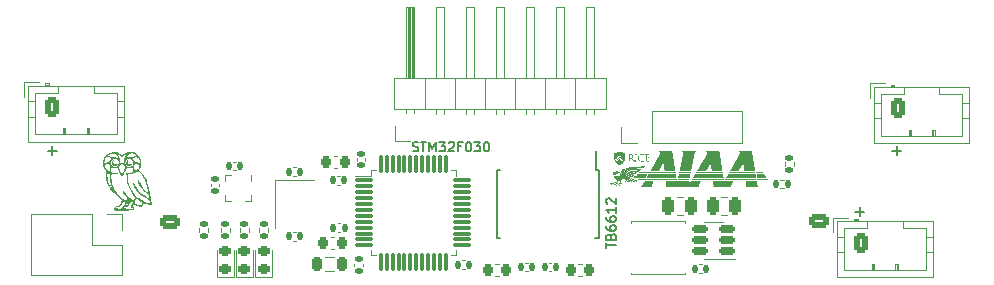
<source format=gto>
G04 #@! TF.GenerationSoftware,KiCad,Pcbnew,7.0.2-0*
G04 #@! TF.CreationDate,2024-01-02T14:26:46-05:00*
G04 #@! TF.ProjectId,GTV,4754562e-6b69-4636-9164-5f7063625858,rev?*
G04 #@! TF.SameCoordinates,Original*
G04 #@! TF.FileFunction,Legend,Top*
G04 #@! TF.FilePolarity,Positive*
%FSLAX46Y46*%
G04 Gerber Fmt 4.6, Leading zero omitted, Abs format (unit mm)*
G04 Created by KiCad (PCBNEW 7.0.2-0) date 2024-01-02 14:26:46*
%MOMM*%
%LPD*%
G01*
G04 APERTURE LIST*
G04 Aperture macros list*
%AMRoundRect*
0 Rectangle with rounded corners*
0 $1 Rounding radius*
0 $2 $3 $4 $5 $6 $7 $8 $9 X,Y pos of 4 corners*
0 Add a 4 corners polygon primitive as box body*
4,1,4,$2,$3,$4,$5,$6,$7,$8,$9,$2,$3,0*
0 Add four circle primitives for the rounded corners*
1,1,$1+$1,$2,$3*
1,1,$1+$1,$4,$5*
1,1,$1+$1,$6,$7*
1,1,$1+$1,$8,$9*
0 Add four rect primitives between the rounded corners*
20,1,$1+$1,$2,$3,$4,$5,0*
20,1,$1+$1,$4,$5,$6,$7,0*
20,1,$1+$1,$6,$7,$8,$9,0*
20,1,$1+$1,$8,$9,$2,$3,0*%
G04 Aperture macros list end*
%ADD10C,0.150000*%
%ADD11C,0.120000*%
%ADD12R,1.700000X1.700000*%
%ADD13O,1.700000X1.700000*%
%ADD14RoundRect,0.140000X-0.140000X-0.170000X0.140000X-0.170000X0.140000X0.170000X-0.140000X0.170000X0*%
%ADD15RoundRect,0.135000X0.185000X-0.135000X0.185000X0.135000X-0.185000X0.135000X-0.185000X-0.135000X0*%
%ADD16R,1.200000X1.400000*%
%ADD17RoundRect,0.225000X0.225000X0.250000X-0.225000X0.250000X-0.225000X-0.250000X0.225000X-0.250000X0*%
%ADD18RoundRect,0.150000X0.512500X0.150000X-0.512500X0.150000X-0.512500X-0.150000X0.512500X-0.150000X0*%
%ADD19RoundRect,0.250000X-0.350000X-0.625000X0.350000X-0.625000X0.350000X0.625000X-0.350000X0.625000X0*%
%ADD20O,1.200000X1.750000*%
%ADD21RoundRect,0.250000X-0.250000X-0.475000X0.250000X-0.475000X0.250000X0.475000X-0.250000X0.475000X0*%
%ADD22RoundRect,0.075000X-0.662500X-0.075000X0.662500X-0.075000X0.662500X0.075000X-0.662500X0.075000X0*%
%ADD23RoundRect,0.075000X-0.075000X-0.662500X0.075000X-0.662500X0.075000X0.662500X-0.075000X0.662500X0*%
%ADD24RoundRect,0.140000X0.140000X0.170000X-0.140000X0.170000X-0.140000X-0.170000X0.140000X-0.170000X0*%
%ADD25R,0.450000X1.750000*%
%ADD26RoundRect,0.140000X0.170000X-0.140000X0.170000X0.140000X-0.170000X0.140000X-0.170000X-0.140000X0*%
%ADD27RoundRect,0.250000X0.250000X0.475000X-0.250000X0.475000X-0.250000X-0.475000X0.250000X-0.475000X0*%
%ADD28RoundRect,0.135000X-0.185000X0.135000X-0.185000X-0.135000X0.185000X-0.135000X0.185000X0.135000X0*%
%ADD29RoundRect,0.218750X0.256250X-0.218750X0.256250X0.218750X-0.256250X0.218750X-0.256250X-0.218750X0*%
%ADD30RoundRect,0.218750X0.218750X0.381250X-0.218750X0.381250X-0.218750X-0.381250X0.218750X-0.381250X0*%
%ADD31R,1.100000X3.700000*%
%ADD32R,0.350000X0.375000*%
%ADD33R,0.375000X0.350000*%
%ADD34RoundRect,0.135000X-0.135000X-0.185000X0.135000X-0.185000X0.135000X0.185000X-0.135000X0.185000X0*%
%ADD35RoundRect,0.225000X-0.225000X-0.250000X0.225000X-0.250000X0.225000X0.250000X-0.225000X0.250000X0*%
%ADD36RoundRect,0.140000X-0.170000X0.140000X-0.170000X-0.140000X0.170000X-0.140000X0.170000X0.140000X0*%
%ADD37RoundRect,0.250000X0.625000X-0.350000X0.625000X0.350000X-0.625000X0.350000X-0.625000X-0.350000X0*%
%ADD38O,1.750000X1.200000*%
G04 APERTURE END LIST*
D10*
X130481904Y-108173333D02*
X129720000Y-108173333D01*
X130100952Y-107792380D02*
X130100952Y-108554285D01*
X135161904Y-117403333D02*
X134400000Y-117403333D01*
X134780952Y-117022380D02*
X134780952Y-117784285D01*
X177002095Y-116423809D02*
X177002095Y-115966666D01*
X177802095Y-116195238D02*
X177002095Y-116195238D01*
X177383047Y-115433333D02*
X177421142Y-115319047D01*
X177421142Y-115319047D02*
X177459238Y-115280952D01*
X177459238Y-115280952D02*
X177535428Y-115242856D01*
X177535428Y-115242856D02*
X177649714Y-115242856D01*
X177649714Y-115242856D02*
X177725904Y-115280952D01*
X177725904Y-115280952D02*
X177764000Y-115319047D01*
X177764000Y-115319047D02*
X177802095Y-115395237D01*
X177802095Y-115395237D02*
X177802095Y-115699999D01*
X177802095Y-115699999D02*
X177002095Y-115699999D01*
X177002095Y-115699999D02*
X177002095Y-115433333D01*
X177002095Y-115433333D02*
X177040190Y-115357142D01*
X177040190Y-115357142D02*
X177078285Y-115319047D01*
X177078285Y-115319047D02*
X177154476Y-115280952D01*
X177154476Y-115280952D02*
X177230666Y-115280952D01*
X177230666Y-115280952D02*
X177306857Y-115319047D01*
X177306857Y-115319047D02*
X177344952Y-115357142D01*
X177344952Y-115357142D02*
X177383047Y-115433333D01*
X177383047Y-115433333D02*
X177383047Y-115699999D01*
X177002095Y-114557142D02*
X177002095Y-114709523D01*
X177002095Y-114709523D02*
X177040190Y-114785714D01*
X177040190Y-114785714D02*
X177078285Y-114823809D01*
X177078285Y-114823809D02*
X177192571Y-114899999D01*
X177192571Y-114899999D02*
X177344952Y-114938095D01*
X177344952Y-114938095D02*
X177649714Y-114938095D01*
X177649714Y-114938095D02*
X177725904Y-114899999D01*
X177725904Y-114899999D02*
X177764000Y-114861904D01*
X177764000Y-114861904D02*
X177802095Y-114785714D01*
X177802095Y-114785714D02*
X177802095Y-114633333D01*
X177802095Y-114633333D02*
X177764000Y-114557142D01*
X177764000Y-114557142D02*
X177725904Y-114519047D01*
X177725904Y-114519047D02*
X177649714Y-114480952D01*
X177649714Y-114480952D02*
X177459238Y-114480952D01*
X177459238Y-114480952D02*
X177383047Y-114519047D01*
X177383047Y-114519047D02*
X177344952Y-114557142D01*
X177344952Y-114557142D02*
X177306857Y-114633333D01*
X177306857Y-114633333D02*
X177306857Y-114785714D01*
X177306857Y-114785714D02*
X177344952Y-114861904D01*
X177344952Y-114861904D02*
X177383047Y-114899999D01*
X177383047Y-114899999D02*
X177459238Y-114938095D01*
X177002095Y-113795237D02*
X177002095Y-113947618D01*
X177002095Y-113947618D02*
X177040190Y-114023809D01*
X177040190Y-114023809D02*
X177078285Y-114061904D01*
X177078285Y-114061904D02*
X177192571Y-114138094D01*
X177192571Y-114138094D02*
X177344952Y-114176190D01*
X177344952Y-114176190D02*
X177649714Y-114176190D01*
X177649714Y-114176190D02*
X177725904Y-114138094D01*
X177725904Y-114138094D02*
X177764000Y-114099999D01*
X177764000Y-114099999D02*
X177802095Y-114023809D01*
X177802095Y-114023809D02*
X177802095Y-113871428D01*
X177802095Y-113871428D02*
X177764000Y-113795237D01*
X177764000Y-113795237D02*
X177725904Y-113757142D01*
X177725904Y-113757142D02*
X177649714Y-113719047D01*
X177649714Y-113719047D02*
X177459238Y-113719047D01*
X177459238Y-113719047D02*
X177383047Y-113757142D01*
X177383047Y-113757142D02*
X177344952Y-113795237D01*
X177344952Y-113795237D02*
X177306857Y-113871428D01*
X177306857Y-113871428D02*
X177306857Y-114023809D01*
X177306857Y-114023809D02*
X177344952Y-114099999D01*
X177344952Y-114099999D02*
X177383047Y-114138094D01*
X177383047Y-114138094D02*
X177459238Y-114176190D01*
X177802095Y-112957142D02*
X177802095Y-113414285D01*
X177802095Y-113185713D02*
X177002095Y-113185713D01*
X177002095Y-113185713D02*
X177116380Y-113261904D01*
X177116380Y-113261904D02*
X177192571Y-113338094D01*
X177192571Y-113338094D02*
X177230666Y-113414285D01*
X177078285Y-112652380D02*
X177040190Y-112614284D01*
X177040190Y-112614284D02*
X177002095Y-112538094D01*
X177002095Y-112538094D02*
X177002095Y-112347618D01*
X177002095Y-112347618D02*
X177040190Y-112271427D01*
X177040190Y-112271427D02*
X177078285Y-112233332D01*
X177078285Y-112233332D02*
X177154476Y-112195237D01*
X177154476Y-112195237D02*
X177230666Y-112195237D01*
X177230666Y-112195237D02*
X177344952Y-112233332D01*
X177344952Y-112233332D02*
X177802095Y-112690475D01*
X177802095Y-112690475D02*
X177802095Y-112195237D01*
X198841904Y-113343333D02*
X198080000Y-113343333D01*
X198460952Y-112962380D02*
X198460952Y-113724285D01*
X201981904Y-108203333D02*
X201220000Y-108203333D01*
X201600952Y-107822380D02*
X201600952Y-108584285D01*
X160612380Y-108204000D02*
X160726666Y-108242095D01*
X160726666Y-108242095D02*
X160917142Y-108242095D01*
X160917142Y-108242095D02*
X160993333Y-108204000D01*
X160993333Y-108204000D02*
X161031428Y-108165904D01*
X161031428Y-108165904D02*
X161069523Y-108089714D01*
X161069523Y-108089714D02*
X161069523Y-108013523D01*
X161069523Y-108013523D02*
X161031428Y-107937333D01*
X161031428Y-107937333D02*
X160993333Y-107899238D01*
X160993333Y-107899238D02*
X160917142Y-107861142D01*
X160917142Y-107861142D02*
X160764761Y-107823047D01*
X160764761Y-107823047D02*
X160688571Y-107784952D01*
X160688571Y-107784952D02*
X160650476Y-107746857D01*
X160650476Y-107746857D02*
X160612380Y-107670666D01*
X160612380Y-107670666D02*
X160612380Y-107594476D01*
X160612380Y-107594476D02*
X160650476Y-107518285D01*
X160650476Y-107518285D02*
X160688571Y-107480190D01*
X160688571Y-107480190D02*
X160764761Y-107442095D01*
X160764761Y-107442095D02*
X160955238Y-107442095D01*
X160955238Y-107442095D02*
X161069523Y-107480190D01*
X161298095Y-107442095D02*
X161755238Y-107442095D01*
X161526666Y-108242095D02*
X161526666Y-107442095D01*
X162021905Y-108242095D02*
X162021905Y-107442095D01*
X162021905Y-107442095D02*
X162288571Y-108013523D01*
X162288571Y-108013523D02*
X162555238Y-107442095D01*
X162555238Y-107442095D02*
X162555238Y-108242095D01*
X162860000Y-107442095D02*
X163355238Y-107442095D01*
X163355238Y-107442095D02*
X163088572Y-107746857D01*
X163088572Y-107746857D02*
X163202857Y-107746857D01*
X163202857Y-107746857D02*
X163279048Y-107784952D01*
X163279048Y-107784952D02*
X163317143Y-107823047D01*
X163317143Y-107823047D02*
X163355238Y-107899238D01*
X163355238Y-107899238D02*
X163355238Y-108089714D01*
X163355238Y-108089714D02*
X163317143Y-108165904D01*
X163317143Y-108165904D02*
X163279048Y-108204000D01*
X163279048Y-108204000D02*
X163202857Y-108242095D01*
X163202857Y-108242095D02*
X162974286Y-108242095D01*
X162974286Y-108242095D02*
X162898095Y-108204000D01*
X162898095Y-108204000D02*
X162860000Y-108165904D01*
X163660000Y-107518285D02*
X163698096Y-107480190D01*
X163698096Y-107480190D02*
X163774286Y-107442095D01*
X163774286Y-107442095D02*
X163964762Y-107442095D01*
X163964762Y-107442095D02*
X164040953Y-107480190D01*
X164040953Y-107480190D02*
X164079048Y-107518285D01*
X164079048Y-107518285D02*
X164117143Y-107594476D01*
X164117143Y-107594476D02*
X164117143Y-107670666D01*
X164117143Y-107670666D02*
X164079048Y-107784952D01*
X164079048Y-107784952D02*
X163621905Y-108242095D01*
X163621905Y-108242095D02*
X164117143Y-108242095D01*
X164726667Y-107823047D02*
X164460001Y-107823047D01*
X164460001Y-108242095D02*
X164460001Y-107442095D01*
X164460001Y-107442095D02*
X164840953Y-107442095D01*
X165298096Y-107442095D02*
X165374286Y-107442095D01*
X165374286Y-107442095D02*
X165450477Y-107480190D01*
X165450477Y-107480190D02*
X165488572Y-107518285D01*
X165488572Y-107518285D02*
X165526667Y-107594476D01*
X165526667Y-107594476D02*
X165564762Y-107746857D01*
X165564762Y-107746857D02*
X165564762Y-107937333D01*
X165564762Y-107937333D02*
X165526667Y-108089714D01*
X165526667Y-108089714D02*
X165488572Y-108165904D01*
X165488572Y-108165904D02*
X165450477Y-108204000D01*
X165450477Y-108204000D02*
X165374286Y-108242095D01*
X165374286Y-108242095D02*
X165298096Y-108242095D01*
X165298096Y-108242095D02*
X165221905Y-108204000D01*
X165221905Y-108204000D02*
X165183810Y-108165904D01*
X165183810Y-108165904D02*
X165145715Y-108089714D01*
X165145715Y-108089714D02*
X165107619Y-107937333D01*
X165107619Y-107937333D02*
X165107619Y-107746857D01*
X165107619Y-107746857D02*
X165145715Y-107594476D01*
X165145715Y-107594476D02*
X165183810Y-107518285D01*
X165183810Y-107518285D02*
X165221905Y-107480190D01*
X165221905Y-107480190D02*
X165298096Y-107442095D01*
X165831429Y-107442095D02*
X166326667Y-107442095D01*
X166326667Y-107442095D02*
X166060001Y-107746857D01*
X166060001Y-107746857D02*
X166174286Y-107746857D01*
X166174286Y-107746857D02*
X166250477Y-107784952D01*
X166250477Y-107784952D02*
X166288572Y-107823047D01*
X166288572Y-107823047D02*
X166326667Y-107899238D01*
X166326667Y-107899238D02*
X166326667Y-108089714D01*
X166326667Y-108089714D02*
X166288572Y-108165904D01*
X166288572Y-108165904D02*
X166250477Y-108204000D01*
X166250477Y-108204000D02*
X166174286Y-108242095D01*
X166174286Y-108242095D02*
X165945715Y-108242095D01*
X165945715Y-108242095D02*
X165869524Y-108204000D01*
X165869524Y-108204000D02*
X165831429Y-108165904D01*
X166821906Y-107442095D02*
X166898096Y-107442095D01*
X166898096Y-107442095D02*
X166974287Y-107480190D01*
X166974287Y-107480190D02*
X167012382Y-107518285D01*
X167012382Y-107518285D02*
X167050477Y-107594476D01*
X167050477Y-107594476D02*
X167088572Y-107746857D01*
X167088572Y-107746857D02*
X167088572Y-107937333D01*
X167088572Y-107937333D02*
X167050477Y-108089714D01*
X167050477Y-108089714D02*
X167012382Y-108165904D01*
X167012382Y-108165904D02*
X166974287Y-108204000D01*
X166974287Y-108204000D02*
X166898096Y-108242095D01*
X166898096Y-108242095D02*
X166821906Y-108242095D01*
X166821906Y-108242095D02*
X166745715Y-108204000D01*
X166745715Y-108204000D02*
X166707620Y-108165904D01*
X166707620Y-108165904D02*
X166669525Y-108089714D01*
X166669525Y-108089714D02*
X166631429Y-107937333D01*
X166631429Y-107937333D02*
X166631429Y-107746857D01*
X166631429Y-107746857D02*
X166669525Y-107594476D01*
X166669525Y-107594476D02*
X166707620Y-107518285D01*
X166707620Y-107518285D02*
X166745715Y-107480190D01*
X166745715Y-107480190D02*
X166821906Y-107442095D01*
D11*
X133430000Y-116130000D02*
X136030000Y-116130000D01*
X128290000Y-113530000D02*
X128290000Y-118730000D01*
X136030000Y-118730000D02*
X128290000Y-118730000D01*
X136030000Y-113530000D02*
X136030000Y-114860000D01*
X133430000Y-113530000D02*
X128290000Y-113530000D01*
X133430000Y-113530000D02*
X133430000Y-116130000D01*
X134700000Y-113530000D02*
X136030000Y-113530000D01*
X136030000Y-116130000D02*
X136030000Y-118730000D01*
X164822164Y-117472500D02*
X165037836Y-117472500D01*
X164822164Y-118192500D02*
X165037836Y-118192500D01*
G36*
X177752510Y-108981295D02*
G01*
X177751074Y-108982730D01*
X177749639Y-108981295D01*
X177751074Y-108979859D01*
X177752510Y-108981295D01*
G37*
G36*
X177763997Y-109018626D02*
G01*
X177762561Y-109020062D01*
X177761125Y-109018626D01*
X177762561Y-109017191D01*
X177763997Y-109018626D01*
G37*
G36*
X177766869Y-109030113D02*
G01*
X177765433Y-109031549D01*
X177763997Y-109030113D01*
X177765433Y-109028677D01*
X177766869Y-109030113D01*
G37*
G36*
X177778355Y-108427061D02*
G01*
X177776919Y-108428496D01*
X177775484Y-108427061D01*
X177776919Y-108425625D01*
X177778355Y-108427061D01*
G37*
G36*
X177804200Y-109101905D02*
G01*
X177802765Y-109103341D01*
X177801329Y-109101905D01*
X177802765Y-109100469D01*
X177804200Y-109101905D01*
G37*
G36*
X177807072Y-109107648D02*
G01*
X177805636Y-109109084D01*
X177804200Y-109107648D01*
X177805636Y-109106213D01*
X177807072Y-109107648D01*
G37*
G36*
X177812815Y-108556286D02*
G01*
X177811380Y-108557722D01*
X177809944Y-108556286D01*
X177811380Y-108554850D01*
X177812815Y-108556286D01*
G37*
G36*
X177818559Y-108570644D02*
G01*
X177817123Y-108572080D01*
X177815687Y-108570644D01*
X177817123Y-108569209D01*
X177818559Y-108570644D01*
G37*
G36*
X177830046Y-108484494D02*
G01*
X177828610Y-108485930D01*
X177827174Y-108484494D01*
X177828610Y-108483058D01*
X177830046Y-108484494D01*
G37*
G36*
X177832917Y-108490237D02*
G01*
X177831481Y-108491673D01*
X177830046Y-108490237D01*
X177831481Y-108488802D01*
X177832917Y-108490237D01*
G37*
G36*
X177844404Y-108473007D02*
G01*
X177842968Y-108474443D01*
X177841532Y-108473007D01*
X177842968Y-108471572D01*
X177844404Y-108473007D01*
G37*
G36*
X177861634Y-108473007D02*
G01*
X177860198Y-108474443D01*
X177858762Y-108473007D01*
X177860198Y-108471572D01*
X177861634Y-108473007D01*
G37*
G36*
X177864506Y-108645308D02*
G01*
X177863070Y-108646744D01*
X177861634Y-108645308D01*
X177863070Y-108643872D01*
X177864506Y-108645308D01*
G37*
G36*
X177878864Y-108490237D02*
G01*
X177877428Y-108491673D01*
X177875992Y-108490237D01*
X177877428Y-108488802D01*
X177878864Y-108490237D01*
G37*
G36*
X177878864Y-108573516D02*
G01*
X177877428Y-108574952D01*
X177875992Y-108573516D01*
X177877428Y-108572080D01*
X177878864Y-108573516D01*
G37*
G36*
X177881736Y-108484494D02*
G01*
X177880300Y-108485930D01*
X177878864Y-108484494D01*
X177880300Y-108483058D01*
X177881736Y-108484494D01*
G37*
G36*
X177890351Y-108665410D02*
G01*
X177888915Y-108666846D01*
X177887479Y-108665410D01*
X177888915Y-108663974D01*
X177890351Y-108665410D01*
G37*
G36*
X177898966Y-108513211D02*
G01*
X177897530Y-108514647D01*
X177896094Y-108513211D01*
X177897530Y-108511775D01*
X177898966Y-108513211D01*
G37*
G36*
X177901837Y-108607976D02*
G01*
X177900402Y-108609412D01*
X177898966Y-108607976D01*
X177900402Y-108606540D01*
X177901837Y-108607976D01*
G37*
G36*
X177916196Y-108507468D02*
G01*
X177914760Y-108508903D01*
X177913324Y-108507468D01*
X177914760Y-108506032D01*
X177916196Y-108507468D01*
G37*
G36*
X177933426Y-108645308D02*
G01*
X177931990Y-108646744D01*
X177930554Y-108645308D01*
X177931990Y-108643872D01*
X177933426Y-108645308D01*
G37*
G36*
X177947784Y-108559158D02*
G01*
X177946349Y-108560594D01*
X177944913Y-108559158D01*
X177946349Y-108557722D01*
X177947784Y-108559158D01*
G37*
G36*
X177950656Y-108530441D02*
G01*
X177949220Y-108531877D01*
X177947784Y-108530441D01*
X177949220Y-108529005D01*
X177950656Y-108530441D01*
G37*
G36*
X177953528Y-108536184D02*
G01*
X177952092Y-108537620D01*
X177950656Y-108536184D01*
X177952092Y-108534748D01*
X177953528Y-108536184D01*
G37*
G36*
X177979373Y-108645308D02*
G01*
X177977937Y-108646744D01*
X177976501Y-108645308D01*
X177977937Y-108643872D01*
X177979373Y-108645308D01*
G37*
G36*
X178094240Y-109162210D02*
G01*
X178092804Y-109163646D01*
X178091368Y-109162210D01*
X178092804Y-109160774D01*
X178094240Y-109162210D01*
G37*
G36*
X178097112Y-109173697D02*
G01*
X178095676Y-109175133D01*
X178094240Y-109173697D01*
X178095676Y-109172261D01*
X178097112Y-109173697D01*
G37*
G36*
X178099983Y-109179440D02*
G01*
X178098547Y-109180876D01*
X178097112Y-109179440D01*
X178098547Y-109178005D01*
X178099983Y-109179440D01*
G37*
G36*
X178122957Y-109116263D02*
G01*
X178121521Y-109117699D01*
X178120085Y-109116263D01*
X178121521Y-109114828D01*
X178122957Y-109116263D01*
G37*
G36*
X178125828Y-109070317D02*
G01*
X178124393Y-109071752D01*
X178122957Y-109070317D01*
X178124393Y-109068881D01*
X178125828Y-109070317D01*
G37*
G36*
X178125828Y-109196670D02*
G01*
X178124393Y-109198106D01*
X178122957Y-109196670D01*
X178124393Y-109195235D01*
X178125828Y-109196670D01*
G37*
G36*
X178134443Y-109188055D02*
G01*
X178133008Y-109189491D01*
X178131572Y-109188055D01*
X178133008Y-109186620D01*
X178134443Y-109188055D01*
G37*
G36*
X178137315Y-109084675D02*
G01*
X178135879Y-109086111D01*
X178134443Y-109084675D01*
X178135879Y-109083239D01*
X178137315Y-109084675D01*
G37*
G36*
X178157417Y-109173697D02*
G01*
X178155981Y-109175133D01*
X178154545Y-109173697D01*
X178155981Y-109172261D01*
X178157417Y-109173697D01*
G37*
G36*
X178160289Y-109093290D02*
G01*
X178158853Y-109094726D01*
X178157417Y-109093290D01*
X178158853Y-109091854D01*
X178160289Y-109093290D01*
G37*
G36*
X178160289Y-109182312D02*
G01*
X178158853Y-109183748D01*
X178157417Y-109182312D01*
X178158853Y-109180876D01*
X178160289Y-109182312D01*
G37*
G36*
X178163160Y-109018626D02*
G01*
X178161724Y-109020062D01*
X178160289Y-109018626D01*
X178161724Y-109017191D01*
X178163160Y-109018626D01*
G37*
G36*
X178163160Y-109087547D02*
G01*
X178161724Y-109088983D01*
X178160289Y-109087547D01*
X178161724Y-109086111D01*
X178163160Y-109087547D01*
G37*
G36*
X178163160Y-109188055D02*
G01*
X178161724Y-109189491D01*
X178160289Y-109188055D01*
X178161724Y-109186620D01*
X178163160Y-109188055D01*
G37*
G36*
X178166032Y-109119135D02*
G01*
X178164596Y-109120571D01*
X178163160Y-109119135D01*
X178164596Y-109117699D01*
X178166032Y-109119135D01*
G37*
G36*
X178166032Y-109124878D02*
G01*
X178164596Y-109126314D01*
X178163160Y-109124878D01*
X178164596Y-109123443D01*
X178166032Y-109124878D01*
G37*
G36*
X178168904Y-109015755D02*
G01*
X178167468Y-109017191D01*
X178166032Y-109015755D01*
X178167468Y-109014319D01*
X178168904Y-109015755D01*
G37*
G36*
X178168904Y-109053087D02*
G01*
X178167468Y-109054522D01*
X178166032Y-109053087D01*
X178167468Y-109051651D01*
X178168904Y-109053087D01*
G37*
G36*
X178174647Y-109041600D02*
G01*
X178173211Y-109043036D01*
X178171775Y-109041600D01*
X178173211Y-109040164D01*
X178174647Y-109041600D01*
G37*
G36*
X178174647Y-109176569D02*
G01*
X178173211Y-109178005D01*
X178171775Y-109176569D01*
X178173211Y-109175133D01*
X178174647Y-109176569D01*
G37*
G36*
X178180390Y-109165082D02*
G01*
X178178955Y-109166518D01*
X178177519Y-109165082D01*
X178178955Y-109163646D01*
X178180390Y-109165082D01*
G37*
G36*
X178191877Y-109150724D02*
G01*
X178190441Y-109152159D01*
X178189005Y-109150724D01*
X178190441Y-109149288D01*
X178191877Y-109150724D01*
G37*
G36*
X178223466Y-109150724D02*
G01*
X178222030Y-109152159D01*
X178220594Y-109150724D01*
X178222030Y-109149288D01*
X178223466Y-109150724D01*
G37*
G36*
X178229209Y-109127750D02*
G01*
X178227773Y-109129186D01*
X178226337Y-109127750D01*
X178227773Y-109126314D01*
X178229209Y-109127750D01*
G37*
G36*
X178237824Y-109150724D02*
G01*
X178236388Y-109152159D01*
X178234952Y-109150724D01*
X178236388Y-109149288D01*
X178237824Y-109150724D01*
G37*
G36*
X178240696Y-109159339D02*
G01*
X178239260Y-109160774D01*
X178237824Y-109159339D01*
X178239260Y-109157903D01*
X178240696Y-109159339D01*
G37*
G36*
X178240696Y-109211029D02*
G01*
X178239260Y-109212465D01*
X178237824Y-109211029D01*
X178239260Y-109209593D01*
X178240696Y-109211029D01*
G37*
G36*
X178240696Y-109245489D02*
G01*
X178239260Y-109246925D01*
X178237824Y-109245489D01*
X178239260Y-109244053D01*
X178240696Y-109245489D01*
G37*
G36*
X178246439Y-109234002D02*
G01*
X178245003Y-109235438D01*
X178243567Y-109234002D01*
X178245003Y-109232566D01*
X178246439Y-109234002D01*
G37*
G36*
X178249311Y-109248361D02*
G01*
X178247875Y-109249797D01*
X178246439Y-109248361D01*
X178247875Y-109246925D01*
X178249311Y-109248361D01*
G37*
G36*
X178309616Y-108464392D02*
G01*
X178308180Y-108465828D01*
X178306744Y-108464392D01*
X178308180Y-108462956D01*
X178309616Y-108464392D01*
G37*
G36*
X178309616Y-108470136D02*
G01*
X178308180Y-108471572D01*
X178306744Y-108470136D01*
X178308180Y-108468700D01*
X178309616Y-108470136D01*
G37*
G36*
X178338333Y-108484494D02*
G01*
X178336897Y-108485930D01*
X178335461Y-108484494D01*
X178336897Y-108483058D01*
X178338333Y-108484494D01*
G37*
G36*
X178338333Y-108556286D02*
G01*
X178336897Y-108557722D01*
X178335461Y-108556286D01*
X178336897Y-108554850D01*
X178338333Y-108556286D01*
G37*
G36*
X178341204Y-108564901D02*
G01*
X178339769Y-108566337D01*
X178338333Y-108564901D01*
X178339769Y-108563465D01*
X178341204Y-108564901D01*
G37*
G36*
X178346948Y-108579259D02*
G01*
X178345512Y-108580695D01*
X178344076Y-108579259D01*
X178345512Y-108577824D01*
X178346948Y-108579259D01*
G37*
G36*
X178369921Y-108510339D02*
G01*
X178368485Y-108511775D01*
X178367049Y-108510339D01*
X178368485Y-108508903D01*
X178369921Y-108510339D01*
G37*
G36*
X178369921Y-108593618D02*
G01*
X178368485Y-108595054D01*
X178367049Y-108593618D01*
X178368485Y-108592182D01*
X178369921Y-108593618D01*
G37*
G36*
X178378536Y-108582131D02*
G01*
X178377100Y-108583567D01*
X178375665Y-108582131D01*
X178377100Y-108580695D01*
X178378536Y-108582131D01*
G37*
G36*
X178381408Y-108484494D02*
G01*
X178379972Y-108485930D01*
X178378536Y-108484494D01*
X178379972Y-108483058D01*
X178381408Y-108484494D01*
G37*
G36*
X178384280Y-108651051D02*
G01*
X178382844Y-108652487D01*
X178381408Y-108651051D01*
X178382844Y-108649616D01*
X178384280Y-108651051D01*
G37*
G36*
X178407253Y-108576388D02*
G01*
X178405817Y-108577824D01*
X178404381Y-108576388D01*
X178405817Y-108574952D01*
X178407253Y-108576388D01*
G37*
G36*
X178410125Y-108412702D02*
G01*
X178408689Y-108414138D01*
X178407253Y-108412702D01*
X178408689Y-108411266D01*
X178410125Y-108412702D01*
G37*
G36*
X178412996Y-108510339D02*
G01*
X178411561Y-108511775D01*
X178410125Y-108510339D01*
X178411561Y-108508903D01*
X178412996Y-108510339D01*
G37*
G36*
X178421611Y-108562029D02*
G01*
X178420176Y-108563465D01*
X178418740Y-108562029D01*
X178420176Y-108560594D01*
X178421611Y-108562029D01*
G37*
G36*
X178424483Y-108484494D02*
G01*
X178423047Y-108485930D01*
X178421611Y-108484494D01*
X178423047Y-108483058D01*
X178424483Y-108484494D01*
G37*
G36*
X178427355Y-108562029D02*
G01*
X178425919Y-108563465D01*
X178424483Y-108562029D01*
X178425919Y-108560594D01*
X178427355Y-108562029D01*
G37*
G36*
X178430226Y-108567773D02*
G01*
X178428791Y-108569209D01*
X178427355Y-108567773D01*
X178428791Y-108566337D01*
X178430226Y-108567773D01*
G37*
G36*
X178441713Y-108504596D02*
G01*
X178440277Y-108506032D01*
X178438841Y-108504596D01*
X178440277Y-108503160D01*
X178441713Y-108504596D01*
G37*
G36*
X178447456Y-108461521D02*
G01*
X178446021Y-108462956D01*
X178444585Y-108461521D01*
X178446021Y-108460085D01*
X178447456Y-108461521D01*
G37*
G36*
X178447456Y-108544799D02*
G01*
X178446021Y-108546235D01*
X178444585Y-108544799D01*
X178446021Y-108543364D01*
X178447456Y-108544799D01*
G37*
G36*
X178450328Y-108642436D02*
G01*
X178448892Y-108643872D01*
X178447456Y-108642436D01*
X178448892Y-108641001D01*
X178450328Y-108642436D01*
G37*
G36*
X178453200Y-108570644D02*
G01*
X178451764Y-108572080D01*
X178450328Y-108570644D01*
X178451764Y-108569209D01*
X178453200Y-108570644D01*
G37*
G36*
X178456072Y-108435676D02*
G01*
X178454636Y-108437111D01*
X178453200Y-108435676D01*
X178454636Y-108434240D01*
X178456072Y-108435676D01*
G37*
G36*
X178467558Y-108593618D02*
G01*
X178466122Y-108595054D01*
X178464687Y-108593618D01*
X178466122Y-108592182D01*
X178467558Y-108593618D01*
G37*
G36*
X178479045Y-108536184D02*
G01*
X178477609Y-108537620D01*
X178476173Y-108536184D01*
X178477609Y-108534748D01*
X178479045Y-108536184D01*
G37*
G36*
X178481917Y-108630950D02*
G01*
X178480481Y-108632386D01*
X178479045Y-108630950D01*
X178480481Y-108629514D01*
X178481917Y-108630950D01*
G37*
G36*
X178484788Y-109081803D02*
G01*
X178483352Y-109083239D01*
X178481917Y-109081803D01*
X178483352Y-109080367D01*
X178484788Y-109081803D01*
G37*
G36*
X178484788Y-109087547D02*
G01*
X178483352Y-109088983D01*
X178481917Y-109087547D01*
X178483352Y-109086111D01*
X178484788Y-109087547D01*
G37*
G36*
X178487660Y-108564901D02*
G01*
X178486224Y-108566337D01*
X178484788Y-108564901D01*
X178486224Y-108563465D01*
X178487660Y-108564901D01*
G37*
G36*
X178487660Y-108633821D02*
G01*
X178486224Y-108635257D01*
X178484788Y-108633821D01*
X178486224Y-108632386D01*
X178487660Y-108633821D01*
G37*
G36*
X178493403Y-108636693D02*
G01*
X178491968Y-108638129D01*
X178490532Y-108636693D01*
X178491968Y-108635257D01*
X178493403Y-108636693D01*
G37*
G36*
X178513505Y-109030113D02*
G01*
X178512069Y-109031549D01*
X178510633Y-109030113D01*
X178512069Y-109028677D01*
X178513505Y-109030113D01*
G37*
G36*
X178519248Y-109012883D02*
G01*
X178517813Y-109014319D01*
X178516377Y-109012883D01*
X178517813Y-109011447D01*
X178519248Y-109012883D01*
G37*
G36*
X178522120Y-109004268D02*
G01*
X178520684Y-109005704D01*
X178519248Y-109004268D01*
X178520684Y-109002832D01*
X178522120Y-109004268D01*
G37*
G36*
X177742938Y-108960714D02*
G01*
X177743282Y-108964122D01*
X177742938Y-108964543D01*
X177741231Y-108964149D01*
X177741023Y-108962629D01*
X177742074Y-108960265D01*
X177742938Y-108960714D01*
G37*
G36*
X177757296Y-109000918D02*
G01*
X177757640Y-109004326D01*
X177757296Y-109004747D01*
X177755589Y-109004352D01*
X177755382Y-109002832D01*
X177756433Y-109000468D01*
X177757296Y-109000918D01*
G37*
G36*
X177760168Y-109009533D02*
G01*
X177760512Y-109012941D01*
X177760168Y-109013362D01*
X177758461Y-109012967D01*
X177758254Y-109011447D01*
X177759304Y-109009083D01*
X177760168Y-109009533D01*
G37*
G36*
X177808987Y-108541449D02*
G01*
X177809330Y-108544857D01*
X177808987Y-108545278D01*
X177807279Y-108544884D01*
X177807072Y-108543364D01*
X177808123Y-108541000D01*
X177808987Y-108541449D01*
G37*
G36*
X177823345Y-108575909D02*
G01*
X177822951Y-108577616D01*
X177821430Y-108577824D01*
X177819067Y-108576773D01*
X177819516Y-108575909D01*
X177822924Y-108575566D01*
X177823345Y-108575909D01*
G37*
G36*
X177843447Y-108587396D02*
G01*
X177843790Y-108590804D01*
X177843447Y-108591225D01*
X177841739Y-108590831D01*
X177841532Y-108589310D01*
X177842583Y-108586947D01*
X177843447Y-108587396D01*
G37*
G36*
X177869292Y-108541449D02*
G01*
X177869635Y-108544857D01*
X177869292Y-108545278D01*
X177867585Y-108544884D01*
X177867377Y-108543364D01*
X177868428Y-108541000D01*
X177869292Y-108541449D01*
G37*
G36*
X177872163Y-108555807D02*
G01*
X177872507Y-108559215D01*
X177872163Y-108559636D01*
X177870456Y-108559242D01*
X177870249Y-108557722D01*
X177871300Y-108555358D01*
X177872163Y-108555807D01*
G37*
G36*
X177875035Y-108564422D02*
G01*
X177875379Y-108567830D01*
X177875035Y-108568251D01*
X177873328Y-108567857D01*
X177873121Y-108566337D01*
X177874171Y-108563973D01*
X177875035Y-108564422D01*
G37*
G36*
X177883697Y-108516980D02*
G01*
X177884040Y-108521468D01*
X177883471Y-108522484D01*
X177882166Y-108521628D01*
X177881962Y-108518715D01*
X177882664Y-108515651D01*
X177883697Y-108516980D01*
G37*
G36*
X177886522Y-108550064D02*
G01*
X177886866Y-108553472D01*
X177886522Y-108553893D01*
X177884815Y-108553499D01*
X177884607Y-108551979D01*
X177885658Y-108549615D01*
X177886522Y-108550064D01*
G37*
G36*
X177886522Y-108587396D02*
G01*
X177886866Y-108590804D01*
X177886522Y-108591225D01*
X177884815Y-108590831D01*
X177884607Y-108589310D01*
X177885658Y-108586947D01*
X177886522Y-108587396D01*
G37*
G36*
X177895137Y-108570166D02*
G01*
X177894743Y-108571873D01*
X177893222Y-108572080D01*
X177890859Y-108571030D01*
X177891308Y-108570166D01*
X177894716Y-108569822D01*
X177895137Y-108570166D01*
G37*
G36*
X177900880Y-108435197D02*
G01*
X177901224Y-108438605D01*
X177900880Y-108439026D01*
X177899173Y-108438632D01*
X177898966Y-108437111D01*
X177900017Y-108434748D01*
X177900880Y-108435197D01*
G37*
G36*
X177900927Y-108551440D02*
G01*
X177901270Y-108555928D01*
X177900701Y-108556944D01*
X177899396Y-108556088D01*
X177899193Y-108553175D01*
X177899894Y-108550111D01*
X177900927Y-108551440D01*
G37*
G36*
X177929597Y-108435197D02*
G01*
X177929203Y-108436904D01*
X177927683Y-108437111D01*
X177925319Y-108436061D01*
X177925768Y-108435197D01*
X177929176Y-108434853D01*
X177929597Y-108435197D01*
G37*
G36*
X177929597Y-108458170D02*
G01*
X177929203Y-108459878D01*
X177927683Y-108460085D01*
X177925319Y-108459034D01*
X177925768Y-108458170D01*
X177929176Y-108457827D01*
X177929597Y-108458170D01*
G37*
G36*
X177929597Y-108466785D02*
G01*
X177929203Y-108468493D01*
X177927683Y-108468700D01*
X177925319Y-108467649D01*
X177925768Y-108466785D01*
X177929176Y-108466442D01*
X177929597Y-108466785D01*
G37*
G36*
X177929597Y-108529962D02*
G01*
X177929203Y-108531670D01*
X177927683Y-108531877D01*
X177925319Y-108530826D01*
X177925768Y-108529962D01*
X177929176Y-108529619D01*
X177929597Y-108529962D01*
G37*
G36*
X177941084Y-108541449D02*
G01*
X177941427Y-108544857D01*
X177941084Y-108545278D01*
X177939377Y-108544884D01*
X177939169Y-108543364D01*
X177940220Y-108541000D01*
X177941084Y-108541449D01*
G37*
G36*
X177941084Y-108587396D02*
G01*
X177941427Y-108590804D01*
X177941084Y-108591225D01*
X177939377Y-108590831D01*
X177939169Y-108589310D01*
X177940220Y-108586947D01*
X177941084Y-108587396D01*
G37*
G36*
X177943955Y-108550064D02*
G01*
X177944299Y-108553472D01*
X177943955Y-108553893D01*
X177942248Y-108553499D01*
X177942041Y-108551979D01*
X177943092Y-108549615D01*
X177943955Y-108550064D01*
G37*
G36*
X177955442Y-108541449D02*
G01*
X177955786Y-108544857D01*
X177955442Y-108545278D01*
X177953735Y-108544884D01*
X177953528Y-108543364D01*
X177954578Y-108541000D01*
X177955442Y-108541449D01*
G37*
G36*
X177958361Y-108551440D02*
G01*
X177958703Y-108555928D01*
X177958134Y-108556944D01*
X177956829Y-108556088D01*
X177956626Y-108553175D01*
X177957327Y-108550111D01*
X177958361Y-108551440D01*
G37*
G36*
X177961186Y-108564422D02*
G01*
X177961529Y-108567830D01*
X177961186Y-108568251D01*
X177959478Y-108567857D01*
X177959271Y-108566337D01*
X177960322Y-108563973D01*
X177961186Y-108564422D01*
G37*
G36*
X177966929Y-108601754D02*
G01*
X177966535Y-108603462D01*
X177965014Y-108603669D01*
X177962651Y-108602618D01*
X177963100Y-108601754D01*
X177966508Y-108601411D01*
X177966929Y-108601754D01*
G37*
G36*
X178053079Y-109041121D02*
G01*
X178053423Y-109044529D01*
X178053079Y-109044950D01*
X178051372Y-109044556D01*
X178051165Y-109043036D01*
X178052215Y-109040672D01*
X178053079Y-109041121D01*
G37*
G36*
X178090458Y-109088444D02*
G01*
X178090801Y-109092932D01*
X178090232Y-109093948D01*
X178088926Y-109093092D01*
X178088723Y-109090179D01*
X178089425Y-109087115D01*
X178090458Y-109088444D01*
G37*
G36*
X178090458Y-109148749D02*
G01*
X178090801Y-109153237D01*
X178090232Y-109154253D01*
X178088926Y-109153397D01*
X178088723Y-109150484D01*
X178089425Y-109147420D01*
X178090458Y-109148749D01*
G37*
G36*
X178101898Y-109089940D02*
G01*
X178101504Y-109091647D01*
X178099983Y-109091854D01*
X178097620Y-109090803D01*
X178098069Y-109089940D01*
X178101477Y-109089596D01*
X178101898Y-109089940D01*
G37*
G36*
X178127790Y-109033882D02*
G01*
X178128132Y-109038370D01*
X178127563Y-109039386D01*
X178126258Y-109038530D01*
X178126055Y-109035617D01*
X178126756Y-109032553D01*
X178127790Y-109033882D01*
G37*
G36*
X178136358Y-109127272D02*
G01*
X178135964Y-109128979D01*
X178134443Y-109129186D01*
X178132080Y-109128135D01*
X178132529Y-109127272D01*
X178135937Y-109126928D01*
X178136358Y-109127272D01*
G37*
G36*
X178150764Y-109148749D02*
G01*
X178151106Y-109153237D01*
X178150537Y-109154253D01*
X178149232Y-109153397D01*
X178149029Y-109150484D01*
X178149730Y-109147420D01*
X178150764Y-109148749D01*
G37*
G36*
X178153588Y-109161732D02*
G01*
X178153932Y-109165140D01*
X178153588Y-109165561D01*
X178151881Y-109165166D01*
X178151674Y-109163646D01*
X178152724Y-109161282D01*
X178153588Y-109161732D01*
G37*
G36*
X178166750Y-109273740D02*
G01*
X178167111Y-109274788D01*
X178163160Y-109275188D01*
X178159084Y-109274737D01*
X178159571Y-109273740D01*
X178165450Y-109273360D01*
X178166750Y-109273740D01*
G37*
G36*
X178167946Y-109155988D02*
G01*
X178168290Y-109159396D01*
X178167946Y-109159817D01*
X178166239Y-109159423D01*
X178166032Y-109157903D01*
X178167083Y-109155539D01*
X178167946Y-109155988D01*
G37*
G36*
X178170818Y-109089940D02*
G01*
X178170424Y-109091647D01*
X178168904Y-109091854D01*
X178166540Y-109090803D01*
X178166989Y-109089940D01*
X178170397Y-109089596D01*
X178170818Y-109089940D01*
G37*
G36*
X178170865Y-109165979D02*
G01*
X178171208Y-109170467D01*
X178170639Y-109171483D01*
X178169333Y-109170627D01*
X178169130Y-109167714D01*
X178169832Y-109164650D01*
X178170865Y-109165979D01*
G37*
G36*
X178176561Y-109118657D02*
G01*
X178176167Y-109120364D01*
X178174647Y-109120571D01*
X178172283Y-109119520D01*
X178172733Y-109118657D01*
X178176141Y-109118313D01*
X178176561Y-109118657D01*
G37*
G36*
X178179480Y-109088444D02*
G01*
X178179823Y-109092932D01*
X178179254Y-109093948D01*
X178177948Y-109093092D01*
X178177745Y-109090179D01*
X178178447Y-109087115D01*
X178179480Y-109088444D01*
G37*
G36*
X178199535Y-109069838D02*
G01*
X178199879Y-109073246D01*
X178199535Y-109073667D01*
X178197828Y-109073273D01*
X178197620Y-109071752D01*
X178198671Y-109069389D01*
X178199535Y-109069838D01*
G37*
G36*
X178199535Y-109144502D02*
G01*
X178199879Y-109147910D01*
X178199535Y-109148331D01*
X178197828Y-109147936D01*
X178197620Y-109146416D01*
X178198671Y-109144052D01*
X178199535Y-109144502D01*
G37*
G36*
X178208137Y-109065291D02*
G01*
X178208517Y-109071170D01*
X178208137Y-109072470D01*
X178207089Y-109072831D01*
X178206689Y-109068881D01*
X178207140Y-109064804D01*
X178208137Y-109065291D01*
G37*
G36*
X178208150Y-109041121D02*
G01*
X178208494Y-109044529D01*
X178208150Y-109044950D01*
X178206443Y-109044556D01*
X178206235Y-109043036D01*
X178207286Y-109040672D01*
X178208150Y-109041121D01*
G37*
G36*
X178225380Y-109250754D02*
G01*
X178224986Y-109252461D01*
X178223466Y-109252668D01*
X178221102Y-109251617D01*
X178221551Y-109250754D01*
X178224959Y-109250410D01*
X178225380Y-109250754D01*
G37*
G36*
X178233995Y-109239267D02*
G01*
X178234339Y-109242675D01*
X178233995Y-109243096D01*
X178232288Y-109242702D01*
X178232081Y-109241181D01*
X178233131Y-109238818D01*
X178233995Y-109239267D01*
G37*
G36*
X178242657Y-109168851D02*
G01*
X178243000Y-109173339D01*
X178242431Y-109174355D01*
X178241125Y-109173499D01*
X178240922Y-109170586D01*
X178241624Y-109167522D01*
X178242657Y-109168851D01*
G37*
G36*
X178259840Y-109247882D02*
G01*
X178260184Y-109251290D01*
X178259840Y-109251711D01*
X178258133Y-109251317D01*
X178257926Y-109249797D01*
X178258976Y-109247433D01*
X178259840Y-109247882D01*
G37*
G36*
X178311518Y-108534031D02*
G01*
X178311897Y-108539910D01*
X178311518Y-108541210D01*
X178310470Y-108541570D01*
X178310069Y-108537620D01*
X178310521Y-108533543D01*
X178311518Y-108534031D01*
G37*
G36*
X178320145Y-108406480D02*
G01*
X178320489Y-108409888D01*
X178320145Y-108410309D01*
X178318438Y-108409915D01*
X178318231Y-108408395D01*
X178319282Y-108406031D01*
X178320145Y-108406480D01*
G37*
G36*
X178334551Y-108539953D02*
G01*
X178334893Y-108544441D01*
X178334324Y-108545457D01*
X178333019Y-108544601D01*
X178332816Y-108541688D01*
X178333517Y-108538624D01*
X178334551Y-108539953D01*
G37*
G36*
X178343119Y-108570166D02*
G01*
X178343463Y-108573574D01*
X178343119Y-108573995D01*
X178341412Y-108573601D01*
X178341204Y-108572080D01*
X178342255Y-108569717D01*
X178343119Y-108570166D01*
G37*
G36*
X178371836Y-108478272D02*
G01*
X178372179Y-108481680D01*
X178371836Y-108482101D01*
X178370128Y-108481707D01*
X178369921Y-108480187D01*
X178370972Y-108477823D01*
X178371836Y-108478272D01*
G37*
G36*
X178377579Y-108423710D02*
G01*
X178377185Y-108425417D01*
X178375665Y-108425625D01*
X178373301Y-108424574D01*
X178373750Y-108423710D01*
X178377158Y-108423367D01*
X178377579Y-108423710D01*
G37*
G36*
X178394856Y-108548568D02*
G01*
X178395199Y-108553057D01*
X178394630Y-108554072D01*
X178393324Y-108553216D01*
X178393121Y-108550303D01*
X178393823Y-108547239D01*
X178394856Y-108548568D01*
G37*
G36*
X178400552Y-108561551D02*
G01*
X178400158Y-108563258D01*
X178398638Y-108563465D01*
X178396274Y-108562415D01*
X178396723Y-108561551D01*
X178400132Y-108561207D01*
X178400552Y-108561551D01*
G37*
G36*
X178403424Y-108567294D02*
G01*
X178403768Y-108570702D01*
X178403424Y-108571123D01*
X178401717Y-108570729D01*
X178401510Y-108569209D01*
X178402560Y-108566845D01*
X178403424Y-108567294D01*
G37*
G36*
X178414911Y-108406480D02*
G01*
X178415254Y-108409888D01*
X178414911Y-108410309D01*
X178413204Y-108409915D01*
X178412996Y-108408395D01*
X178414047Y-108406031D01*
X178414911Y-108406480D01*
G37*
G36*
X178414958Y-108534210D02*
G01*
X178415300Y-108538698D01*
X178414731Y-108539714D01*
X178413426Y-108538858D01*
X178413223Y-108535945D01*
X178413924Y-108532881D01*
X178414958Y-108534210D01*
G37*
G36*
X178417830Y-108548568D02*
G01*
X178418172Y-108553057D01*
X178417603Y-108554072D01*
X178416298Y-108553216D01*
X178416095Y-108550303D01*
X178416796Y-108547239D01*
X178417830Y-108548568D01*
G37*
G36*
X178423526Y-108550064D02*
G01*
X178423870Y-108553472D01*
X178423526Y-108553893D01*
X178421819Y-108553499D01*
X178421611Y-108551979D01*
X178422662Y-108549615D01*
X178423526Y-108550064D01*
G37*
G36*
X178423526Y-108650573D02*
G01*
X178423132Y-108652280D01*
X178421611Y-108652487D01*
X178419248Y-108651437D01*
X178419697Y-108650573D01*
X178423105Y-108650229D01*
X178423526Y-108650573D01*
G37*
G36*
X178423526Y-108949227D02*
G01*
X178423870Y-108952635D01*
X178423526Y-108953056D01*
X178421819Y-108952662D01*
X178421611Y-108951142D01*
X178422662Y-108948778D01*
X178423526Y-108949227D01*
G37*
G36*
X178429269Y-108506989D02*
G01*
X178428875Y-108508696D01*
X178427355Y-108508903D01*
X178424991Y-108507853D01*
X178425440Y-108506989D01*
X178428848Y-108506645D01*
X178429269Y-108506989D01*
G37*
G36*
X178452243Y-108426582D02*
G01*
X178452586Y-108429990D01*
X178452243Y-108430411D01*
X178450535Y-108430017D01*
X178450328Y-108428496D01*
X178451379Y-108426133D01*
X178452243Y-108426582D01*
G37*
G36*
X178472344Y-108524219D02*
G01*
X178471950Y-108525926D01*
X178470430Y-108526133D01*
X178468066Y-108525083D01*
X178468515Y-108524219D01*
X178471923Y-108523875D01*
X178472344Y-108524219D01*
G37*
G36*
X178472344Y-108561551D02*
G01*
X178471950Y-108563258D01*
X178470430Y-108563465D01*
X178468066Y-108562415D01*
X178468515Y-108561551D01*
X178471923Y-108561207D01*
X178472344Y-108561551D01*
G37*
G36*
X178472344Y-108998046D02*
G01*
X178471950Y-108999753D01*
X178470430Y-108999960D01*
X178468066Y-108998910D01*
X178468515Y-108998046D01*
X178471923Y-108997702D01*
X178472344Y-108998046D01*
G37*
G36*
X178480959Y-108541449D02*
G01*
X178481303Y-108544857D01*
X178480959Y-108545278D01*
X178479252Y-108544884D01*
X178479045Y-108543364D01*
X178480096Y-108541000D01*
X178480959Y-108541449D01*
G37*
G36*
X178483878Y-108551440D02*
G01*
X178484221Y-108555928D01*
X178483652Y-108556944D01*
X178482346Y-108556088D01*
X178482143Y-108553175D01*
X178482845Y-108550111D01*
X178483878Y-108551440D01*
G37*
G36*
X178515467Y-109019524D02*
G01*
X178515809Y-109024012D01*
X178515240Y-109025028D01*
X178513935Y-109024171D01*
X178513732Y-109021259D01*
X178514433Y-109018195D01*
X178515467Y-109019524D01*
G37*
G36*
X178524035Y-108995174D02*
G01*
X178524378Y-108998582D01*
X178524035Y-108999003D01*
X178522327Y-108998609D01*
X178522120Y-108997089D01*
X178523171Y-108994725D01*
X178524035Y-108995174D01*
G37*
G36*
X178526954Y-108985064D02*
G01*
X178527296Y-108989552D01*
X178526727Y-108990568D01*
X178525422Y-108989711D01*
X178525219Y-108986799D01*
X178525920Y-108983734D01*
X178526954Y-108985064D01*
G37*
G36*
X178529778Y-108975073D02*
G01*
X178530122Y-108978481D01*
X178529778Y-108978901D01*
X178528071Y-108978507D01*
X178527863Y-108976987D01*
X178528914Y-108974623D01*
X178529778Y-108975073D01*
G37*
G36*
X178532650Y-108966458D02*
G01*
X178532993Y-108969866D01*
X178532650Y-108970286D01*
X178530942Y-108969892D01*
X178530735Y-108968372D01*
X178531786Y-108966008D01*
X178532650Y-108966458D01*
G37*
G36*
X177827152Y-108435975D02*
G01*
X177827530Y-108436346D01*
X177829798Y-108440111D01*
X177829491Y-108441495D01*
X177827355Y-108440633D01*
X177825923Y-108437953D01*
X177825048Y-108434598D01*
X177827152Y-108435975D01*
G37*
G36*
X177829602Y-109141834D02*
G01*
X177832661Y-109144504D01*
X177832917Y-109145150D01*
X177831554Y-109146330D01*
X177828717Y-109143685D01*
X177828335Y-109143101D01*
X177827997Y-109141136D01*
X177829602Y-109141834D01*
G37*
G36*
X177829958Y-108588529D02*
G01*
X177831036Y-108590622D01*
X177831771Y-108594669D01*
X177829842Y-108593883D01*
X177828492Y-108591991D01*
X177827609Y-108588233D01*
X177827967Y-108587560D01*
X177829958Y-108588529D01*
G37*
G36*
X177878146Y-108607703D02*
G01*
X177883572Y-108612795D01*
X177884356Y-108615013D01*
X177883617Y-108615155D01*
X177881271Y-108613219D01*
X177877155Y-108608694D01*
X177871685Y-108602233D01*
X177878146Y-108607703D01*
G37*
G36*
X177901816Y-108585302D02*
G01*
X177902194Y-108585673D01*
X177904462Y-108589438D01*
X177904155Y-108590822D01*
X177902018Y-108589960D01*
X177900586Y-108587280D01*
X177899712Y-108583926D01*
X177901816Y-108585302D01*
G37*
G36*
X177918350Y-108610575D02*
G01*
X177923776Y-108615667D01*
X177924559Y-108617884D01*
X177923820Y-108618027D01*
X177921475Y-108616091D01*
X177917359Y-108611566D01*
X177911888Y-108605105D01*
X177918350Y-108610575D01*
G37*
G36*
X177921986Y-108470165D02*
G01*
X177923643Y-108473606D01*
X177923252Y-108474642D01*
X177920480Y-108477188D01*
X177919124Y-108474288D01*
X177919068Y-108472838D01*
X177920480Y-108469880D01*
X177921986Y-108470165D01*
G37*
G36*
X177926098Y-108427401D02*
G01*
X177930140Y-108429718D01*
X177929463Y-108431216D01*
X177927852Y-108431368D01*
X177923958Y-108429282D01*
X177923395Y-108428529D01*
X177923858Y-108426897D01*
X177926098Y-108427401D01*
G37*
G36*
X177929194Y-108561148D02*
G01*
X177928333Y-108563284D01*
X177925653Y-108564716D01*
X177922298Y-108565591D01*
X177923674Y-108563487D01*
X177924045Y-108563109D01*
X177927810Y-108560841D01*
X177929194Y-108561148D01*
G37*
G36*
X177946328Y-108646777D02*
G01*
X177943257Y-108649157D01*
X177939965Y-108649557D01*
X177939169Y-108648487D01*
X177941422Y-108646643D01*
X177943626Y-108645648D01*
X177946590Y-108645448D01*
X177946328Y-108646777D01*
G37*
G36*
X177973608Y-108605404D02*
G01*
X177973986Y-108605775D01*
X177976254Y-108609540D01*
X177975947Y-108610924D01*
X177973810Y-108610062D01*
X177972378Y-108607382D01*
X177971504Y-108604027D01*
X177973608Y-108605404D01*
G37*
G36*
X177976479Y-108634120D02*
G01*
X177976857Y-108634491D01*
X177979126Y-108638257D01*
X177978818Y-108639641D01*
X177976682Y-108638779D01*
X177975250Y-108636099D01*
X177974376Y-108632744D01*
X177976479Y-108634120D01*
G37*
G36*
X178064067Y-109040197D02*
G01*
X178060996Y-109042577D01*
X178057704Y-109042977D01*
X178056908Y-109041907D01*
X178059161Y-109040063D01*
X178061365Y-109039068D01*
X178064329Y-109038868D01*
X178064067Y-109040197D01*
G37*
G36*
X178095527Y-109050555D02*
G01*
X178099569Y-109052872D01*
X178098892Y-109054371D01*
X178097281Y-109054522D01*
X178093387Y-109052437D01*
X178092824Y-109051684D01*
X178093287Y-109050052D01*
X178095527Y-109050555D01*
G37*
G36*
X178125741Y-109082457D02*
G01*
X178126819Y-109084551D01*
X178127554Y-109088597D01*
X178125625Y-109087812D01*
X178124275Y-109085920D01*
X178123392Y-109082161D01*
X178123750Y-109081488D01*
X178125741Y-109082457D01*
G37*
G36*
X178132772Y-109091503D02*
G01*
X178132405Y-109094722D01*
X178130496Y-109099699D01*
X178129068Y-109099635D01*
X178128700Y-109096331D01*
X178130277Y-109091556D01*
X178131304Y-109090584D01*
X178132772Y-109091503D01*
G37*
G36*
X178137664Y-109070954D02*
G01*
X178137799Y-109071087D01*
X178139823Y-109076052D01*
X178139577Y-109077888D01*
X178138098Y-109078555D01*
X178136543Y-109074854D01*
X178135891Y-109070421D01*
X178137664Y-109070954D01*
G37*
G36*
X178147800Y-109228409D02*
G01*
X178148802Y-109229873D01*
X178146650Y-109232168D01*
X178142319Y-109232283D01*
X178139119Y-109230291D01*
X178140275Y-109228278D01*
X178143257Y-109227598D01*
X178147800Y-109228409D01*
G37*
G36*
X178202920Y-109032711D02*
G01*
X178206003Y-109035602D01*
X178205371Y-109037264D01*
X178204969Y-109037292D01*
X178202540Y-109035253D01*
X178201654Y-109033977D01*
X178201315Y-109032012D01*
X178202920Y-109032711D01*
G37*
G36*
X178208663Y-109179166D02*
G01*
X178211746Y-109182058D01*
X178211114Y-109183720D01*
X178210712Y-109183748D01*
X178208284Y-109181708D01*
X178207397Y-109180433D01*
X178207059Y-109178467D01*
X178208663Y-109179166D01*
G37*
G36*
X178221415Y-109182966D02*
G01*
X178222030Y-109183748D01*
X178223040Y-109186331D01*
X178220324Y-109185358D01*
X178217722Y-109183748D01*
X178215514Y-109181443D01*
X178216835Y-109180920D01*
X178221415Y-109182966D01*
G37*
G36*
X178229559Y-109164579D02*
G01*
X178231462Y-109169338D01*
X178231263Y-109171165D01*
X178229304Y-109170141D01*
X178228128Y-109167843D01*
X178226501Y-109162390D01*
X178227169Y-109161302D01*
X178229559Y-109164579D01*
G37*
G36*
X178253764Y-109237327D02*
G01*
X178257473Y-109240155D01*
X178257926Y-109241489D01*
X178256353Y-109243978D01*
X178253201Y-109242836D01*
X178251200Y-109239892D01*
X178251327Y-109236978D01*
X178253764Y-109237327D01*
G37*
G36*
X178274712Y-108871897D02*
G01*
X178277795Y-108874788D01*
X178277163Y-108876450D01*
X178276761Y-108876478D01*
X178274332Y-108874439D01*
X178273446Y-108873163D01*
X178273107Y-108871198D01*
X178274712Y-108871897D01*
G37*
G36*
X178301302Y-108432990D02*
G01*
X178303689Y-108435477D01*
X178300836Y-108437641D01*
X178299711Y-108438094D01*
X178296796Y-108437965D01*
X178297141Y-108435546D01*
X178299847Y-108432744D01*
X178301302Y-108432990D01*
G37*
G36*
X178302201Y-108462605D02*
G01*
X178301834Y-108465824D01*
X178299925Y-108470801D01*
X178298497Y-108470737D01*
X178298129Y-108467433D01*
X178299706Y-108462658D01*
X178300733Y-108461686D01*
X178302201Y-108462605D01*
G37*
G36*
X178303851Y-108476178D02*
G01*
X178304229Y-108476549D01*
X178306497Y-108480314D01*
X178306190Y-108481698D01*
X178304053Y-108480837D01*
X178302621Y-108478157D01*
X178301747Y-108474802D01*
X178303851Y-108476178D01*
G37*
G36*
X178330178Y-108855493D02*
G01*
X178332589Y-108857812D01*
X178335123Y-108861459D01*
X178333455Y-108861213D01*
X178328451Y-108857721D01*
X178325338Y-108854605D01*
X178325945Y-108853505D01*
X178330178Y-108855493D01*
G37*
G36*
X178349376Y-108435401D02*
G01*
X178352434Y-108438071D01*
X178352691Y-108438717D01*
X178351328Y-108439897D01*
X178348491Y-108437252D01*
X178348109Y-108436668D01*
X178347771Y-108434703D01*
X178349376Y-108435401D01*
G37*
G36*
X178349798Y-108585302D02*
G01*
X178350176Y-108585673D01*
X178352444Y-108589438D01*
X178352136Y-108590822D01*
X178350000Y-108589960D01*
X178348568Y-108587280D01*
X178347694Y-108583926D01*
X178349798Y-108585302D01*
G37*
G36*
X178375221Y-108613445D02*
G01*
X178378304Y-108616337D01*
X178377671Y-108617999D01*
X178377270Y-108618027D01*
X178374841Y-108615987D01*
X178373954Y-108614712D01*
X178373616Y-108612747D01*
X178375221Y-108613445D01*
G37*
G36*
X178397234Y-108603036D02*
G01*
X178404621Y-108608317D01*
X178411035Y-108615300D01*
X178414162Y-108621064D01*
X178402945Y-108610688D01*
X178397741Y-108605511D01*
X178395872Y-108602840D01*
X178397234Y-108603036D01*
G37*
G36*
X178412909Y-108588529D02*
G01*
X178413987Y-108590622D01*
X178414722Y-108594669D01*
X178412793Y-108593883D01*
X178411442Y-108591991D01*
X178410560Y-108588233D01*
X178410918Y-108587560D01*
X178412909Y-108588529D01*
G37*
G36*
X178424396Y-108568427D02*
G01*
X178425474Y-108570521D01*
X178426209Y-108574567D01*
X178424280Y-108573782D01*
X178422929Y-108571889D01*
X178422046Y-108568131D01*
X178422405Y-108567458D01*
X178424396Y-108568427D01*
G37*
G36*
X178434385Y-108961533D02*
G01*
X178438427Y-108963850D01*
X178437750Y-108965349D01*
X178436139Y-108965500D01*
X178432245Y-108963415D01*
X178431683Y-108962662D01*
X178432145Y-108961030D01*
X178434385Y-108961533D01*
G37*
G36*
X178443867Y-108599088D02*
G01*
X178449293Y-108604180D01*
X178450076Y-108606398D01*
X178449337Y-108606540D01*
X178446992Y-108604604D01*
X178442876Y-108600079D01*
X178437406Y-108593618D01*
X178443867Y-108599088D01*
G37*
G36*
X178449884Y-108455503D02*
G01*
X178452943Y-108458173D01*
X178453200Y-108458818D01*
X178451837Y-108459999D01*
X178449000Y-108457354D01*
X178448618Y-108456769D01*
X178448280Y-108454804D01*
X178449884Y-108455503D01*
G37*
G36*
X178452482Y-108599088D02*
G01*
X178457908Y-108604180D01*
X178458691Y-108606398D01*
X178457952Y-108606540D01*
X178455607Y-108604604D01*
X178451491Y-108600079D01*
X178446021Y-108593618D01*
X178452482Y-108599088D01*
G37*
G36*
X178458225Y-108507195D02*
G01*
X178462827Y-108511388D01*
X178464687Y-108513656D01*
X178463372Y-108514379D01*
X178459265Y-108510520D01*
X178457235Y-108508185D01*
X178451764Y-108501724D01*
X178458225Y-108507195D01*
G37*
G36*
X178458225Y-108613447D02*
G01*
X178462827Y-108617640D01*
X178464687Y-108619908D01*
X178463372Y-108620632D01*
X178459265Y-108616772D01*
X178457235Y-108614438D01*
X178451764Y-108607976D01*
X178458225Y-108613447D01*
G37*
G36*
X178478601Y-108599087D02*
G01*
X178481684Y-108601978D01*
X178481052Y-108603641D01*
X178480650Y-108603669D01*
X178478221Y-108601629D01*
X178477335Y-108600353D01*
X178476996Y-108598388D01*
X178478601Y-108599087D01*
G37*
G36*
X178488185Y-108599686D02*
G01*
X178489350Y-108603016D01*
X178488973Y-108603867D01*
X178486616Y-108606375D01*
X178485763Y-108603420D01*
X178485746Y-108602359D01*
X178487013Y-108599479D01*
X178488185Y-108599686D01*
G37*
G36*
X178496253Y-108605404D02*
G01*
X178496631Y-108605775D01*
X178498900Y-108609540D01*
X178498592Y-108610924D01*
X178496456Y-108610062D01*
X178495024Y-108607382D01*
X178494150Y-108604027D01*
X178496253Y-108605404D01*
G37*
G36*
X178506177Y-109033325D02*
G01*
X178510219Y-109035642D01*
X178509542Y-109037141D01*
X178507931Y-109037292D01*
X178504037Y-109035207D01*
X178503475Y-109034453D01*
X178503937Y-109032822D01*
X178506177Y-109033325D01*
G37*
G36*
X177749555Y-108970557D02*
G01*
X177749639Y-108971244D01*
X177747453Y-108974032D01*
X177746767Y-108974115D01*
X177743979Y-108971930D01*
X177743895Y-108971244D01*
X177746080Y-108968455D01*
X177746767Y-108968372D01*
X177749555Y-108970557D01*
G37*
G36*
X177775484Y-108432804D02*
G01*
X177778223Y-108435384D01*
X177778355Y-108435845D01*
X177776134Y-108437078D01*
X177775484Y-108437111D01*
X177772722Y-108434904D01*
X177772612Y-108434070D01*
X177774371Y-108432355D01*
X177775484Y-108432804D01*
G37*
G36*
X177786422Y-108458712D02*
G01*
X177786970Y-108460085D01*
X177784909Y-108462874D01*
X177784268Y-108462956D01*
X177780379Y-108460869D01*
X177779791Y-108460085D01*
X177780442Y-108457626D01*
X177782493Y-108457213D01*
X177786422Y-108458712D01*
G37*
G36*
X177811434Y-108485163D02*
G01*
X177810982Y-108487366D01*
X177808944Y-108491144D01*
X177808201Y-108491673D01*
X177807197Y-108489328D01*
X177807072Y-108487366D01*
X177808575Y-108483544D01*
X177809854Y-108483058D01*
X177811434Y-108485163D01*
G37*
G36*
X177813484Y-109117029D02*
G01*
X177815687Y-109120571D01*
X177817536Y-109125011D01*
X177817325Y-109126314D01*
X177815019Y-109124113D01*
X177812815Y-109120571D01*
X177810967Y-109116131D01*
X177811178Y-109114828D01*
X177813484Y-109117029D01*
G37*
G36*
X177866537Y-108516834D02*
G01*
X177866999Y-108524316D01*
X177866479Y-108528321D01*
X177865703Y-108528992D01*
X177865267Y-108524868D01*
X177865230Y-108521826D01*
X177865513Y-108516265D01*
X177866161Y-108515421D01*
X177866537Y-108516834D01*
G37*
G36*
X177883584Y-108529284D02*
G01*
X177883726Y-108529778D01*
X177884146Y-108536033D01*
X177883619Y-108538393D01*
X177882677Y-108538488D01*
X177882292Y-108533993D01*
X177882296Y-108533313D01*
X177882710Y-108528859D01*
X177883584Y-108529284D01*
G37*
G36*
X177901524Y-108485386D02*
G01*
X177901837Y-108487366D01*
X177901223Y-108491197D01*
X177900709Y-108491673D01*
X177898857Y-108489428D01*
X177897927Y-108487366D01*
X177897868Y-108483668D01*
X177899056Y-108483058D01*
X177901524Y-108485386D01*
G37*
G36*
X177907497Y-108407708D02*
G01*
X177907581Y-108408395D01*
X177905396Y-108411183D01*
X177904709Y-108411266D01*
X177901921Y-108409081D01*
X177901837Y-108408395D01*
X177904023Y-108405606D01*
X177904709Y-108405523D01*
X177907497Y-108407708D01*
G37*
G36*
X177921851Y-108544799D02*
G01*
X177920421Y-108549519D01*
X177919068Y-108551979D01*
X177916792Y-108554277D01*
X177916284Y-108553414D01*
X177917714Y-108548695D01*
X177919068Y-108546235D01*
X177921343Y-108543937D01*
X177921851Y-108544799D01*
G37*
G36*
X177923910Y-108556705D02*
G01*
X177923375Y-108557722D01*
X177920669Y-108560464D01*
X177920164Y-108560594D01*
X177919969Y-108558739D01*
X177920503Y-108557722D01*
X177923209Y-108554979D01*
X177923714Y-108554850D01*
X177923910Y-108556705D01*
G37*
G36*
X177934935Y-108506933D02*
G01*
X177937016Y-108508537D01*
X177940993Y-108512080D01*
X177942041Y-108513563D01*
X177940644Y-108514422D01*
X177936827Y-108510733D01*
X177935931Y-108509621D01*
X177933448Y-108506220D01*
X177934935Y-108506933D01*
G37*
G36*
X177967803Y-108577137D02*
G01*
X177967886Y-108577824D01*
X177965701Y-108580612D01*
X177965014Y-108580695D01*
X177962226Y-108578510D01*
X177962143Y-108577824D01*
X177964328Y-108575035D01*
X177965014Y-108574952D01*
X177967803Y-108577137D01*
G37*
G36*
X178064631Y-109129904D02*
G01*
X178065078Y-109137187D01*
X178064631Y-109139955D01*
X178063799Y-109140849D01*
X178063346Y-109136878D01*
X178063318Y-109134929D01*
X178063617Y-109129705D01*
X178064363Y-109129089D01*
X178064631Y-109129904D01*
G37*
G36*
X178087656Y-109122758D02*
G01*
X178088118Y-109130241D01*
X178087598Y-109134245D01*
X178086822Y-109134916D01*
X178086386Y-109130792D01*
X178086349Y-109127750D01*
X178086632Y-109122189D01*
X178087280Y-109121345D01*
X178087656Y-109122758D01*
G37*
G36*
X178089204Y-109015082D02*
G01*
X178091368Y-109016712D01*
X178089130Y-109018808D01*
X178084066Y-109018683D01*
X178079277Y-109016756D01*
X178078476Y-109015006D01*
X178083253Y-109014365D01*
X178083471Y-109014363D01*
X178089204Y-109015082D01*
G37*
G36*
X178123675Y-109215119D02*
G01*
X178129676Y-109220731D01*
X178131539Y-109223457D01*
X178130637Y-109223951D01*
X178128328Y-109222025D01*
X178123822Y-109217270D01*
X178122739Y-109216054D01*
X178115778Y-109208157D01*
X178123675Y-109215119D01*
G37*
G36*
X178158926Y-108756769D02*
G01*
X178161007Y-108758373D01*
X178164984Y-108761916D01*
X178166032Y-108763399D01*
X178164635Y-108764258D01*
X178160818Y-108760569D01*
X178159922Y-108759457D01*
X178157439Y-108756056D01*
X178158926Y-108756769D01*
G37*
G36*
X178165140Y-109132776D02*
G01*
X178165586Y-109140059D01*
X178165140Y-109142826D01*
X178164307Y-109143720D01*
X178163854Y-109139749D01*
X178163827Y-109137801D01*
X178164126Y-109132577D01*
X178164871Y-109131961D01*
X178165140Y-109132776D01*
G37*
G36*
X178179489Y-109217191D02*
G01*
X178178955Y-109218208D01*
X178176249Y-109220951D01*
X178175744Y-109221080D01*
X178175548Y-109219225D01*
X178176083Y-109218208D01*
X178178789Y-109215466D01*
X178179293Y-109215336D01*
X178179489Y-109217191D01*
G37*
G36*
X178193386Y-108791229D02*
G01*
X178195467Y-108792833D01*
X178199444Y-108796376D01*
X178200492Y-108797859D01*
X178199095Y-108798718D01*
X178195278Y-108795029D01*
X178194382Y-108793917D01*
X178191899Y-108790516D01*
X178193386Y-108791229D01*
G37*
G36*
X178198338Y-109215119D02*
G01*
X178204339Y-109220731D01*
X178206202Y-109223457D01*
X178205300Y-109223951D01*
X178202991Y-109222025D01*
X178198486Y-109217270D01*
X178197403Y-109216054D01*
X178190441Y-109208157D01*
X178198338Y-109215119D01*
G37*
G36*
X178205335Y-109079351D02*
G01*
X178204800Y-109080367D01*
X178202094Y-109083110D01*
X178201589Y-109083239D01*
X178201393Y-109081384D01*
X178201928Y-109080367D01*
X178204634Y-109077625D01*
X178205139Y-109077496D01*
X178205335Y-109079351D01*
G37*
G36*
X178227846Y-108825689D02*
G01*
X178229927Y-108827293D01*
X178234391Y-108831485D01*
X178234372Y-108833356D01*
X178233868Y-108833403D01*
X178231471Y-108831441D01*
X178228843Y-108828378D01*
X178226359Y-108824976D01*
X178227846Y-108825689D01*
G37*
G36*
X178235097Y-109197309D02*
G01*
X178239335Y-109201998D01*
X178240609Y-109204822D01*
X178240536Y-109204924D01*
X178238217Y-109203728D01*
X178234268Y-109199159D01*
X178233821Y-109198543D01*
X178228382Y-109190927D01*
X178235097Y-109197309D01*
G37*
G36*
X178253618Y-109214298D02*
G01*
X178257397Y-109216336D01*
X178257926Y-109217079D01*
X178255581Y-109218083D01*
X178253618Y-109218208D01*
X178249796Y-109216705D01*
X178249311Y-109215426D01*
X178251416Y-109213846D01*
X178253618Y-109214298D01*
G37*
G36*
X178262306Y-108860149D02*
G01*
X178264387Y-108861754D01*
X178268851Y-108865945D01*
X178268832Y-108867816D01*
X178268328Y-108867863D01*
X178265931Y-108865901D01*
X178263303Y-108862838D01*
X178260819Y-108859436D01*
X178262306Y-108860149D01*
G37*
G36*
X178331227Y-108929070D02*
G01*
X178333307Y-108930674D01*
X178337772Y-108934865D01*
X178337752Y-108936736D01*
X178337248Y-108936784D01*
X178334851Y-108934821D01*
X178332223Y-108931758D01*
X178329739Y-108928357D01*
X178331227Y-108929070D01*
G37*
G36*
X178354200Y-108595955D02*
G01*
X178356281Y-108597559D01*
X178360745Y-108601751D01*
X178360726Y-108603622D01*
X178360222Y-108603669D01*
X178357825Y-108601706D01*
X178355196Y-108598643D01*
X178352713Y-108595242D01*
X178354200Y-108595955D01*
G37*
G36*
X178380045Y-108610313D02*
G01*
X178382126Y-108611918D01*
X178386590Y-108616109D01*
X178386571Y-108617980D01*
X178386067Y-108618027D01*
X178383670Y-108616065D01*
X178381042Y-108613002D01*
X178378558Y-108609600D01*
X178380045Y-108610313D01*
G37*
G36*
X178391871Y-108529284D02*
G01*
X178392013Y-108529778D01*
X178392433Y-108536033D01*
X178391907Y-108538393D01*
X178390964Y-108538488D01*
X178390579Y-108533993D01*
X178390583Y-108533313D01*
X178390997Y-108528859D01*
X178391871Y-108529284D01*
G37*
G36*
X178430143Y-108407708D02*
G01*
X178430226Y-108408395D01*
X178428041Y-108411183D01*
X178427355Y-108411266D01*
X178424567Y-108409081D01*
X178424483Y-108408395D01*
X178426668Y-108405606D01*
X178427355Y-108405523D01*
X178430143Y-108407708D01*
G37*
G36*
X178449427Y-108556705D02*
G01*
X178448892Y-108557722D01*
X178446187Y-108560464D01*
X178445682Y-108560594D01*
X178445486Y-108558739D01*
X178446021Y-108557722D01*
X178448726Y-108554979D01*
X178449231Y-108554850D01*
X178449427Y-108556705D01*
G37*
G36*
X178452299Y-108562449D02*
G01*
X178451764Y-108563465D01*
X178449058Y-108566208D01*
X178448553Y-108566337D01*
X178448357Y-108564482D01*
X178448892Y-108563465D01*
X178451598Y-108560723D01*
X178452103Y-108560594D01*
X178452299Y-108562449D01*
G37*
G36*
X178455171Y-109136784D02*
G01*
X178454636Y-109137801D01*
X178451930Y-109140544D01*
X178451425Y-109140673D01*
X178451229Y-109138818D01*
X178451764Y-109137801D01*
X178454470Y-109135059D01*
X178454975Y-109134929D01*
X178455171Y-109136784D01*
G37*
G36*
X178472379Y-108645145D02*
G01*
X178470430Y-108646744D01*
X178465195Y-108649174D01*
X178463251Y-108649528D01*
X178462737Y-108648343D01*
X178464687Y-108646744D01*
X178469922Y-108644314D01*
X178471866Y-108643960D01*
X178472379Y-108645145D01*
G37*
G36*
X178490407Y-108574425D02*
G01*
X178490532Y-108576388D01*
X178489029Y-108580210D01*
X178487750Y-108580695D01*
X178486170Y-108578590D01*
X178486622Y-108576388D01*
X178488660Y-108572609D01*
X178489403Y-108572080D01*
X178490407Y-108574425D01*
G37*
G36*
X177840814Y-108604924D02*
G01*
X177847339Y-108611049D01*
X177849973Y-108614231D01*
X177849281Y-108615155D01*
X177849249Y-108615155D01*
X177846967Y-108613233D01*
X177842269Y-108608389D01*
X177839916Y-108605823D01*
X177831481Y-108596490D01*
X177840814Y-108604924D01*
G37*
G36*
X177920314Y-108590714D02*
G01*
X177923990Y-108594191D01*
X177927672Y-108598654D01*
X177928209Y-108600770D01*
X177928025Y-108600797D01*
X177924563Y-108598880D01*
X177920487Y-108595036D01*
X177916692Y-108590060D01*
X177916875Y-108588561D01*
X177920314Y-108590714D01*
G37*
G36*
X178111430Y-109088396D02*
G01*
X178112509Y-109090418D01*
X178113626Y-109094039D01*
X178113534Y-109094499D01*
X178110727Y-109093391D01*
X178109316Y-109092824D01*
X178106176Y-109089983D01*
X178106235Y-109086942D01*
X178108291Y-109086111D01*
X178111430Y-109088396D01*
G37*
G36*
X178452973Y-108467812D02*
G01*
X178451494Y-108472080D01*
X178448003Y-108473020D01*
X178445775Y-108471175D01*
X178445390Y-108469142D01*
X178446768Y-108469710D01*
X178450364Y-108469367D01*
X178451292Y-108468000D01*
X178452622Y-108466088D01*
X178452973Y-108467812D01*
G37*
G36*
X177788739Y-108427220D02*
G01*
X177788554Y-108430402D01*
X177784814Y-108433275D01*
X177783919Y-108433561D01*
X177781319Y-108433944D01*
X177783706Y-108431934D01*
X177786184Y-108429375D01*
X177783706Y-108427635D01*
X177782162Y-108426317D01*
X177785056Y-108425851D01*
X177788739Y-108427220D01*
G37*
G36*
X178208196Y-108806755D02*
G01*
X178214325Y-108813249D01*
X178219158Y-108817432D01*
X178223159Y-108820892D01*
X178222842Y-108821661D01*
X178218968Y-108819733D01*
X178215512Y-108817462D01*
X178209363Y-108811580D01*
X178206065Y-108806693D01*
X178202978Y-108800379D01*
X178208196Y-108806755D01*
G37*
G36*
X178236621Y-109178729D02*
G01*
X178241600Y-109181792D01*
X178244518Y-109181840D01*
X178246285Y-109182113D01*
X178246439Y-109183269D01*
X178244969Y-109186407D01*
X178241019Y-109184964D01*
X178236115Y-109180158D01*
X178232474Y-109175780D01*
X178232660Y-109175459D01*
X178236621Y-109178729D01*
G37*
G36*
X178311377Y-108427063D02*
G01*
X178312127Y-108430192D01*
X178309172Y-108433078D01*
X178307190Y-108433415D01*
X178307772Y-108432029D01*
X178307143Y-108428898D01*
X178304626Y-108427611D01*
X178302006Y-108426571D01*
X178304858Y-108426027D01*
X178306026Y-108425958D01*
X178311377Y-108427063D01*
G37*
G36*
X178433878Y-108573662D02*
G01*
X178437022Y-108576098D01*
X178440711Y-108580307D01*
X178443478Y-108584383D01*
X178443856Y-108586420D01*
X178443715Y-108586439D01*
X178441204Y-108584706D01*
X178436511Y-108580583D01*
X178431310Y-108575171D01*
X178430769Y-108572987D01*
X178433878Y-108573662D01*
G37*
G36*
X178460904Y-109059463D02*
G01*
X178467033Y-109065957D01*
X178471866Y-109070140D01*
X178475866Y-109073600D01*
X178475550Y-109074369D01*
X178471676Y-109072441D01*
X178468219Y-109070169D01*
X178462071Y-109064288D01*
X178458773Y-109059401D01*
X178455686Y-109053087D01*
X178460904Y-109059463D01*
G37*
G36*
X177786834Y-108470257D02*
G01*
X177785790Y-108473404D01*
X177782755Y-108475446D01*
X177777988Y-108475180D01*
X177776568Y-108473874D01*
X177776354Y-108472042D01*
X177777912Y-108472733D01*
X177780865Y-108472895D01*
X177781227Y-108471741D01*
X177783312Y-108468817D01*
X177784099Y-108468700D01*
X177786834Y-108470257D01*
G37*
G36*
X178056744Y-109075903D02*
G01*
X178056908Y-109077187D01*
X178058593Y-109079349D01*
X178059780Y-109078932D01*
X178062238Y-109079583D01*
X178062652Y-109081634D01*
X178061994Y-109085625D01*
X178059531Y-109084691D01*
X178056851Y-109081734D01*
X178054666Y-109077367D01*
X178055063Y-109075512D01*
X178056744Y-109075903D01*
G37*
G36*
X178171607Y-108770987D02*
G01*
X178176832Y-108775223D01*
X178179939Y-108778123D01*
X178185979Y-108784408D01*
X178187739Y-108787117D01*
X178185505Y-108786162D01*
X178179561Y-108781456D01*
X178176848Y-108779079D01*
X178171498Y-108773846D01*
X178168889Y-108770371D01*
X178168906Y-108769746D01*
X178171607Y-108770987D01*
G37*
G36*
X178216318Y-109188768D02*
G01*
X178221441Y-109192308D01*
X178226753Y-109197109D01*
X178230765Y-109201650D01*
X178231987Y-109204410D01*
X178231824Y-109204585D01*
X178229284Y-109203179D01*
X178224119Y-109198815D01*
X178220594Y-109195495D01*
X178216004Y-109190593D01*
X178214854Y-109188363D01*
X178216318Y-109188768D01*
G37*
G36*
X178242292Y-108840960D02*
G01*
X178243017Y-108841837D01*
X178248871Y-108848202D01*
X178253866Y-108852605D01*
X178256763Y-108855482D01*
X178256103Y-108856377D01*
X178252265Y-108854429D01*
X178247367Y-108849915D01*
X178242412Y-108843778D01*
X178239438Y-108839146D01*
X178239472Y-108838057D01*
X178242292Y-108840960D01*
G37*
G36*
X177857693Y-108462658D02*
G01*
X177860461Y-108465182D01*
X177860342Y-108466851D01*
X177859743Y-108465900D01*
X177856045Y-108463592D01*
X177851583Y-108462956D01*
X177845773Y-108464078D01*
X177843423Y-108465900D01*
X177842529Y-108466555D01*
X177842705Y-108465182D01*
X177845767Y-108462536D01*
X177851583Y-108461521D01*
X177857693Y-108462658D01*
G37*
G36*
X178205119Y-109162357D02*
G01*
X178208411Y-109166418D01*
X178209281Y-109168341D01*
X178209841Y-109173178D01*
X178207796Y-109174176D01*
X178205363Y-109171951D01*
X178205646Y-109168462D01*
X178205831Y-109164492D01*
X178203816Y-109164802D01*
X178200863Y-109164849D01*
X178200492Y-109163576D01*
X178201926Y-109161110D01*
X178205119Y-109162357D01*
G37*
G36*
X178349614Y-108948164D02*
G01*
X178357046Y-108955979D01*
X178364598Y-108963098D01*
X178366333Y-108964572D01*
X178371662Y-108969325D01*
X178372480Y-108970895D01*
X178369129Y-108969165D01*
X178363816Y-108965429D01*
X178357313Y-108959443D01*
X178350348Y-108951427D01*
X178348532Y-108949008D01*
X178340790Y-108938219D01*
X178349614Y-108948164D01*
G37*
G36*
X177898999Y-108613740D02*
G01*
X177901330Y-108617183D01*
X177901674Y-108621503D01*
X177899828Y-108623724D01*
X177899684Y-108623727D01*
X177895755Y-108622189D01*
X177893222Y-108620584D01*
X177890729Y-108618464D01*
X177893237Y-108618898D01*
X177894260Y-108619225D01*
X177898093Y-108619585D01*
X177897883Y-108616475D01*
X177897664Y-108613483D01*
X177898999Y-108613740D01*
G37*
G36*
X177948504Y-108587321D02*
G01*
X177953111Y-108593726D01*
X177955390Y-108598956D01*
X177955442Y-108599526D01*
X177954817Y-108603388D01*
X177952710Y-108601753D01*
X177952092Y-108600797D01*
X177951587Y-108598121D01*
X177952118Y-108597925D01*
X177951870Y-108595841D01*
X177949052Y-108590637D01*
X177947743Y-108588592D01*
X177941566Y-108579259D01*
X177948504Y-108587321D01*
G37*
G36*
X178202442Y-109199677D02*
G01*
X178205641Y-109203534D01*
X178212279Y-109210624D01*
X178218038Y-109215675D01*
X178222294Y-109219345D01*
X178223203Y-109221008D01*
X178223135Y-109221016D01*
X178219892Y-109219454D01*
X178214362Y-109215565D01*
X178213784Y-109215114D01*
X178207456Y-109208980D01*
X178203153Y-109202909D01*
X178201456Y-109199124D01*
X178202442Y-109199677D01*
G37*
G36*
X178420690Y-109018761D02*
G01*
X178423888Y-109022618D01*
X178430527Y-109029709D01*
X178436285Y-109034759D01*
X178440541Y-109038429D01*
X178441451Y-109040093D01*
X178441382Y-109040100D01*
X178438139Y-109038538D01*
X178432610Y-109034649D01*
X178432031Y-109034198D01*
X178425704Y-109028064D01*
X178421400Y-109021993D01*
X178419703Y-109018208D01*
X178420690Y-109018761D01*
G37*
G36*
X178345009Y-108509396D02*
G01*
X178346230Y-108509435D01*
X178362742Y-108509966D01*
X178347847Y-108511014D01*
X178338850Y-108512010D01*
X178334078Y-108513825D01*
X178332012Y-108517152D01*
X178331725Y-108518380D01*
X178330827Y-108521953D01*
X178330324Y-108520213D01*
X178330109Y-108516800D01*
X178330154Y-108512369D01*
X178331754Y-108510069D01*
X178336257Y-108509283D01*
X178345009Y-108509396D01*
G37*
G36*
X178385331Y-108983946D02*
G01*
X178386774Y-108985461D01*
X178394135Y-108992819D01*
X178401133Y-108999139D01*
X178405730Y-109003358D01*
X178407284Y-109005528D01*
X178407145Y-109005601D01*
X178404250Y-109003915D01*
X178398895Y-108999578D01*
X178396902Y-108997807D01*
X178390160Y-108991153D01*
X178384752Y-108984930D01*
X178384088Y-108984025D01*
X178383017Y-108981964D01*
X178385331Y-108983946D01*
G37*
G36*
X177901402Y-108642167D02*
G01*
X177903107Y-108645817D01*
X177901324Y-108650552D01*
X177897312Y-108654229D01*
X177893839Y-108655026D01*
X177890511Y-108654603D01*
X177892712Y-108653708D01*
X177893976Y-108653373D01*
X177897440Y-108651113D01*
X177897396Y-108649398D01*
X177897908Y-108646928D01*
X177898966Y-108646744D01*
X177900706Y-108644939D01*
X177900127Y-108643429D01*
X177899788Y-108641464D01*
X177901402Y-108642167D01*
G37*
G36*
X177858558Y-108479177D02*
G01*
X177857650Y-108483579D01*
X177854660Y-108487571D01*
X177850116Y-108491212D01*
X177847437Y-108489919D01*
X177845771Y-108485714D01*
X177844940Y-108480255D01*
X177845578Y-108478056D01*
X177847008Y-108478839D01*
X177847276Y-108481144D01*
X177848690Y-108485263D01*
X177850147Y-108485930D01*
X177852695Y-108483604D01*
X177853019Y-108481622D01*
X177854570Y-108477801D01*
X177855891Y-108477315D01*
X177858558Y-108479177D01*
G37*
G36*
X178454638Y-108575782D02*
G01*
X178456336Y-108577081D01*
X178460564Y-108579470D01*
X178462122Y-108579431D01*
X178464978Y-108580103D01*
X178470209Y-108583401D01*
X178470430Y-108583567D01*
X178474948Y-108587622D01*
X178476184Y-108590120D01*
X178476130Y-108590179D01*
X178473323Y-108589381D01*
X178469300Y-108586154D01*
X178464558Y-108582668D01*
X178461728Y-108582185D01*
X178458531Y-108581294D01*
X178455679Y-108578510D01*
X178453229Y-108575141D01*
X178454638Y-108575782D01*
G37*
G36*
X178340380Y-108437620D02*
G01*
X178340918Y-108445243D01*
X178340100Y-108446780D01*
X178338388Y-108443028D01*
X178338333Y-108442855D01*
X178336652Y-108438108D01*
X178335968Y-108438649D01*
X178335747Y-108441967D01*
X178337611Y-108448859D01*
X178343501Y-108451959D01*
X178348384Y-108451814D01*
X178352239Y-108451409D01*
X178352090Y-108452945D01*
X178348656Y-108456911D01*
X178341297Y-108462145D01*
X178333596Y-108461678D01*
X178329000Y-108458959D01*
X178324641Y-108452647D01*
X178324054Y-108444842D01*
X178327053Y-108437877D01*
X178330912Y-108434872D01*
X178337097Y-108433801D01*
X178340380Y-108437620D01*
G37*
G36*
X177814911Y-108438060D02*
G01*
X177815401Y-108445243D01*
X177814583Y-108446780D01*
X177812871Y-108443028D01*
X177812815Y-108442855D01*
X177810516Y-108435676D01*
X177810230Y-108443573D01*
X177810744Y-108449031D01*
X177813728Y-108451497D01*
X177820559Y-108451794D01*
X177823584Y-108451582D01*
X177828875Y-108452389D01*
X177829586Y-108455182D01*
X177825855Y-108458671D01*
X177822679Y-108460156D01*
X177813862Y-108462670D01*
X177807972Y-108461890D01*
X177804775Y-108459510D01*
X177801773Y-108453325D01*
X177801423Y-108445285D01*
X177803519Y-108437970D01*
X177806785Y-108434393D01*
X177811954Y-108433746D01*
X177814911Y-108438060D01*
G37*
G36*
X178090806Y-109042276D02*
G01*
X178090330Y-109044471D01*
X178089858Y-109051413D01*
X178093374Y-109056264D01*
X178097509Y-109057394D01*
X178102899Y-109055426D01*
X178104688Y-109053087D01*
X178107507Y-109049286D01*
X178108906Y-109048779D01*
X178111182Y-109051109D01*
X178111470Y-109053087D01*
X178110097Y-109056911D01*
X178108933Y-109057394D01*
X178106252Y-109059784D01*
X178104895Y-109063137D01*
X178101254Y-109067285D01*
X178094678Y-109068995D01*
X178087545Y-109068017D01*
X178083328Y-109065435D01*
X178080301Y-109059361D01*
X178080230Y-109051841D01*
X178082621Y-109044926D01*
X178086985Y-109040667D01*
X178089378Y-109040164D01*
X178090806Y-109042276D01*
G37*
G36*
X177884569Y-108434247D02*
G01*
X177885639Y-108437715D01*
X177887063Y-108444459D01*
X177886981Y-108447571D01*
X177885526Y-108446220D01*
X177884607Y-108444291D01*
X177882712Y-108440642D01*
X177882010Y-108442211D01*
X177881938Y-108443472D01*
X177884131Y-108449004D01*
X177889747Y-108452362D01*
X177896574Y-108452467D01*
X177898684Y-108451621D01*
X177902642Y-108450152D01*
X177903036Y-108452798D01*
X177902657Y-108454391D01*
X177900072Y-108459045D01*
X177897913Y-108460124D01*
X177892534Y-108460795D01*
X177888915Y-108461550D01*
X177881672Y-108461309D01*
X177878146Y-108459933D01*
X177874138Y-108454596D01*
X177873387Y-108446920D01*
X177875861Y-108439270D01*
X177878499Y-108436006D01*
X177882586Y-108432865D01*
X177884569Y-108434247D01*
G37*
G36*
X178834726Y-110728966D02*
G01*
X178841810Y-110732573D01*
X178848899Y-110737634D01*
X178857743Y-110745259D01*
X178867445Y-110754502D01*
X178877109Y-110764417D01*
X178885837Y-110774061D01*
X178892731Y-110782487D01*
X178896896Y-110788750D01*
X178897690Y-110791449D01*
X178893716Y-110797785D01*
X178885347Y-110802859D01*
X178873856Y-110806328D01*
X178860517Y-110807852D01*
X178846604Y-110807087D01*
X178842312Y-110806319D01*
X178822763Y-110800786D01*
X178804918Y-110793141D01*
X178790505Y-110784168D01*
X178786744Y-110781001D01*
X178778003Y-110771933D01*
X178773941Y-110764516D01*
X178774291Y-110757484D01*
X178778783Y-110749569D01*
X178779820Y-110748199D01*
X178792614Y-110734863D01*
X178805968Y-110727227D01*
X178819975Y-110725269D01*
X178834726Y-110728966D01*
G37*
G36*
X178420210Y-110873410D02*
G01*
X178436169Y-110876384D01*
X178453979Y-110880818D01*
X178471932Y-110886294D01*
X178486224Y-110891533D01*
X178496494Y-110895838D01*
X178502567Y-110899140D01*
X178505620Y-110902461D01*
X178506831Y-110906823D01*
X178507108Y-110909659D01*
X178506885Y-110916810D01*
X178503888Y-110921698D01*
X178498219Y-110925875D01*
X178479576Y-110934904D01*
X178457741Y-110940712D01*
X178434445Y-110943042D01*
X178411415Y-110941637D01*
X178402945Y-110940036D01*
X178390687Y-110936732D01*
X178377505Y-110932396D01*
X178364802Y-110927581D01*
X178353978Y-110922842D01*
X178346436Y-110918731D01*
X178344043Y-110916766D01*
X178342845Y-110911145D01*
X178345818Y-110903383D01*
X178352376Y-110894557D01*
X178360157Y-110887166D01*
X178375071Y-110878380D01*
X178393415Y-110873373D01*
X178407807Y-110872315D01*
X178420210Y-110873410D01*
G37*
G36*
X190161668Y-110353228D02*
G01*
X190520378Y-110353957D01*
X190545221Y-110405258D01*
X190570063Y-110456559D01*
X190562099Y-110463409D01*
X190554135Y-110470260D01*
X190184566Y-110469919D01*
X190133739Y-110469851D01*
X190085423Y-110469745D01*
X190039897Y-110469603D01*
X189997443Y-110469427D01*
X189958341Y-110469220D01*
X189922872Y-110468983D01*
X189891316Y-110468719D01*
X189863955Y-110468430D01*
X189841068Y-110468119D01*
X189822937Y-110467787D01*
X189809843Y-110467437D01*
X189802065Y-110467071D01*
X189800215Y-110466875D01*
X189785433Y-110464172D01*
X189783382Y-110420407D01*
X189782732Y-110404749D01*
X189782309Y-110390814D01*
X189782137Y-110379758D01*
X189782239Y-110372735D01*
X189782390Y-110371144D01*
X189785339Y-110366096D01*
X189791342Y-110360413D01*
X189793203Y-110359072D01*
X189802957Y-110352499D01*
X190161668Y-110353228D01*
G37*
G36*
X178890103Y-110681737D02*
G01*
X178898983Y-110686871D01*
X178910590Y-110694696D01*
X178924176Y-110704614D01*
X178938991Y-110716025D01*
X178954286Y-110728331D01*
X178969311Y-110740933D01*
X178983318Y-110753232D01*
X178995555Y-110764630D01*
X179005275Y-110774528D01*
X179009962Y-110779967D01*
X179018868Y-110791213D01*
X179010997Y-110794306D01*
X178993408Y-110798636D01*
X178975096Y-110797771D01*
X178967250Y-110795977D01*
X178945390Y-110787624D01*
X178921951Y-110774229D01*
X178902002Y-110759752D01*
X178892496Y-110751697D01*
X178882196Y-110742127D01*
X178871984Y-110731967D01*
X178862739Y-110722145D01*
X178855342Y-110713590D01*
X178850673Y-110707228D01*
X178849492Y-110704424D01*
X178851623Y-110700145D01*
X178856976Y-110694202D01*
X178863984Y-110688104D01*
X178871083Y-110683365D01*
X178871558Y-110683115D01*
X178879563Y-110680490D01*
X178884701Y-110679893D01*
X178890103Y-110681737D01*
G37*
G36*
X178527279Y-110793991D02*
G01*
X178540999Y-110796760D01*
X178548030Y-110799872D01*
X178556715Y-110803680D01*
X178568058Y-110806774D01*
X178575311Y-110807959D01*
X178591517Y-110810537D01*
X178602700Y-110814247D01*
X178609519Y-110819397D01*
X178612403Y-110825238D01*
X178613025Y-110830207D01*
X178611454Y-110834644D01*
X178606849Y-110840043D01*
X178600947Y-110845576D01*
X178587960Y-110855749D01*
X178574149Y-110863006D01*
X178558239Y-110867764D01*
X178538952Y-110870441D01*
X178522120Y-110871317D01*
X178499916Y-110871298D01*
X178483074Y-110869886D01*
X178474737Y-110868169D01*
X178462997Y-110864373D01*
X178450456Y-110859546D01*
X178439161Y-110854539D01*
X178431156Y-110850199D01*
X178430674Y-110849875D01*
X178428777Y-110845581D01*
X178430963Y-110839021D01*
X178436460Y-110831002D01*
X178444497Y-110822327D01*
X178454302Y-110813802D01*
X178465103Y-110806232D01*
X178476129Y-110800420D01*
X178479289Y-110799168D01*
X178494644Y-110795177D01*
X178511234Y-110793458D01*
X178527279Y-110793991D01*
G37*
G36*
X190399134Y-110180938D02*
G01*
X190411106Y-110196971D01*
X190420492Y-110213323D01*
X190428264Y-110231915D01*
X190434130Y-110250245D01*
X190440697Y-110272886D01*
X190434081Y-110278243D01*
X190432896Y-110279068D01*
X190431281Y-110279803D01*
X190428918Y-110280454D01*
X190425491Y-110281026D01*
X190420684Y-110281525D01*
X190414180Y-110281955D01*
X190405661Y-110282321D01*
X190394813Y-110282628D01*
X190381317Y-110282882D01*
X190364857Y-110283088D01*
X190345117Y-110283250D01*
X190321780Y-110283374D01*
X190294529Y-110283465D01*
X190263048Y-110283528D01*
X190227019Y-110283568D01*
X190186127Y-110283590D01*
X190140055Y-110283599D01*
X190100411Y-110283601D01*
X189773358Y-110283601D01*
X189767325Y-110277568D01*
X189758465Y-110265404D01*
X189752357Y-110249169D01*
X189748852Y-110228398D01*
X189748059Y-110216876D01*
X189747725Y-110203036D01*
X189747858Y-110189770D01*
X189748421Y-110179193D01*
X189748792Y-110175955D01*
X189750737Y-110162990D01*
X190067551Y-110162990D01*
X190384365Y-110162990D01*
X190399134Y-110180938D01*
G37*
G36*
X177945945Y-110724138D02*
G01*
X177955132Y-110728235D01*
X177965877Y-110737003D01*
X177977598Y-110749788D01*
X177989712Y-110765930D01*
X178001639Y-110784773D01*
X178005165Y-110790985D01*
X178009114Y-110798994D01*
X178010180Y-110804669D01*
X178008736Y-110810405D01*
X178008346Y-110811371D01*
X178002995Y-110818661D01*
X177994259Y-110825523D01*
X177984397Y-110830479D01*
X177976646Y-110832092D01*
X177971450Y-110830011D01*
X177963146Y-110824104D01*
X177952404Y-110814868D01*
X177947784Y-110810554D01*
X177937462Y-110801225D01*
X177928499Y-110794073D01*
X177921884Y-110789844D01*
X177919326Y-110789016D01*
X177913323Y-110790240D01*
X177904858Y-110793335D01*
X177900783Y-110795184D01*
X177889568Y-110799215D01*
X177881743Y-110798708D01*
X177877161Y-110793654D01*
X177877043Y-110793355D01*
X177877316Y-110787604D01*
X177880558Y-110778704D01*
X177886088Y-110767941D01*
X177893225Y-110756600D01*
X177901287Y-110745968D01*
X177903497Y-110743427D01*
X177916922Y-110731272D01*
X177930340Y-110724766D01*
X177943948Y-110723820D01*
X177945945Y-110724138D01*
G37*
G36*
X178122544Y-108683646D02*
G01*
X178112987Y-108693072D01*
X178100239Y-108705682D01*
X178084594Y-108721186D01*
X178066344Y-108739293D01*
X178045781Y-108759713D01*
X178023198Y-108782155D01*
X177998888Y-108806330D01*
X177973144Y-108831947D01*
X177947164Y-108857812D01*
X177920561Y-108884294D01*
X177895286Y-108909432D01*
X177871612Y-108932955D01*
X177849811Y-108954594D01*
X177830157Y-108974078D01*
X177812923Y-108991137D01*
X177798383Y-109005499D01*
X177786809Y-109016896D01*
X177778474Y-109025057D01*
X177773652Y-109029711D01*
X177772615Y-109030588D01*
X177772645Y-109030553D01*
X177775728Y-109027316D01*
X177782565Y-109020333D01*
X177792846Y-109009917D01*
X177806260Y-108996379D01*
X177822498Y-108980032D01*
X177841249Y-108961188D01*
X177862202Y-108940157D01*
X177885048Y-108917254D01*
X177909475Y-108892789D01*
X177935174Y-108867074D01*
X177953806Y-108848445D01*
X177983332Y-108818994D01*
X178010900Y-108791618D01*
X178036283Y-108766538D01*
X178059255Y-108743971D01*
X178079590Y-108724138D01*
X178097062Y-108707258D01*
X178111445Y-108693550D01*
X178122513Y-108683234D01*
X178127476Y-108678812D01*
X178122544Y-108683646D01*
G37*
G36*
X178619376Y-110709833D02*
G01*
X178636528Y-110713159D01*
X178655944Y-110718238D01*
X178676167Y-110724701D01*
X178691231Y-110730329D01*
X178703490Y-110735418D01*
X178711275Y-110739239D01*
X178715535Y-110742413D01*
X178717220Y-110745557D01*
X178717394Y-110747381D01*
X178714873Y-110754117D01*
X178707933Y-110762065D01*
X178697512Y-110770361D01*
X178684545Y-110778142D01*
X178683423Y-110778718D01*
X178668500Y-110785156D01*
X178652264Y-110790295D01*
X178635964Y-110793928D01*
X178620848Y-110795850D01*
X178608167Y-110795853D01*
X178599169Y-110793730D01*
X178597720Y-110792897D01*
X178591819Y-110790383D01*
X178582228Y-110787844D01*
X178570971Y-110785810D01*
X178570440Y-110785736D01*
X178559123Y-110783757D01*
X178549343Y-110781279D01*
X178543144Y-110778825D01*
X178542985Y-110778726D01*
X178537535Y-110772999D01*
X178534351Y-110765547D01*
X178534365Y-110758817D01*
X178534937Y-110757599D01*
X178537781Y-110754722D01*
X178544194Y-110749055D01*
X178553253Y-110741391D01*
X178564039Y-110732520D01*
X178565186Y-110731591D01*
X178577254Y-110721956D01*
X178586020Y-110715449D01*
X178592549Y-110711469D01*
X178597909Y-110709415D01*
X178603165Y-110708685D01*
X178605942Y-110708630D01*
X178619376Y-110709833D01*
G37*
G36*
X180580627Y-109986134D02*
G01*
X180584921Y-109992455D01*
X180587597Y-109997953D01*
X180589034Y-110004281D01*
X180589612Y-110013092D01*
X180589713Y-110025619D01*
X180589056Y-110045549D01*
X180586930Y-110061062D01*
X180583066Y-110073357D01*
X180577192Y-110083635D01*
X180576378Y-110084737D01*
X180569335Y-110094070D01*
X180166511Y-110094070D01*
X179763687Y-110094070D01*
X179757708Y-110087609D01*
X179754198Y-110082901D01*
X179752962Y-110077630D01*
X179753617Y-110069593D01*
X179754074Y-110066632D01*
X179758531Y-110044702D01*
X179764516Y-110026109D01*
X179771512Y-110010864D01*
X179778050Y-109998881D01*
X179783605Y-109990902D01*
X179789567Y-109985698D01*
X179797324Y-109982041D01*
X179807702Y-109978859D01*
X179810715Y-109978076D01*
X179814017Y-109977373D01*
X179817915Y-109976745D01*
X179822716Y-109976188D01*
X179828726Y-109975698D01*
X179836253Y-109975270D01*
X179845603Y-109974900D01*
X179857081Y-109974584D01*
X179870996Y-109974318D01*
X179887653Y-109974097D01*
X179907360Y-109973917D01*
X179930422Y-109973775D01*
X179957147Y-109973665D01*
X179987840Y-109973584D01*
X180022810Y-109973527D01*
X180062361Y-109973491D01*
X180106802Y-109973470D01*
X180156438Y-109973461D01*
X180199350Y-109973460D01*
X180571525Y-109973460D01*
X180580627Y-109986134D01*
G37*
G36*
X180260543Y-110555881D02*
G01*
X180262705Y-110567105D01*
X180264267Y-110582096D01*
X180265160Y-110598901D01*
X180265313Y-110615566D01*
X180264658Y-110630140D01*
X180263508Y-110638961D01*
X180260963Y-110645397D01*
X180255408Y-110649260D01*
X180251304Y-110650675D01*
X180246253Y-110651333D01*
X180236022Y-110651959D01*
X180221173Y-110652548D01*
X180202268Y-110653094D01*
X180179869Y-110653594D01*
X180154540Y-110654043D01*
X180126842Y-110654437D01*
X180097338Y-110654771D01*
X180066591Y-110655041D01*
X180035163Y-110655242D01*
X180003617Y-110655370D01*
X179972515Y-110655420D01*
X179942419Y-110655388D01*
X179913892Y-110655269D01*
X179887497Y-110655059D01*
X179863796Y-110654753D01*
X179843351Y-110654348D01*
X179831606Y-110654013D01*
X179811464Y-110653233D01*
X179792327Y-110652291D01*
X179775251Y-110651253D01*
X179761291Y-110650188D01*
X179751504Y-110649162D01*
X179748564Y-110648697D01*
X179735112Y-110644248D01*
X179723230Y-110636234D01*
X179712478Y-110624138D01*
X179702416Y-110607443D01*
X179692602Y-110585629D01*
X179690662Y-110580688D01*
X179686424Y-110569182D01*
X179684447Y-110561408D01*
X179684783Y-110555796D01*
X179687483Y-110550776D01*
X179691821Y-110545642D01*
X179697638Y-110539180D01*
X179976748Y-110539180D01*
X180255857Y-110539180D01*
X180260543Y-110555881D01*
G37*
G36*
X178960201Y-110624939D02*
G01*
X178973997Y-110629790D01*
X178990162Y-110638926D01*
X179009255Y-110652472D01*
X179010472Y-110653402D01*
X179024923Y-110664311D01*
X179041821Y-110676803D01*
X179058881Y-110689203D01*
X179071522Y-110698220D01*
X179091160Y-110712259D01*
X179109474Y-110725727D01*
X179125925Y-110738197D01*
X179139971Y-110749242D01*
X179151074Y-110758434D01*
X179158694Y-110765347D01*
X179162291Y-110769553D01*
X179162505Y-110770227D01*
X179164932Y-110773813D01*
X179168966Y-110775676D01*
X179175650Y-110779426D01*
X179180226Y-110785577D01*
X179181208Y-110791997D01*
X179180940Y-110792888D01*
X179176671Y-110796569D01*
X179167876Y-110799035D01*
X179155647Y-110800263D01*
X179141078Y-110800230D01*
X179125261Y-110798910D01*
X179109289Y-110796280D01*
X179102199Y-110794626D01*
X179075747Y-110785701D01*
X179048058Y-110772522D01*
X179020663Y-110755866D01*
X179007952Y-110746778D01*
X178999220Y-110739999D01*
X178988262Y-110731196D01*
X178975822Y-110720999D01*
X178962646Y-110710039D01*
X178949477Y-110698947D01*
X178937060Y-110688354D01*
X178926140Y-110678890D01*
X178917460Y-110671186D01*
X178911765Y-110665873D01*
X178909797Y-110663603D01*
X178911352Y-110659042D01*
X178915228Y-110651852D01*
X178920246Y-110643954D01*
X178925223Y-110637270D01*
X178927465Y-110634855D01*
X178937492Y-110627596D01*
X178948218Y-110624249D01*
X178960201Y-110624939D01*
G37*
G36*
X178168014Y-108586363D02*
G01*
X178173769Y-108591897D01*
X178183014Y-108600931D01*
X178195465Y-108613184D01*
X178210836Y-108628374D01*
X178228844Y-108646218D01*
X178249204Y-108666437D01*
X178271632Y-108688746D01*
X178295844Y-108712866D01*
X178321554Y-108738513D01*
X178348480Y-108765407D01*
X178351255Y-108768181D01*
X178383919Y-108800850D01*
X178412717Y-108829701D01*
X178437865Y-108854959D01*
X178459578Y-108876848D01*
X178478072Y-108895591D01*
X178493560Y-108911414D01*
X178506259Y-108924541D01*
X178516382Y-108935195D01*
X178524147Y-108943600D01*
X178529767Y-108949983D01*
X178533458Y-108954565D01*
X178535434Y-108957572D01*
X178535912Y-108959227D01*
X178535105Y-108959756D01*
X178535043Y-108959757D01*
X178533665Y-108957510D01*
X178533607Y-108956633D01*
X178531620Y-108954188D01*
X178525849Y-108947983D01*
X178516581Y-108938309D01*
X178504103Y-108925457D01*
X178488702Y-108909718D01*
X178470664Y-108891384D01*
X178450276Y-108870746D01*
X178427825Y-108848096D01*
X178403598Y-108823725D01*
X178377880Y-108797925D01*
X178350960Y-108770986D01*
X178349819Y-108769846D01*
X178322867Y-108742896D01*
X178297105Y-108717102D01*
X178272820Y-108692754D01*
X178250297Y-108670139D01*
X178229822Y-108649547D01*
X178211683Y-108631266D01*
X178196166Y-108615585D01*
X178183556Y-108602792D01*
X178174140Y-108593175D01*
X178168205Y-108587024D01*
X178166036Y-108584627D01*
X178166032Y-108584612D01*
X178168014Y-108586363D01*
G37*
G36*
X179969379Y-110160471D02*
G01*
X180014941Y-110160525D01*
X180061822Y-110160610D01*
X180078570Y-110160647D01*
X180135738Y-110160792D01*
X180187408Y-110160945D01*
X180233827Y-110161110D01*
X180275241Y-110161290D01*
X180311896Y-110161487D01*
X180344038Y-110161704D01*
X180371913Y-110161945D01*
X180395767Y-110162212D01*
X180415847Y-110162507D01*
X180432399Y-110162835D01*
X180445668Y-110163196D01*
X180455901Y-110163596D01*
X180463344Y-110164035D01*
X180468242Y-110164518D01*
X180470843Y-110165046D01*
X180471182Y-110165197D01*
X180476439Y-110169858D01*
X180482292Y-110177383D01*
X180484546Y-110180991D01*
X180491539Y-110193143D01*
X180486008Y-110230474D01*
X180483534Y-110246320D01*
X180481394Y-110257548D01*
X180479275Y-110265246D01*
X180476868Y-110270502D01*
X180473861Y-110274406D01*
X180473297Y-110274985D01*
X180466117Y-110282165D01*
X180023840Y-110282910D01*
X179581563Y-110283655D01*
X179574487Y-110276579D01*
X179568533Y-110266845D01*
X179567553Y-110255068D01*
X179571533Y-110242051D01*
X179575308Y-110235431D01*
X179580142Y-110228479D01*
X179587513Y-110218341D01*
X179596431Y-110206362D01*
X179605905Y-110193888D01*
X179606179Y-110193531D01*
X179629152Y-110163622D01*
X179660741Y-110161681D01*
X179667455Y-110161451D01*
X179679543Y-110161243D01*
X179696638Y-110161056D01*
X179718370Y-110160893D01*
X179744371Y-110160754D01*
X179774272Y-110160639D01*
X179807705Y-110160550D01*
X179844300Y-110160488D01*
X179883691Y-110160454D01*
X179925506Y-110160448D01*
X179969379Y-110160471D01*
G37*
G36*
X179044377Y-110567423D02*
G01*
X179059100Y-110572132D01*
X179076536Y-110580632D01*
X179097424Y-110592982D01*
X179097892Y-110593275D01*
X179107470Y-110599148D01*
X179121279Y-110607437D01*
X179138568Y-110617700D01*
X179158586Y-110629493D01*
X179180581Y-110642376D01*
X179203804Y-110655906D01*
X179227502Y-110669640D01*
X179232861Y-110672735D01*
X179272349Y-110695628D01*
X179307433Y-110716177D01*
X179338033Y-110734331D01*
X179364069Y-110750042D01*
X179385459Y-110763260D01*
X179402125Y-110773935D01*
X179413984Y-110782016D01*
X179420957Y-110787456D01*
X179422966Y-110790192D01*
X179420110Y-110793335D01*
X179413846Y-110798121D01*
X179408222Y-110801819D01*
X179400858Y-110806001D01*
X179394015Y-110808626D01*
X179385869Y-110810120D01*
X179374599Y-110810909D01*
X179368248Y-110811140D01*
X179348856Y-110810967D01*
X179332441Y-110808915D01*
X179322666Y-110806594D01*
X179303558Y-110800738D01*
X179284114Y-110793614D01*
X179263909Y-110784978D01*
X179242520Y-110774586D01*
X179219522Y-110762191D01*
X179194491Y-110747548D01*
X179167004Y-110730413D01*
X179136637Y-110710540D01*
X179102966Y-110687685D01*
X179065568Y-110661602D01*
X179037587Y-110641751D01*
X179022502Y-110630897D01*
X179009061Y-110621050D01*
X178997952Y-110612730D01*
X178989860Y-110606454D01*
X178985475Y-110602739D01*
X178984896Y-110602050D01*
X178986279Y-110598756D01*
X178990864Y-110592805D01*
X178997666Y-110585474D01*
X178997819Y-110585321D01*
X179009087Y-110575454D01*
X179020110Y-110569143D01*
X179031627Y-110566446D01*
X179044377Y-110567423D01*
G37*
G36*
X190057825Y-109976219D02*
G01*
X190090562Y-109976318D01*
X190121806Y-109976472D01*
X190151043Y-109976681D01*
X190177758Y-109976947D01*
X190201438Y-109977270D01*
X190221569Y-109977650D01*
X190237636Y-109978088D01*
X190249126Y-109978583D01*
X190255526Y-109979138D01*
X190256310Y-109979297D01*
X190261651Y-109981329D01*
X190266423Y-109984797D01*
X190271572Y-109990701D01*
X190278041Y-110000045D01*
X190282672Y-110007279D01*
X190295834Y-110029443D01*
X190305086Y-110048079D01*
X190310646Y-110063649D01*
X190311838Y-110068864D01*
X190312243Y-110076355D01*
X190309256Y-110082154D01*
X190306016Y-110085492D01*
X190298414Y-110092634D01*
X190030861Y-110093061D01*
X189980181Y-110093117D01*
X189935045Y-110093112D01*
X189895252Y-110093044D01*
X189860604Y-110092911D01*
X189830900Y-110092712D01*
X189805942Y-110092444D01*
X189785528Y-110092105D01*
X189769460Y-110091693D01*
X189757538Y-110091206D01*
X189749563Y-110090643D01*
X189746159Y-110090189D01*
X189736628Y-110088172D01*
X189730985Y-110085850D01*
X189727477Y-110081858D01*
X189724346Y-110074830D01*
X189723453Y-110072533D01*
X189720705Y-110063530D01*
X189718735Y-110052213D01*
X189717386Y-110037389D01*
X189716594Y-110020691D01*
X189715292Y-109983207D01*
X189730186Y-109979769D01*
X189735568Y-109979190D01*
X189746138Y-109978660D01*
X189761382Y-109978179D01*
X189780786Y-109977749D01*
X189803836Y-109977370D01*
X189830019Y-109977042D01*
X189858820Y-109976766D01*
X189889725Y-109976542D01*
X189922220Y-109976370D01*
X189955791Y-109976252D01*
X189989925Y-109976187D01*
X190024108Y-109976176D01*
X190057825Y-109976219D01*
G37*
G36*
X178145662Y-108563280D02*
G01*
X178153197Y-108569522D01*
X178158853Y-108575245D01*
X178159984Y-108577135D01*
X178157347Y-108575591D01*
X178151829Y-108571209D01*
X178139062Y-108560516D01*
X178107835Y-108591425D01*
X178095103Y-108604077D01*
X178082097Y-108617086D01*
X178070163Y-108629099D01*
X178060649Y-108638764D01*
X178058861Y-108640599D01*
X178047639Y-108651994D01*
X178034926Y-108664671D01*
X178023380Y-108675983D01*
X178022850Y-108676495D01*
X178011433Y-108687672D01*
X177998734Y-108700340D01*
X177987415Y-108711842D01*
X177986954Y-108712318D01*
X177979788Y-108719614D01*
X177969419Y-108730042D01*
X177956740Y-108742715D01*
X177942646Y-108756742D01*
X177928033Y-108771234D01*
X177913796Y-108785301D01*
X177900829Y-108798054D01*
X177892221Y-108806471D01*
X177888810Y-108809917D01*
X177882554Y-108816343D01*
X177874584Y-108824583D01*
X177871283Y-108828008D01*
X177860109Y-108839450D01*
X177847428Y-108852185D01*
X177835894Y-108863549D01*
X177835387Y-108864041D01*
X177827158Y-108872116D01*
X177816021Y-108883176D01*
X177803090Y-108896108D01*
X177789480Y-108909799D01*
X177780063Y-108919321D01*
X177768239Y-108931229D01*
X177757814Y-108941582D01*
X177749446Y-108949737D01*
X177743796Y-108955052D01*
X177741535Y-108956885D01*
X177741530Y-108955333D01*
X177742016Y-108954732D01*
X177744281Y-108952436D01*
X177750326Y-108946358D01*
X177759872Y-108936778D01*
X177772640Y-108923974D01*
X177788349Y-108908229D01*
X177806721Y-108889820D01*
X177827477Y-108869028D01*
X177850336Y-108846134D01*
X177875019Y-108821417D01*
X177901248Y-108795157D01*
X177928742Y-108767634D01*
X177941090Y-108755274D01*
X178138214Y-108557971D01*
X178145662Y-108563280D01*
G37*
G36*
X189854394Y-110536966D02*
G01*
X189872801Y-110537468D01*
X189874318Y-110537516D01*
X189883516Y-110537731D01*
X189898049Y-110537964D01*
X189917510Y-110538213D01*
X189941491Y-110538475D01*
X189969584Y-110538745D01*
X190001382Y-110539021D01*
X190036475Y-110539300D01*
X190074458Y-110539577D01*
X190114921Y-110539851D01*
X190157458Y-110540118D01*
X190201659Y-110540374D01*
X190247118Y-110540616D01*
X190286516Y-110540808D01*
X190648910Y-110542509D01*
X190660372Y-110554944D01*
X190668499Y-110565010D01*
X190676196Y-110576534D01*
X190679187Y-110581889D01*
X190683338Y-110591007D01*
X190687974Y-110602619D01*
X190692570Y-110615216D01*
X190696603Y-110627287D01*
X190699549Y-110637324D01*
X190700882Y-110643819D01*
X190700910Y-110644434D01*
X190698156Y-110648708D01*
X190690292Y-110652105D01*
X190677937Y-110654364D01*
X190673953Y-110654487D01*
X190664549Y-110654597D01*
X190650048Y-110654693D01*
X190630772Y-110654776D01*
X190607045Y-110654844D01*
X190579190Y-110654898D01*
X190547530Y-110654937D01*
X190512387Y-110654961D01*
X190474086Y-110654970D01*
X190432948Y-110654964D01*
X190389297Y-110654941D01*
X190343456Y-110654902D01*
X190295748Y-110654847D01*
X190246497Y-110654775D01*
X190235310Y-110654756D01*
X189802734Y-110654029D01*
X189801029Y-110638962D01*
X189799100Y-110620966D01*
X189797376Y-110603089D01*
X189795931Y-110586310D01*
X189794839Y-110571605D01*
X189794175Y-110559952D01*
X189794014Y-110552326D01*
X189794250Y-110549879D01*
X189797546Y-110546964D01*
X189804518Y-110543342D01*
X189810066Y-110541119D01*
X189816113Y-110539202D01*
X189822506Y-110537887D01*
X189830309Y-110537116D01*
X189840585Y-110536828D01*
X189854394Y-110536966D01*
G37*
G36*
X183729740Y-109973471D02*
G01*
X183780022Y-109973504D01*
X183828521Y-109973557D01*
X183874929Y-109973630D01*
X183918937Y-109973720D01*
X183960239Y-109973828D01*
X183998525Y-109973951D01*
X184033489Y-109974089D01*
X184064822Y-109974240D01*
X184092216Y-109974403D01*
X184115364Y-109974577D01*
X184133958Y-109974761D01*
X184147689Y-109974953D01*
X184156250Y-109975153D01*
X184159245Y-109975330D01*
X184168596Y-109977200D01*
X184166869Y-110000457D01*
X184165355Y-110013478D01*
X184162693Y-110029540D01*
X184159321Y-110046163D01*
X184157158Y-110055302D01*
X184149175Y-110086891D01*
X184121894Y-110088881D01*
X184107900Y-110089682D01*
X184088615Y-110090450D01*
X184064495Y-110091182D01*
X184035991Y-110091876D01*
X184003557Y-110092528D01*
X183967648Y-110093138D01*
X183928715Y-110093701D01*
X183887213Y-110094215D01*
X183843595Y-110094678D01*
X183798314Y-110095087D01*
X183751824Y-110095439D01*
X183704579Y-110095732D01*
X183657030Y-110095963D01*
X183609633Y-110096130D01*
X183562840Y-110096230D01*
X183517105Y-110096260D01*
X183472882Y-110096217D01*
X183430622Y-110096100D01*
X183390781Y-110095905D01*
X183353811Y-110095630D01*
X183320166Y-110095272D01*
X183290300Y-110094829D01*
X183264664Y-110094298D01*
X183250339Y-110093900D01*
X183226395Y-110093054D01*
X183207677Y-110092162D01*
X183193669Y-110091169D01*
X183183855Y-110090021D01*
X183177718Y-110088663D01*
X183174742Y-110087041D01*
X183174257Y-110085838D01*
X183174673Y-110082384D01*
X183175776Y-110074591D01*
X183177374Y-110063795D01*
X183178444Y-110056738D01*
X183183063Y-110031177D01*
X183188439Y-110010469D01*
X183194826Y-109993748D01*
X183199016Y-109985664D01*
X183206071Y-109973460D01*
X183677982Y-109973460D01*
X183729740Y-109973471D01*
G37*
G36*
X178140634Y-108740772D02*
G01*
X178145731Y-108744710D01*
X178147478Y-108746181D01*
X178155981Y-108753471D01*
X178147054Y-108747583D01*
X178138126Y-108741696D01*
X178122255Y-108758115D01*
X178112104Y-108768451D01*
X178100213Y-108780318D01*
X178089009Y-108791294D01*
X178088107Y-108792165D01*
X178076684Y-108803352D01*
X178063980Y-108816046D01*
X178052659Y-108827585D01*
X178052199Y-108828061D01*
X178041027Y-108839474D01*
X178028349Y-108852188D01*
X178016816Y-108863543D01*
X178016303Y-108864041D01*
X178008009Y-108872178D01*
X177996827Y-108883279D01*
X177983894Y-108896208D01*
X177970347Y-108909831D01*
X177961669Y-108918603D01*
X177948344Y-108932055D01*
X177934895Y-108945550D01*
X177922456Y-108957957D01*
X177912161Y-108968141D01*
X177907107Y-108973081D01*
X177895736Y-108984244D01*
X177883048Y-108996913D01*
X177871694Y-109008441D01*
X177871172Y-109008977D01*
X177861971Y-109018352D01*
X177851852Y-109028502D01*
X177841375Y-109038888D01*
X177831097Y-109048970D01*
X177821578Y-109058209D01*
X177813376Y-109066066D01*
X177807050Y-109072002D01*
X177803160Y-109075477D01*
X177802263Y-109075951D01*
X177804642Y-109073188D01*
X177807950Y-109069759D01*
X177814863Y-109062736D01*
X177825009Y-109052489D01*
X177838017Y-109039391D01*
X177853515Y-109023813D01*
X177871132Y-109006126D01*
X177890497Y-108986703D01*
X177911238Y-108965915D01*
X177932984Y-108944133D01*
X177955363Y-108921729D01*
X177978004Y-108899075D01*
X178000535Y-108876542D01*
X178022586Y-108854501D01*
X178043784Y-108833325D01*
X178063758Y-108813385D01*
X178082137Y-108795053D01*
X178098550Y-108778699D01*
X178112624Y-108764696D01*
X178123989Y-108753415D01*
X178132273Y-108745229D01*
X178137104Y-108740507D01*
X178138204Y-108739483D01*
X178140634Y-108740772D01*
G37*
G36*
X188523817Y-109977045D02*
G01*
X189616820Y-109977767D01*
X189623681Y-109994997D01*
X189627865Y-110008002D01*
X189631810Y-110024635D01*
X189635131Y-110042786D01*
X189637445Y-110060341D01*
X189638366Y-110075188D01*
X189638369Y-110075726D01*
X189638389Y-110087534D01*
X189622116Y-110090802D01*
X189618051Y-110091048D01*
X189608509Y-110091284D01*
X189593728Y-110091510D01*
X189573948Y-110091727D01*
X189549408Y-110091935D01*
X189520348Y-110092132D01*
X189487006Y-110092320D01*
X189449623Y-110092499D01*
X189408438Y-110092667D01*
X189363690Y-110092826D01*
X189315618Y-110092975D01*
X189264462Y-110093114D01*
X189210460Y-110093243D01*
X189153854Y-110093363D01*
X189094881Y-110093472D01*
X189033781Y-110093571D01*
X188970794Y-110093660D01*
X188906159Y-110093739D01*
X188840115Y-110093807D01*
X188772901Y-110093866D01*
X188704758Y-110093914D01*
X188635924Y-110093952D01*
X188566638Y-110093979D01*
X188497140Y-110093996D01*
X188427670Y-110094003D01*
X188358467Y-110093999D01*
X188289769Y-110093984D01*
X188221817Y-110093959D01*
X188154850Y-110093924D01*
X188089107Y-110093878D01*
X188024828Y-110093821D01*
X187962251Y-110093753D01*
X187901617Y-110093674D01*
X187843164Y-110093585D01*
X187787132Y-110093485D01*
X187733761Y-110093374D01*
X187683289Y-110093252D01*
X187635956Y-110093118D01*
X187592001Y-110092974D01*
X187551664Y-110092819D01*
X187515185Y-110092653D01*
X187482801Y-110092475D01*
X187454754Y-110092286D01*
X187431281Y-110092086D01*
X187412624Y-110091875D01*
X187399019Y-110091652D01*
X187390709Y-110091418D01*
X187387963Y-110091202D01*
X187383552Y-110088885D01*
X187380917Y-110085731D01*
X187380223Y-110081088D01*
X187381636Y-110074308D01*
X187385321Y-110064741D01*
X187391442Y-110051736D01*
X187400166Y-110034644D01*
X187404397Y-110026564D01*
X187430814Y-109976324D01*
X188523817Y-109977045D01*
G37*
G36*
X188578057Y-110162997D02*
G01*
X188663701Y-110163015D01*
X188746884Y-110163046D01*
X188827445Y-110163088D01*
X188905226Y-110163141D01*
X188980066Y-110163205D01*
X189051805Y-110163280D01*
X189120285Y-110163365D01*
X189185346Y-110163460D01*
X189246827Y-110163564D01*
X189304569Y-110163678D01*
X189358412Y-110163800D01*
X189408198Y-110163931D01*
X189453765Y-110164070D01*
X189494955Y-110164216D01*
X189531607Y-110164370D01*
X189563563Y-110164531D01*
X189590661Y-110164699D01*
X189612744Y-110164873D01*
X189629651Y-110165053D01*
X189641222Y-110165238D01*
X189647297Y-110165429D01*
X189648239Y-110165537D01*
X189651056Y-110172224D01*
X189654283Y-110183221D01*
X189657627Y-110197134D01*
X189660795Y-110212571D01*
X189663495Y-110228143D01*
X189665434Y-110242455D01*
X189666175Y-110250853D01*
X189667921Y-110279845D01*
X189656745Y-110281692D01*
X189653124Y-110281820D01*
X189643950Y-110281946D01*
X189629417Y-110282069D01*
X189609714Y-110282190D01*
X189585035Y-110282308D01*
X189555569Y-110282422D01*
X189521509Y-110282533D01*
X189483047Y-110282640D01*
X189440373Y-110282743D01*
X189393679Y-110282841D01*
X189343157Y-110282934D01*
X189288998Y-110283022D01*
X189231394Y-110283105D01*
X189170536Y-110283182D01*
X189106616Y-110283253D01*
X189039825Y-110283317D01*
X188970355Y-110283375D01*
X188898397Y-110283426D01*
X188824143Y-110283470D01*
X188747784Y-110283506D01*
X188669512Y-110283534D01*
X188589518Y-110283555D01*
X188507994Y-110283566D01*
X188458847Y-110283569D01*
X187272126Y-110283601D01*
X187272126Y-110272051D01*
X187273824Y-110261686D01*
X187278500Y-110248045D01*
X187285524Y-110232321D01*
X187294268Y-110215708D01*
X187304102Y-110199400D01*
X187314398Y-110184591D01*
X187324527Y-110172474D01*
X187324670Y-110172323D01*
X187333558Y-110162990D01*
X188490112Y-110162990D01*
X188578057Y-110162997D01*
G37*
G36*
X183572555Y-110347578D02*
G01*
X183618205Y-110347678D01*
X183663720Y-110347830D01*
X183708733Y-110348033D01*
X183752877Y-110348286D01*
X183795783Y-110348589D01*
X183837085Y-110348940D01*
X183876416Y-110349340D01*
X183913408Y-110349788D01*
X183947694Y-110350282D01*
X183978905Y-110350823D01*
X184006676Y-110351410D01*
X184030639Y-110352042D01*
X184050425Y-110352719D01*
X184065669Y-110353439D01*
X184076002Y-110354203D01*
X184077040Y-110354314D01*
X184093927Y-110356220D01*
X184092302Y-110380933D01*
X184090755Y-110394830D01*
X184088015Y-110410208D01*
X184084418Y-110425850D01*
X184080304Y-110440536D01*
X184076009Y-110453046D01*
X184071872Y-110462162D01*
X184068623Y-110466414D01*
X184067122Y-110466921D01*
X184063911Y-110467383D01*
X184058753Y-110467803D01*
X184051410Y-110468182D01*
X184041644Y-110468522D01*
X184029218Y-110468824D01*
X184013895Y-110469092D01*
X183995438Y-110469327D01*
X183973608Y-110469530D01*
X183948168Y-110469703D01*
X183918882Y-110469849D01*
X183885511Y-110469970D01*
X183847818Y-110470067D01*
X183805566Y-110470141D01*
X183758517Y-110470196D01*
X183706434Y-110470233D01*
X183649080Y-110470254D01*
X183587082Y-110470260D01*
X183110802Y-110470260D01*
X183103458Y-110462916D01*
X183098257Y-110456001D01*
X183097221Y-110448587D01*
X183097477Y-110446404D01*
X183099006Y-110438069D01*
X183101509Y-110426537D01*
X183104694Y-110412955D01*
X183108266Y-110398471D01*
X183111932Y-110384233D01*
X183115400Y-110371388D01*
X183118374Y-110361084D01*
X183120563Y-110354468D01*
X183121440Y-110352674D01*
X183125028Y-110351927D01*
X183133992Y-110351240D01*
X183147964Y-110350615D01*
X183166577Y-110350048D01*
X183189463Y-110349541D01*
X183216256Y-110349093D01*
X183246587Y-110348702D01*
X183280091Y-110348368D01*
X183316398Y-110348090D01*
X183355142Y-110347869D01*
X183395955Y-110347703D01*
X183438470Y-110347591D01*
X183482320Y-110347533D01*
X183527138Y-110347529D01*
X183572555Y-110347578D01*
G37*
G36*
X179134316Y-110497818D02*
G01*
X179141721Y-110499638D01*
X179152203Y-110503492D01*
X179154397Y-110504360D01*
X179164548Y-110508577D01*
X179179163Y-110514903D01*
X179197508Y-110523006D01*
X179218849Y-110532554D01*
X179242450Y-110543215D01*
X179267577Y-110554656D01*
X179293496Y-110566545D01*
X179319473Y-110578551D01*
X179344772Y-110590340D01*
X179352035Y-110593746D01*
X179367714Y-110601025D01*
X179387476Y-110610071D01*
X179410142Y-110620352D01*
X179434534Y-110631335D01*
X179459472Y-110642488D01*
X179483776Y-110653279D01*
X179489876Y-110655972D01*
X179513862Y-110666625D01*
X179538818Y-110677840D01*
X179563556Y-110689075D01*
X179586890Y-110699787D01*
X179607633Y-110709433D01*
X179624596Y-110717471D01*
X179628168Y-110719195D01*
X179645889Y-110727869D01*
X179659070Y-110734558D01*
X179668388Y-110739679D01*
X179674520Y-110743649D01*
X179678143Y-110746885D01*
X179679934Y-110749803D01*
X179680365Y-110751326D01*
X179679175Y-110759276D01*
X179673261Y-110768041D01*
X179663458Y-110776986D01*
X179650600Y-110785479D01*
X179635521Y-110792886D01*
X179619057Y-110798575D01*
X179617565Y-110798973D01*
X179598806Y-110802406D01*
X179579597Y-110802734D01*
X179558339Y-110799896D01*
X179542069Y-110796173D01*
X179524688Y-110790942D01*
X179505639Y-110783713D01*
X179484281Y-110774188D01*
X179459969Y-110762067D01*
X179432062Y-110747054D01*
X179412341Y-110735973D01*
X179396857Y-110727298D01*
X179377630Y-110716745D01*
X179356027Y-110705053D01*
X179333417Y-110692960D01*
X179311170Y-110681204D01*
X179298909Y-110674799D01*
X179253313Y-110650988D01*
X179212673Y-110629539D01*
X179177014Y-110610468D01*
X179146363Y-110593789D01*
X179120748Y-110579517D01*
X179100195Y-110567668D01*
X179084730Y-110558255D01*
X179074380Y-110551294D01*
X179069172Y-110546801D01*
X179068589Y-110545869D01*
X179069080Y-110539735D01*
X179073743Y-110531933D01*
X179081598Y-110523331D01*
X179091666Y-110514797D01*
X179102966Y-110507200D01*
X179114518Y-110501408D01*
X179121372Y-110499106D01*
X179128148Y-110497738D01*
X179134316Y-110497818D01*
G37*
G36*
X178549341Y-109736804D02*
G01*
X178570835Y-109737395D01*
X178590128Y-109738301D01*
X178606404Y-109739518D01*
X178618846Y-109741040D01*
X178626639Y-109742861D01*
X178628054Y-109743529D01*
X178628845Y-109745885D01*
X178627589Y-109751175D01*
X178624071Y-109759959D01*
X178618077Y-109772798D01*
X178612546Y-109783992D01*
X178603418Y-109801905D01*
X178593713Y-109820308D01*
X178583164Y-109839661D01*
X178571502Y-109860420D01*
X178558458Y-109883044D01*
X178543765Y-109907991D01*
X178527153Y-109935719D01*
X178508355Y-109966686D01*
X178487102Y-110001351D01*
X178463126Y-110040171D01*
X178451071Y-110059610D01*
X178438757Y-110079466D01*
X178429008Y-110094982D01*
X178421282Y-110106651D01*
X178415042Y-110114964D01*
X178409746Y-110120414D01*
X178404855Y-110123494D01*
X178399829Y-110124694D01*
X178394128Y-110124509D01*
X178387212Y-110123430D01*
X178382076Y-110122527D01*
X178364460Y-110118181D01*
X178343924Y-110110896D01*
X178322042Y-110101305D01*
X178300389Y-110090041D01*
X178298124Y-110088748D01*
X178286403Y-110081990D01*
X178275494Y-110075697D01*
X178267075Y-110070839D01*
X178264405Y-110069298D01*
X178259017Y-110065727D01*
X178256238Y-110061778D01*
X178255209Y-110055499D01*
X178255068Y-110048123D01*
X178255762Y-110039915D01*
X178257713Y-110027314D01*
X178260709Y-110011479D01*
X178264532Y-109993569D01*
X178267877Y-109979203D01*
X178272498Y-109959739D01*
X178277147Y-109939569D01*
X178281445Y-109920379D01*
X178285013Y-109903854D01*
X178286930Y-109894488D01*
X178292570Y-109866540D01*
X178297554Y-109843586D01*
X178302103Y-109824945D01*
X178306438Y-109809935D01*
X178310781Y-109797875D01*
X178315354Y-109788082D01*
X178320377Y-109779876D01*
X178326072Y-109772576D01*
X178326785Y-109771757D01*
X178334550Y-109764341D01*
X178344027Y-109758233D01*
X178356091Y-109753105D01*
X178371619Y-109748626D01*
X178391486Y-109744467D01*
X178405817Y-109741994D01*
X178419864Y-109740214D01*
X178437424Y-109738790D01*
X178457680Y-109737715D01*
X178479815Y-109736985D01*
X178503015Y-109736594D01*
X178526462Y-109736535D01*
X178549341Y-109736804D01*
G37*
G36*
X183540954Y-110539052D02*
G01*
X183586648Y-110539086D01*
X183632193Y-110539145D01*
X183677220Y-110539229D01*
X183721361Y-110539336D01*
X183764250Y-110539468D01*
X183805517Y-110539623D01*
X183844796Y-110539801D01*
X183881720Y-110540003D01*
X183915919Y-110540227D01*
X183947027Y-110540473D01*
X183974676Y-110540742D01*
X183998498Y-110541032D01*
X184018125Y-110541344D01*
X184033191Y-110541677D01*
X184043327Y-110542031D01*
X184048165Y-110542406D01*
X184048476Y-110542488D01*
X184052783Y-110544969D01*
X184055733Y-110548346D01*
X184057304Y-110553322D01*
X184057473Y-110560603D01*
X184056220Y-110570894D01*
X184053522Y-110584898D01*
X184049356Y-110603320D01*
X184046161Y-110616716D01*
X184042992Y-110629383D01*
X184040425Y-110637674D01*
X184037830Y-110642818D01*
X184034576Y-110646049D01*
X184030033Y-110648598D01*
X184029766Y-110648727D01*
X184020073Y-110652309D01*
X184010198Y-110654438D01*
X184009899Y-110654470D01*
X184005958Y-110654573D01*
X183996583Y-110654656D01*
X183982086Y-110654718D01*
X183962774Y-110654761D01*
X183938958Y-110654785D01*
X183910949Y-110654789D01*
X183879055Y-110654775D01*
X183843587Y-110654742D01*
X183804855Y-110654691D01*
X183763168Y-110654621D01*
X183718836Y-110654534D01*
X183672169Y-110654430D01*
X183623477Y-110654308D01*
X183573070Y-110654170D01*
X183531892Y-110654048D01*
X183063937Y-110652612D01*
X183061476Y-110641125D01*
X183060270Y-110632940D01*
X183060293Y-110624128D01*
X183061715Y-110613597D01*
X183064703Y-110600255D01*
X183069428Y-110583011D01*
X183071640Y-110575455D01*
X183076016Y-110561305D01*
X183079502Y-110551774D01*
X183082555Y-110545893D01*
X183085631Y-110542696D01*
X183087547Y-110541712D01*
X183091372Y-110541339D01*
X183100561Y-110540996D01*
X183114748Y-110540681D01*
X183133565Y-110540395D01*
X183156644Y-110540137D01*
X183183617Y-110539907D01*
X183214116Y-110539705D01*
X183247775Y-110539531D01*
X183284225Y-110539383D01*
X183323099Y-110539263D01*
X183364029Y-110539169D01*
X183406647Y-110539101D01*
X183450585Y-110539059D01*
X183495477Y-110539043D01*
X183540954Y-110539052D01*
G37*
G36*
X183998298Y-110162955D02*
G01*
X184024596Y-110163142D01*
X184047130Y-110163473D01*
X184066181Y-110163974D01*
X184082033Y-110164673D01*
X184094968Y-110165598D01*
X184105268Y-110166776D01*
X184113218Y-110168235D01*
X184119098Y-110170001D01*
X184123192Y-110172103D01*
X184125783Y-110174567D01*
X184127152Y-110177422D01*
X184127584Y-110180695D01*
X184127359Y-110184413D01*
X184126761Y-110188603D01*
X184126073Y-110193294D01*
X184125578Y-110198512D01*
X184125508Y-110200200D01*
X184123475Y-110225579D01*
X184118946Y-110248763D01*
X184112227Y-110268297D01*
X184110348Y-110272230D01*
X184107199Y-110277824D01*
X184103808Y-110281138D01*
X184098544Y-110282982D01*
X184089774Y-110284165D01*
X184085441Y-110284586D01*
X184079303Y-110284876D01*
X184067528Y-110285127D01*
X184050224Y-110285338D01*
X184027498Y-110285509D01*
X183999456Y-110285640D01*
X183966205Y-110285732D01*
X183927853Y-110285784D01*
X183884506Y-110285796D01*
X183836270Y-110285769D01*
X183783254Y-110285703D01*
X183725564Y-110285597D01*
X183663306Y-110285452D01*
X183596589Y-110285267D01*
X183525517Y-110285043D01*
X183450200Y-110284780D01*
X183370743Y-110284477D01*
X183331385Y-110284319D01*
X183145365Y-110283559D01*
X183142572Y-110276214D01*
X183140292Y-110266198D01*
X183140130Y-110253173D01*
X183142143Y-110236478D01*
X183146389Y-110215452D01*
X183148721Y-110205699D01*
X183157696Y-110169437D01*
X183169459Y-110165913D01*
X183174952Y-110164869D01*
X183183920Y-110164060D01*
X183196769Y-110163478D01*
X183213906Y-110163111D01*
X183235739Y-110162949D01*
X183262674Y-110162983D01*
X183280393Y-110163084D01*
X183296053Y-110163169D01*
X183316981Y-110163243D01*
X183342702Y-110163306D01*
X183372741Y-110163358D01*
X183406624Y-110163398D01*
X183443875Y-110163427D01*
X183484020Y-110163444D01*
X183526582Y-110163448D01*
X183571088Y-110163441D01*
X183617061Y-110163420D01*
X183664028Y-110163387D01*
X183711513Y-110163341D01*
X183745624Y-110163300D01*
X183800446Y-110163205D01*
X183849807Y-110163088D01*
X183893990Y-110162977D01*
X183933278Y-110162900D01*
X183967953Y-110162883D01*
X183998298Y-110162955D01*
G37*
G36*
X178721142Y-110141305D02*
G01*
X178730054Y-110143972D01*
X178742575Y-110148240D01*
X178757856Y-110153814D01*
X178775046Y-110160396D01*
X178784173Y-110164007D01*
X178810539Y-110174528D01*
X178839700Y-110186129D01*
X178871025Y-110198562D01*
X178903885Y-110211578D01*
X178937648Y-110224929D01*
X178971683Y-110238366D01*
X179005360Y-110251641D01*
X179038047Y-110264505D01*
X179069115Y-110276711D01*
X179097931Y-110288008D01*
X179123867Y-110298150D01*
X179146289Y-110306887D01*
X179164569Y-110313971D01*
X179176863Y-110318692D01*
X179193268Y-110324997D01*
X179207830Y-110330690D01*
X179219697Y-110335430D01*
X179228015Y-110338877D01*
X179231934Y-110340688D01*
X179232086Y-110340794D01*
X179232736Y-110344488D01*
X179231733Y-110351347D01*
X179231218Y-110353380D01*
X179224890Y-110366286D01*
X179213193Y-110378439D01*
X179196038Y-110389897D01*
X179173334Y-110400723D01*
X179147644Y-110410119D01*
X179127574Y-110415703D01*
X179110299Y-110418034D01*
X179093904Y-110417153D01*
X179076479Y-110413099D01*
X179072047Y-110411696D01*
X179061431Y-110407819D01*
X179047483Y-110402184D01*
X179032034Y-110395556D01*
X179017245Y-110388851D01*
X179004298Y-110382859D01*
X178993256Y-110377865D01*
X178985137Y-110374322D01*
X178980962Y-110372683D01*
X178980672Y-110372623D01*
X178977510Y-110371449D01*
X178970230Y-110368243D01*
X178959881Y-110363482D01*
X178947513Y-110357639D01*
X178946179Y-110357001D01*
X178935124Y-110351842D01*
X178919779Y-110344877D01*
X178901136Y-110336545D01*
X178880190Y-110327288D01*
X178857935Y-110317546D01*
X178835363Y-110307760D01*
X178829227Y-110305118D01*
X178795566Y-110290600D01*
X178766865Y-110278117D01*
X178742779Y-110267504D01*
X178722963Y-110258597D01*
X178707072Y-110251232D01*
X178694761Y-110245243D01*
X178685685Y-110240468D01*
X178679498Y-110236741D01*
X178675856Y-110233897D01*
X178674413Y-110231773D01*
X178674355Y-110231341D01*
X178675458Y-110224276D01*
X178678491Y-110213456D01*
X178682934Y-110200324D01*
X178688269Y-110186319D01*
X178693976Y-110172885D01*
X178699487Y-110161555D01*
X178706131Y-110150123D01*
X178711490Y-110143391D01*
X178716159Y-110140631D01*
X178716689Y-110140534D01*
X178721142Y-110141305D01*
G37*
G36*
X189685318Y-110370469D02*
G01*
X189689735Y-110387934D01*
X189692720Y-110401667D01*
X189694538Y-110413422D01*
X189695459Y-110424955D01*
X189695749Y-110438020D01*
X189695753Y-110438935D01*
X189695823Y-110463608D01*
X189684721Y-110466934D01*
X189682321Y-110467220D01*
X189677003Y-110467490D01*
X189668653Y-110467745D01*
X189657156Y-110467986D01*
X189642395Y-110468212D01*
X189624257Y-110468424D01*
X189602625Y-110468622D01*
X189577386Y-110468807D01*
X189548422Y-110468978D01*
X189515620Y-110469136D01*
X189478864Y-110469282D01*
X189438039Y-110469415D01*
X189393030Y-110469536D01*
X189343722Y-110469645D01*
X189289999Y-110469743D01*
X189231747Y-110469829D01*
X189168849Y-110469905D01*
X189101192Y-110469969D01*
X189028659Y-110470024D01*
X188951136Y-110470068D01*
X188868508Y-110470103D01*
X188780659Y-110470128D01*
X188687474Y-110470144D01*
X188588838Y-110470151D01*
X188484635Y-110470149D01*
X188426208Y-110470145D01*
X188324396Y-110470134D01*
X188228173Y-110470120D01*
X188137384Y-110470102D01*
X188051872Y-110470081D01*
X187971483Y-110470054D01*
X187896062Y-110470022D01*
X187825454Y-110469985D01*
X187759503Y-110469941D01*
X187698055Y-110469890D01*
X187640954Y-110469832D01*
X187588046Y-110469766D01*
X187539174Y-110469691D01*
X187494185Y-110469608D01*
X187452922Y-110469514D01*
X187415232Y-110469411D01*
X187380958Y-110469297D01*
X187349946Y-110469172D01*
X187322040Y-110469035D01*
X187297086Y-110468886D01*
X187274927Y-110468723D01*
X187255411Y-110468548D01*
X187238380Y-110468358D01*
X187223680Y-110468154D01*
X187211156Y-110467935D01*
X187200653Y-110467701D01*
X187192015Y-110467450D01*
X187185088Y-110467183D01*
X187179716Y-110466898D01*
X187175745Y-110466596D01*
X187173018Y-110466276D01*
X187171382Y-110465936D01*
X187170899Y-110465746D01*
X187165369Y-110461925D01*
X187163003Y-110458663D01*
X187163002Y-110458610D01*
X187164495Y-110453389D01*
X187168586Y-110444386D01*
X187174689Y-110432600D01*
X187182221Y-110419029D01*
X187190597Y-110404675D01*
X187199234Y-110390535D01*
X187207547Y-110377609D01*
X187214952Y-110366896D01*
X187220865Y-110359397D01*
X187221241Y-110358983D01*
X187227180Y-110352521D01*
X188453896Y-110352521D01*
X189680612Y-110352521D01*
X189685318Y-110370469D01*
G37*
G36*
X178878384Y-109843492D02*
G01*
X178899604Y-109843971D01*
X178921148Y-109844778D01*
X178943571Y-109845962D01*
X178967427Y-109847574D01*
X178993271Y-109849663D01*
X179021657Y-109852281D01*
X179053140Y-109855477D01*
X179088274Y-109859301D01*
X179127614Y-109863804D01*
X179171714Y-109869035D01*
X179204144Y-109872966D01*
X179247149Y-109878153D01*
X179285672Y-109882654D01*
X179320917Y-109886588D01*
X179354086Y-109890077D01*
X179386384Y-109893240D01*
X179419014Y-109896198D01*
X179453181Y-109899072D01*
X179490088Y-109901983D01*
X179505670Y-109903168D01*
X179556367Y-109907252D01*
X179601455Y-109911441D01*
X179641067Y-109915753D01*
X179675336Y-109920204D01*
X179704396Y-109924812D01*
X179728379Y-109929592D01*
X179743302Y-109933354D01*
X179751046Y-109936741D01*
X179754122Y-109941492D01*
X179752455Y-109948018D01*
X179745973Y-109956730D01*
X179737558Y-109965277D01*
X179711885Y-109986760D01*
X179684861Y-110003414D01*
X179655128Y-110015981D01*
X179632673Y-110022569D01*
X179614751Y-110025924D01*
X179592714Y-110028275D01*
X179568107Y-110029577D01*
X179542477Y-110029790D01*
X179517370Y-110028869D01*
X179494333Y-110026771D01*
X179492064Y-110026477D01*
X179480829Y-110024788D01*
X179465089Y-110022164D01*
X179445966Y-110018807D01*
X179424584Y-110014917D01*
X179402068Y-110010695D01*
X179381504Y-110006727D01*
X179359480Y-110002458D01*
X179338066Y-109998390D01*
X179318272Y-109994707D01*
X179301105Y-109991596D01*
X179287574Y-109989242D01*
X179278808Y-109987846D01*
X179267248Y-109986039D01*
X179251910Y-109983411D01*
X179234643Y-109980290D01*
X179217294Y-109977003D01*
X179214195Y-109976397D01*
X179197279Y-109973276D01*
X179176570Y-109969768D01*
X179153978Y-109966178D01*
X179131412Y-109962812D01*
X179115122Y-109960548D01*
X179073842Y-109954990D01*
X179037724Y-109950012D01*
X179006227Y-109945518D01*
X178978809Y-109941410D01*
X178954929Y-109937590D01*
X178934045Y-109933961D01*
X178915617Y-109930427D01*
X178899102Y-109926888D01*
X178883961Y-109923248D01*
X178869650Y-109919410D01*
X178855630Y-109915277D01*
X178845184Y-109911990D01*
X178816467Y-109902749D01*
X178816520Y-109886821D01*
X178817417Y-109875062D01*
X178820669Y-109865166D01*
X178825311Y-109856845D01*
X178834049Y-109842798D01*
X178878384Y-109843492D01*
G37*
G36*
X178784769Y-110037843D02*
G01*
X178800729Y-110041165D01*
X178815031Y-110045618D01*
X178829226Y-110050556D01*
X178844430Y-110055499D01*
X178857704Y-110059497D01*
X178859542Y-110060010D01*
X178868317Y-110062551D01*
X178881414Y-110066513D01*
X178897690Y-110071542D01*
X178916006Y-110077285D01*
X178935221Y-110083387D01*
X178941385Y-110085363D01*
X178960410Y-110091424D01*
X178978682Y-110097156D01*
X178995121Y-110102227D01*
X179008643Y-110106303D01*
X179018165Y-110109052D01*
X179020356Y-110109640D01*
X179030566Y-110112511D01*
X179044100Y-110116637D01*
X179058862Y-110121369D01*
X179067739Y-110124332D01*
X179078242Y-110127763D01*
X179093271Y-110132481D01*
X179111832Y-110138184D01*
X179132933Y-110144570D01*
X179155579Y-110151337D01*
X179178778Y-110158183D01*
X179185478Y-110160143D01*
X179208283Y-110166840D01*
X179230498Y-110173436D01*
X179251199Y-110179652D01*
X179269464Y-110185208D01*
X179284371Y-110189826D01*
X179294997Y-110193226D01*
X179297473Y-110194055D01*
X179307470Y-110197612D01*
X179319889Y-110202236D01*
X179333624Y-110207491D01*
X179347568Y-110212939D01*
X179360612Y-110218143D01*
X179371651Y-110222666D01*
X179379577Y-110226071D01*
X179383282Y-110227920D01*
X179383332Y-110227961D01*
X179382730Y-110230900D01*
X179379032Y-110236859D01*
X179373113Y-110244708D01*
X179365850Y-110253315D01*
X179358116Y-110261551D01*
X179354979Y-110264590D01*
X179333965Y-110280457D01*
X179310356Y-110291246D01*
X179284307Y-110296922D01*
X179255971Y-110297450D01*
X179228553Y-110293475D01*
X179200841Y-110286183D01*
X179168917Y-110275383D01*
X179134496Y-110261772D01*
X179125338Y-110258065D01*
X179111503Y-110252647D01*
X179093704Y-110245787D01*
X179072653Y-110237758D01*
X179049064Y-110228829D01*
X179023650Y-110219273D01*
X178997123Y-110209360D01*
X178977281Y-110201986D01*
X178939732Y-110188045D01*
X178906628Y-110175707D01*
X178877016Y-110164611D01*
X178849945Y-110154396D01*
X178824462Y-110144700D01*
X178799615Y-110135164D01*
X178774451Y-110125425D01*
X178748019Y-110115123D01*
X178743638Y-110113410D01*
X178728243Y-110107387D01*
X178729908Y-110095240D01*
X178731986Y-110085515D01*
X178735551Y-110073853D01*
X178739980Y-110061848D01*
X178744651Y-110051099D01*
X178748940Y-110043199D01*
X178751374Y-110040226D01*
X178758871Y-110037270D01*
X178770410Y-110036510D01*
X178784769Y-110037843D01*
G37*
G36*
X178821013Y-109941849D02*
G01*
X178826808Y-109943123D01*
X178834302Y-109944670D01*
X178846576Y-109946988D01*
X178862744Y-109949920D01*
X178881918Y-109953308D01*
X178903213Y-109956993D01*
X178925741Y-109960817D01*
X178932769Y-109961995D01*
X178956925Y-109966093D01*
X178981396Y-109970357D01*
X179005014Y-109974575D01*
X179026611Y-109978535D01*
X179045018Y-109982026D01*
X179059066Y-109984837D01*
X179060418Y-109985121D01*
X179071780Y-109987425D01*
X179087992Y-109990563D01*
X179108245Y-109994385D01*
X179131729Y-109998741D01*
X179157637Y-110003484D01*
X179185159Y-110008462D01*
X179213486Y-110013527D01*
X179231284Y-110016678D01*
X179260879Y-110021935D01*
X179291162Y-110027382D01*
X179321150Y-110032839D01*
X179349860Y-110038125D01*
X179376312Y-110043058D01*
X179399522Y-110047456D01*
X179418508Y-110051139D01*
X179425576Y-110052548D01*
X179444519Y-110056285D01*
X179462099Y-110059597D01*
X179477354Y-110062315D01*
X179489322Y-110064269D01*
X179497041Y-110065292D01*
X179498804Y-110065403D01*
X179512115Y-110066504D01*
X179526807Y-110069335D01*
X179540925Y-110073369D01*
X179552515Y-110078083D01*
X179557727Y-110081233D01*
X179567455Y-110088652D01*
X179559536Y-110099056D01*
X179549052Y-110110625D01*
X179534986Y-110123096D01*
X179519047Y-110135137D01*
X179502944Y-110145414D01*
X179494183Y-110150051D01*
X179464524Y-110161113D01*
X179432372Y-110167065D01*
X179397896Y-110167886D01*
X179372856Y-110165450D01*
X179366675Y-110164454D01*
X179359209Y-110163025D01*
X179350109Y-110161075D01*
X179339027Y-110158514D01*
X179325617Y-110155251D01*
X179309531Y-110151196D01*
X179290420Y-110146260D01*
X179267937Y-110140352D01*
X179241735Y-110133383D01*
X179211465Y-110125262D01*
X179176781Y-110115900D01*
X179137335Y-110105206D01*
X179092778Y-110093090D01*
X179082098Y-110090182D01*
X179031987Y-110076511D01*
X178987192Y-110064238D01*
X178947475Y-110053293D01*
X178912599Y-110043608D01*
X178882326Y-110035113D01*
X178856419Y-110027740D01*
X178834641Y-110021420D01*
X178816754Y-110016083D01*
X178802520Y-110011662D01*
X178791703Y-110008087D01*
X178784065Y-110005289D01*
X178779368Y-110003200D01*
X178777379Y-110001755D01*
X178774928Y-109993194D01*
X178775684Y-109981880D01*
X178779231Y-109969516D01*
X178785154Y-109957807D01*
X178789520Y-109951981D01*
X178796394Y-109944980D01*
X178802779Y-109941232D01*
X178810408Y-109940325D01*
X178821013Y-109941849D01*
G37*
G36*
X186112053Y-109973688D02*
G01*
X186175764Y-109973711D01*
X186238072Y-109973749D01*
X186298722Y-109973801D01*
X186357459Y-109973868D01*
X186414026Y-109973949D01*
X186468168Y-109974045D01*
X186519630Y-109974155D01*
X186568156Y-109974279D01*
X186613490Y-109974419D01*
X186655376Y-109974572D01*
X186693559Y-109974740D01*
X186727783Y-109974922D01*
X186757793Y-109975118D01*
X186783333Y-109975329D01*
X186804146Y-109975553D01*
X186819979Y-109975792D01*
X186830574Y-109976045D01*
X186835631Y-109976307D01*
X186850390Y-109978518D01*
X186859679Y-109981158D01*
X186863408Y-109983711D01*
X186865551Y-109988939D01*
X186868092Y-109998754D01*
X186870821Y-110012034D01*
X186873530Y-110027655D01*
X186876009Y-110044494D01*
X186878050Y-110061427D01*
X186878271Y-110063559D01*
X186880560Y-110086173D01*
X186871110Y-110090122D01*
X186869611Y-110090462D01*
X186866683Y-110090782D01*
X186862169Y-110091084D01*
X186855914Y-110091367D01*
X186847760Y-110091633D01*
X186837550Y-110091881D01*
X186825128Y-110092113D01*
X186810337Y-110092328D01*
X186793021Y-110092528D01*
X186773022Y-110092713D01*
X186750184Y-110092883D01*
X186724351Y-110093039D01*
X186695365Y-110093182D01*
X186663071Y-110093311D01*
X186627310Y-110093429D01*
X186587927Y-110093534D01*
X186544765Y-110093628D01*
X186497666Y-110093711D01*
X186446476Y-110093784D01*
X186391036Y-110093848D01*
X186331189Y-110093902D01*
X186266780Y-110093947D01*
X186197652Y-110093985D01*
X186123648Y-110094015D01*
X186044611Y-110094038D01*
X185960384Y-110094054D01*
X185870811Y-110094064D01*
X185775735Y-110094069D01*
X185722636Y-110094070D01*
X184583612Y-110094070D01*
X184585510Y-110086173D01*
X184587591Y-110080394D01*
X184591816Y-110070662D01*
X184597631Y-110058096D01*
X184604485Y-110043814D01*
X184611824Y-110028935D01*
X184619096Y-110014576D01*
X184625746Y-110001857D01*
X184631224Y-109991896D01*
X184634975Y-109985811D01*
X184635417Y-109985222D01*
X184640925Y-109978318D01*
X184975129Y-109976072D01*
X185016910Y-109975811D01*
X185062146Y-109975565D01*
X185110581Y-109975335D01*
X185161960Y-109975120D01*
X185216027Y-109974919D01*
X185272526Y-109974734D01*
X185331203Y-109974564D01*
X185391800Y-109974409D01*
X185454063Y-109974269D01*
X185517736Y-109974144D01*
X185582563Y-109974034D01*
X185648289Y-109973939D01*
X185714657Y-109973859D01*
X185781413Y-109973794D01*
X185848301Y-109973743D01*
X185915064Y-109973707D01*
X185981447Y-109973686D01*
X186047196Y-109973680D01*
X186112053Y-109973688D01*
G37*
G36*
X179932689Y-110347316D02*
G01*
X179977306Y-110347342D01*
X180021100Y-110347385D01*
X180063689Y-110347446D01*
X180104687Y-110347524D01*
X180143712Y-110347619D01*
X180180380Y-110347732D01*
X180214307Y-110347862D01*
X180245111Y-110348010D01*
X180272407Y-110348174D01*
X180295812Y-110348357D01*
X180314943Y-110348556D01*
X180329415Y-110348773D01*
X180338846Y-110349008D01*
X180342569Y-110349216D01*
X180351729Y-110350612D01*
X180356828Y-110352629D01*
X180359538Y-110356229D01*
X180360758Y-110359700D01*
X180361954Y-110366383D01*
X180362966Y-110376979D01*
X180363638Y-110389657D01*
X180363790Y-110395596D01*
X180363164Y-110413854D01*
X180360883Y-110431166D01*
X180357233Y-110446435D01*
X180352500Y-110458564D01*
X180346973Y-110466454D01*
X180344856Y-110468038D01*
X180342922Y-110468555D01*
X180338851Y-110469026D01*
X180332406Y-110469453D01*
X180323349Y-110469839D01*
X180311442Y-110470186D01*
X180296448Y-110470496D01*
X180278129Y-110470772D01*
X180256247Y-110471015D01*
X180230565Y-110471228D01*
X180200845Y-110471413D01*
X180166849Y-110471573D01*
X180128341Y-110471709D01*
X180085081Y-110471824D01*
X180036833Y-110471919D01*
X179983359Y-110471998D01*
X179924421Y-110472062D01*
X179913449Y-110472072D01*
X179864110Y-110472100D01*
X179816105Y-110472095D01*
X179769772Y-110472060D01*
X179725449Y-110471995D01*
X179683474Y-110471903D01*
X179644183Y-110471784D01*
X179607916Y-110471640D01*
X179575009Y-110471474D01*
X179545800Y-110471286D01*
X179520627Y-110471077D01*
X179499828Y-110470851D01*
X179483741Y-110470607D01*
X179472702Y-110470347D01*
X179467051Y-110470074D01*
X179466903Y-110470058D01*
X179452553Y-110467740D01*
X179436624Y-110464082D01*
X179424198Y-110460402D01*
X179412770Y-110456023D01*
X179400255Y-110450503D01*
X179387937Y-110444497D01*
X179377100Y-110438663D01*
X179369029Y-110433658D01*
X179365013Y-110430146D01*
X179365105Y-110426135D01*
X179367040Y-110418154D01*
X179370353Y-110407489D01*
X179374576Y-110395428D01*
X179379242Y-110383258D01*
X179383884Y-110372265D01*
X179388034Y-110363737D01*
X179390596Y-110359666D01*
X179394573Y-110355347D01*
X179399115Y-110352603D01*
X179405805Y-110350870D01*
X179416224Y-110349585D01*
X179419881Y-110349242D01*
X179425502Y-110348992D01*
X179436437Y-110348760D01*
X179452302Y-110348545D01*
X179472713Y-110348348D01*
X179497288Y-110348167D01*
X179525643Y-110348003D01*
X179557393Y-110347857D01*
X179592156Y-110347728D01*
X179629548Y-110347616D01*
X179669186Y-110347522D01*
X179710685Y-110347444D01*
X179753663Y-110347384D01*
X179797736Y-110347341D01*
X179842520Y-110347315D01*
X179887633Y-110347307D01*
X179932689Y-110347316D01*
G37*
G36*
X179553375Y-109738558D02*
G01*
X179613281Y-109738658D01*
X179668121Y-109738827D01*
X179718063Y-109739068D01*
X179763277Y-109739382D01*
X179803932Y-109739772D01*
X179840197Y-109740238D01*
X179872241Y-109740784D01*
X179900234Y-109741410D01*
X179924344Y-109742119D01*
X179944740Y-109742912D01*
X179961593Y-109743791D01*
X179975071Y-109744758D01*
X179983032Y-109745539D01*
X179998054Y-109747245D01*
X179988776Y-109760208D01*
X179982708Y-109767118D01*
X179973253Y-109776072D01*
X179961756Y-109785860D01*
X179950780Y-109794378D01*
X179937679Y-109804122D01*
X179924367Y-109814138D01*
X179912566Y-109823126D01*
X179905263Y-109828785D01*
X179884788Y-109842747D01*
X179862705Y-109853437D01*
X179838139Y-109861114D01*
X179810214Y-109866035D01*
X179778055Y-109868459D01*
X179769865Y-109868693D01*
X179754316Y-109868919D01*
X179739996Y-109868947D01*
X179728305Y-109868788D01*
X179720640Y-109868451D01*
X179719610Y-109868351D01*
X179691500Y-109865373D01*
X179658007Y-109862400D01*
X179619493Y-109859457D01*
X179576318Y-109856566D01*
X179528843Y-109853753D01*
X179477429Y-109851041D01*
X179423827Y-109848518D01*
X179383091Y-109846647D01*
X179347269Y-109844870D01*
X179315535Y-109843135D01*
X179287062Y-109841388D01*
X179261024Y-109839577D01*
X179236593Y-109837650D01*
X179212944Y-109835554D01*
X179199836Y-109834297D01*
X179180816Y-109832636D01*
X179158632Y-109831027D01*
X179135866Y-109829639D01*
X179115097Y-109828643D01*
X179112423Y-109828542D01*
X179096799Y-109827817D01*
X179076820Y-109826646D01*
X179053850Y-109825124D01*
X179029250Y-109823344D01*
X179004385Y-109821400D01*
X178984912Y-109819764D01*
X178962939Y-109817898D01*
X178942035Y-109816212D01*
X178923117Y-109814772D01*
X178907101Y-109813647D01*
X178894904Y-109812902D01*
X178887442Y-109812606D01*
X178887102Y-109812603D01*
X178872660Y-109811565D01*
X178863019Y-109808312D01*
X178857549Y-109802508D01*
X178855743Y-109795693D01*
X178856700Y-109787244D01*
X178860248Y-109776093D01*
X178865540Y-109764137D01*
X178871726Y-109753274D01*
X178877958Y-109745401D01*
X178878439Y-109744952D01*
X178879353Y-109744226D01*
X178880592Y-109743566D01*
X178882424Y-109742967D01*
X178885113Y-109742428D01*
X178888927Y-109741943D01*
X178894131Y-109741509D01*
X178900993Y-109741123D01*
X178909777Y-109740781D01*
X178920751Y-109740480D01*
X178934181Y-109740215D01*
X178950332Y-109739983D01*
X178969472Y-109739781D01*
X178991867Y-109739605D01*
X179017782Y-109739452D01*
X179047485Y-109739316D01*
X179081240Y-109739197D01*
X179119316Y-109739088D01*
X179161977Y-109738987D01*
X179209491Y-109738891D01*
X179262123Y-109738795D01*
X179320139Y-109738697D01*
X179341568Y-109738661D01*
X179417688Y-109738562D01*
X179488234Y-109738527D01*
X179553375Y-109738558D01*
G37*
G36*
X186925200Y-110366880D02*
G01*
X186928872Y-110375417D01*
X186931577Y-110384610D01*
X186933634Y-110395966D01*
X186935363Y-110410994D01*
X186935989Y-110417857D01*
X186937263Y-110434741D01*
X186937530Y-110446899D01*
X186936572Y-110455295D01*
X186934168Y-110460894D01*
X186930100Y-110464659D01*
X186924732Y-110467317D01*
X186921387Y-110467525D01*
X186912523Y-110467728D01*
X186898363Y-110467928D01*
X186879131Y-110468124D01*
X186855052Y-110468315D01*
X186826348Y-110468503D01*
X186793244Y-110468686D01*
X186755964Y-110468864D01*
X186714732Y-110469038D01*
X186669771Y-110469206D01*
X186621305Y-110469369D01*
X186569559Y-110469527D01*
X186514755Y-110469679D01*
X186457118Y-110469826D01*
X186396873Y-110469966D01*
X186334241Y-110470100D01*
X186269449Y-110470228D01*
X186202718Y-110470350D01*
X186134274Y-110470464D01*
X186064340Y-110470572D01*
X185993140Y-110470673D01*
X185920898Y-110470766D01*
X185847838Y-110470852D01*
X185774183Y-110470931D01*
X185700158Y-110471001D01*
X185625985Y-110471064D01*
X185551891Y-110471118D01*
X185478097Y-110471164D01*
X185404828Y-110471201D01*
X185332307Y-110471230D01*
X185260760Y-110471250D01*
X185190409Y-110471260D01*
X185121478Y-110471261D01*
X185054192Y-110471253D01*
X184988773Y-110471235D01*
X184925447Y-110471207D01*
X184864436Y-110471169D01*
X184805965Y-110471121D01*
X184750258Y-110471063D01*
X184697538Y-110470994D01*
X184648030Y-110470914D01*
X184601957Y-110470823D01*
X184559542Y-110470720D01*
X184521011Y-110470607D01*
X184486586Y-110470482D01*
X184456492Y-110470345D01*
X184430953Y-110470196D01*
X184410192Y-110470036D01*
X184394433Y-110469862D01*
X184383900Y-110469677D01*
X184378817Y-110469479D01*
X184378449Y-110469433D01*
X184366749Y-110465956D01*
X184360191Y-110461111D01*
X184358233Y-110454383D01*
X184358731Y-110450506D01*
X184360914Y-110445192D01*
X184365708Y-110436139D01*
X184372524Y-110424379D01*
X184380772Y-110410942D01*
X184386285Y-110402315D01*
X184394902Y-110388824D01*
X184402286Y-110376857D01*
X184407910Y-110367303D01*
X184411244Y-110361051D01*
X184411934Y-110359149D01*
X184414384Y-110355829D01*
X184419831Y-110353294D01*
X184423210Y-110353144D01*
X184432147Y-110352997D01*
X184446455Y-110352853D01*
X184465947Y-110352713D01*
X184490438Y-110352575D01*
X184519741Y-110352442D01*
X184553670Y-110352313D01*
X184592039Y-110352189D01*
X184634662Y-110352069D01*
X184681352Y-110351955D01*
X184731923Y-110351846D01*
X184786189Y-110351743D01*
X184843964Y-110351646D01*
X184905061Y-110351556D01*
X184969295Y-110351473D01*
X185036479Y-110351396D01*
X185106426Y-110351328D01*
X185178951Y-110351267D01*
X185253868Y-110351214D01*
X185330990Y-110351170D01*
X185410130Y-110351135D01*
X185491104Y-110351109D01*
X185573724Y-110351092D01*
X185657804Y-110351086D01*
X185672601Y-110351085D01*
X186917473Y-110351085D01*
X186925200Y-110366880D01*
G37*
G36*
X186020586Y-110162935D02*
G01*
X186100152Y-110162940D01*
X186174647Y-110162950D01*
X186244242Y-110162965D01*
X186309102Y-110162986D01*
X186369398Y-110163014D01*
X186425297Y-110163050D01*
X186476968Y-110163093D01*
X186524578Y-110163146D01*
X186568297Y-110163208D01*
X186608293Y-110163281D01*
X186644733Y-110163365D01*
X186677787Y-110163462D01*
X186707623Y-110163571D01*
X186734408Y-110163694D01*
X186758312Y-110163831D01*
X186779502Y-110163983D01*
X186798148Y-110164151D01*
X186814417Y-110164336D01*
X186828477Y-110164538D01*
X186840497Y-110164758D01*
X186850646Y-110164997D01*
X186859091Y-110165256D01*
X186866001Y-110165535D01*
X186871545Y-110165836D01*
X186875890Y-110166158D01*
X186879206Y-110166503D01*
X186881659Y-110166872D01*
X186883419Y-110167265D01*
X186884654Y-110167683D01*
X186885450Y-110168078D01*
X186892404Y-110174615D01*
X186897910Y-110185454D01*
X186902069Y-110200945D01*
X186904979Y-110221439D01*
X186906513Y-110242428D01*
X186908286Y-110277404D01*
X186897085Y-110280223D01*
X186887072Y-110282181D01*
X186875386Y-110283710D01*
X186871527Y-110284040D01*
X186867687Y-110284107D01*
X186858295Y-110284170D01*
X186843542Y-110284228D01*
X186823620Y-110284281D01*
X186798720Y-110284329D01*
X186769034Y-110284373D01*
X186734752Y-110284412D01*
X186696066Y-110284446D01*
X186653168Y-110284476D01*
X186606248Y-110284500D01*
X186555498Y-110284520D01*
X186501109Y-110284534D01*
X186443273Y-110284543D01*
X186382182Y-110284548D01*
X186318025Y-110284547D01*
X186250995Y-110284540D01*
X186181284Y-110284529D01*
X186109081Y-110284513D01*
X186034580Y-110284491D01*
X185957970Y-110284463D01*
X185879444Y-110284431D01*
X185799192Y-110284392D01*
X185717407Y-110284349D01*
X185660204Y-110284315D01*
X184463239Y-110283594D01*
X184465214Y-110277136D01*
X184470217Y-110263389D01*
X184477364Y-110247181D01*
X184485954Y-110229806D01*
X184495287Y-110212556D01*
X184504662Y-110196725D01*
X184513377Y-110183607D01*
X184520732Y-110174493D01*
X184520985Y-110174233D01*
X184523910Y-110171480D01*
X184527074Y-110169462D01*
X184531424Y-110168018D01*
X184537908Y-110166984D01*
X184547471Y-110166201D01*
X184561062Y-110165505D01*
X184575643Y-110164897D01*
X184581891Y-110164760D01*
X184593678Y-110164625D01*
X184610798Y-110164494D01*
X184633046Y-110164365D01*
X184660217Y-110164239D01*
X184692106Y-110164117D01*
X184728508Y-110163999D01*
X184769217Y-110163886D01*
X184814028Y-110163777D01*
X184862737Y-110163673D01*
X184915138Y-110163575D01*
X184971026Y-110163482D01*
X185030196Y-110163395D01*
X185092443Y-110163315D01*
X185157562Y-110163241D01*
X185225347Y-110163175D01*
X185295594Y-110163116D01*
X185368097Y-110163065D01*
X185442652Y-110163021D01*
X185519053Y-110162987D01*
X185597094Y-110162961D01*
X185676572Y-110162944D01*
X185749785Y-110162937D01*
X185845571Y-110162934D01*
X185935782Y-110162933D01*
X186020586Y-110162935D01*
G37*
G36*
X185475240Y-110537981D02*
G01*
X185549163Y-110537992D01*
X185623186Y-110538013D01*
X185697084Y-110538043D01*
X185770631Y-110538083D01*
X185843600Y-110538131D01*
X185915767Y-110538189D01*
X185986906Y-110538256D01*
X186056791Y-110538332D01*
X186125196Y-110538417D01*
X186191895Y-110538511D01*
X186256663Y-110538614D01*
X186319274Y-110538726D01*
X186379502Y-110538847D01*
X186437122Y-110538977D01*
X186491908Y-110539116D01*
X186543634Y-110539264D01*
X186592074Y-110539420D01*
X186637004Y-110539585D01*
X186678196Y-110539758D01*
X186715425Y-110539941D01*
X186748465Y-110540132D01*
X186777092Y-110540331D01*
X186801079Y-110540539D01*
X186820200Y-110540755D01*
X186834229Y-110540980D01*
X186837994Y-110541063D01*
X186867242Y-110541811D01*
X186891241Y-110542504D01*
X186910485Y-110543173D01*
X186925467Y-110543846D01*
X186936683Y-110544554D01*
X186944626Y-110545326D01*
X186949789Y-110546191D01*
X186952667Y-110547178D01*
X186953590Y-110547966D01*
X186958969Y-110559856D01*
X186963133Y-110576657D01*
X186965935Y-110597637D01*
X186967001Y-110614303D01*
X186967506Y-110629662D01*
X186967267Y-110640245D01*
X186965784Y-110647018D01*
X186962556Y-110650944D01*
X186957082Y-110652987D01*
X186948862Y-110654109D01*
X186946190Y-110654372D01*
X186942593Y-110654443D01*
X186933433Y-110654510D01*
X186918889Y-110654572D01*
X186899141Y-110654630D01*
X186874369Y-110654684D01*
X186844754Y-110654734D01*
X186810474Y-110654779D01*
X186771710Y-110654819D01*
X186728641Y-110654855D01*
X186681448Y-110654886D01*
X186630311Y-110654913D01*
X186575409Y-110654935D01*
X186516921Y-110654952D01*
X186455029Y-110654965D01*
X186389912Y-110654972D01*
X186321749Y-110654974D01*
X186250721Y-110654972D01*
X186177007Y-110654965D01*
X186100788Y-110654952D01*
X186022243Y-110654934D01*
X185941552Y-110654911D01*
X185858895Y-110654883D01*
X185774452Y-110654850D01*
X185688402Y-110654811D01*
X185600926Y-110654767D01*
X185592553Y-110654762D01*
X184250403Y-110654041D01*
X184252246Y-110644712D01*
X184255327Y-110634872D01*
X184261235Y-110621275D01*
X184269496Y-110604864D01*
X184279639Y-110586583D01*
X184289973Y-110569333D01*
X184297359Y-110557663D01*
X184302816Y-110549965D01*
X184307310Y-110545248D01*
X184311809Y-110542523D01*
X184317278Y-110540803D01*
X184318046Y-110540617D01*
X184321846Y-110540391D01*
X184331163Y-110540177D01*
X184345773Y-110539972D01*
X184365448Y-110539778D01*
X184389964Y-110539594D01*
X184419095Y-110539420D01*
X184452614Y-110539256D01*
X184490297Y-110539103D01*
X184531918Y-110538959D01*
X184577250Y-110538825D01*
X184626068Y-110538702D01*
X184678147Y-110538588D01*
X184733261Y-110538484D01*
X184791183Y-110538390D01*
X184851689Y-110538306D01*
X184914552Y-110538231D01*
X184979547Y-110538166D01*
X185046448Y-110538111D01*
X185115029Y-110538065D01*
X185185065Y-110538030D01*
X185256330Y-110538003D01*
X185328597Y-110537986D01*
X185401643Y-110537979D01*
X185475240Y-110537981D01*
G37*
G36*
X181939724Y-110350403D02*
G01*
X182009949Y-110350422D01*
X182079123Y-110350451D01*
X182146958Y-110350492D01*
X182213162Y-110350543D01*
X182277447Y-110350604D01*
X182339522Y-110350677D01*
X182399098Y-110350759D01*
X182455885Y-110350853D01*
X182509593Y-110350957D01*
X182559932Y-110351072D01*
X182606613Y-110351197D01*
X182649345Y-110351332D01*
X182687840Y-110351479D01*
X182721806Y-110351635D01*
X182750955Y-110351802D01*
X182774997Y-110351980D01*
X182793641Y-110352168D01*
X182796614Y-110352206D01*
X182928711Y-110353957D01*
X182936817Y-110378137D01*
X182941912Y-110396029D01*
X182945354Y-110413788D01*
X182947132Y-110430512D01*
X182947236Y-110445295D01*
X182945655Y-110457235D01*
X182942379Y-110465427D01*
X182937870Y-110468874D01*
X182934600Y-110468977D01*
X182925773Y-110469082D01*
X182911574Y-110469188D01*
X182892190Y-110469294D01*
X182867806Y-110469400D01*
X182838608Y-110469506D01*
X182804782Y-110469612D01*
X182766514Y-110469717D01*
X182723991Y-110469821D01*
X182677397Y-110469923D01*
X182626919Y-110470024D01*
X182572742Y-110470123D01*
X182515053Y-110470219D01*
X182454038Y-110470313D01*
X182389882Y-110470404D01*
X182322771Y-110470491D01*
X182252891Y-110470575D01*
X182180429Y-110470654D01*
X182105570Y-110470730D01*
X182028499Y-110470800D01*
X181949404Y-110470866D01*
X181868469Y-110470927D01*
X181785881Y-110470982D01*
X181701826Y-110471031D01*
X181686865Y-110471039D01*
X181583032Y-110471091D01*
X181484800Y-110471134D01*
X181392025Y-110471169D01*
X181304564Y-110471194D01*
X181222275Y-110471210D01*
X181145015Y-110471215D01*
X181072641Y-110471211D01*
X181005009Y-110471195D01*
X180941978Y-110471169D01*
X180883403Y-110471131D01*
X180829142Y-110471081D01*
X180779053Y-110471020D01*
X180732991Y-110470945D01*
X180690815Y-110470859D01*
X180652381Y-110470759D01*
X180617547Y-110470645D01*
X180586169Y-110470518D01*
X180558104Y-110470377D01*
X180533211Y-110470221D01*
X180511344Y-110470050D01*
X180492363Y-110469864D01*
X180476123Y-110469663D01*
X180462482Y-110469445D01*
X180451297Y-110469212D01*
X180442425Y-110468961D01*
X180435723Y-110468694D01*
X180431048Y-110468410D01*
X180428258Y-110468108D01*
X180427659Y-110467988D01*
X180418908Y-110465405D01*
X180412485Y-110462883D01*
X180410621Y-110461730D01*
X180410802Y-110458143D01*
X180413726Y-110450653D01*
X180418903Y-110440102D01*
X180425846Y-110427337D01*
X180434066Y-110413199D01*
X180443072Y-110398535D01*
X180452377Y-110384187D01*
X180461492Y-110370999D01*
X180468880Y-110361136D01*
X180474533Y-110353957D01*
X180791300Y-110352096D01*
X180826422Y-110351908D01*
X180865999Y-110351732D01*
X180909743Y-110351567D01*
X180957362Y-110351412D01*
X181008568Y-110351269D01*
X181063070Y-110351137D01*
X181120579Y-110351015D01*
X181180805Y-110350905D01*
X181243457Y-110350805D01*
X181308248Y-110350716D01*
X181374885Y-110350638D01*
X181443081Y-110350571D01*
X181512544Y-110350515D01*
X181582986Y-110350469D01*
X181654116Y-110350434D01*
X181725644Y-110350410D01*
X181797282Y-110350397D01*
X181868738Y-110350395D01*
X181939724Y-110350403D01*
G37*
G36*
X177431758Y-110874061D02*
G01*
X177449215Y-110877204D01*
X177451512Y-110877731D01*
X177464079Y-110881064D01*
X177475221Y-110884746D01*
X177483234Y-110888183D01*
X177485444Y-110889552D01*
X177495408Y-110894518D01*
X177505373Y-110893775D01*
X177514436Y-110888299D01*
X177526384Y-110881387D01*
X177541123Y-110877423D01*
X177556727Y-110876552D01*
X177571267Y-110878919D01*
X177580954Y-110883316D01*
X177593157Y-110891904D01*
X177605574Y-110901491D01*
X177616700Y-110910850D01*
X177625032Y-110918752D01*
X177627012Y-110920948D01*
X177631774Y-110927491D01*
X177632939Y-110932621D01*
X177631603Y-110937687D01*
X177622564Y-110954952D01*
X177608536Y-110971819D01*
X177606149Y-110974189D01*
X177594395Y-110985625D01*
X177582277Y-110979170D01*
X177573683Y-110974037D01*
X177562987Y-110966888D01*
X177552929Y-110959585D01*
X177542401Y-110952128D01*
X177531591Y-110945368D01*
X177523135Y-110940912D01*
X177510571Y-110935368D01*
X177498321Y-110945407D01*
X177491279Y-110952075D01*
X177483697Y-110960633D01*
X177476642Y-110969688D01*
X177471180Y-110977845D01*
X177468377Y-110983708D01*
X177468214Y-110984775D01*
X177470426Y-110989232D01*
X177476651Y-110996501D01*
X177486277Y-111005990D01*
X177498688Y-111017108D01*
X177513272Y-111029266D01*
X177520135Y-111034726D01*
X177533480Y-111045352D01*
X177542868Y-111053343D01*
X177548976Y-111059461D01*
X177552476Y-111064470D01*
X177554046Y-111069132D01*
X177554364Y-111073417D01*
X177551668Y-111077959D01*
X177543744Y-111080725D01*
X177530842Y-111081667D01*
X177514819Y-111080885D01*
X177503556Y-111079982D01*
X177488818Y-111078925D01*
X177472865Y-111077873D01*
X177463142Y-111077280D01*
X177446271Y-111076641D01*
X177434273Y-111077232D01*
X177426351Y-111079366D01*
X177421710Y-111083356D01*
X177419551Y-111089516D01*
X177419109Y-111094577D01*
X177417697Y-111107743D01*
X177414412Y-111115543D01*
X177409147Y-111118077D01*
X177401794Y-111115444D01*
X177398780Y-111113375D01*
X177392028Y-111105242D01*
X177385855Y-111091452D01*
X177384784Y-111088298D01*
X177381300Y-111078303D01*
X177378154Y-111070426D01*
X177376009Y-111066327D01*
X177375965Y-111066277D01*
X177374639Y-111062139D01*
X177373727Y-111054130D01*
X177373449Y-111045673D01*
X177373675Y-111035606D01*
X177374981Y-111029012D01*
X177378303Y-111023623D01*
X177384579Y-111017170D01*
X177385653Y-111016142D01*
X177395364Y-111008059D01*
X177407061Y-110999943D01*
X177414065Y-110995818D01*
X177425127Y-110989255D01*
X177431018Y-110983720D01*
X177432008Y-110978404D01*
X177428368Y-110972499D01*
X177423437Y-110967778D01*
X177413613Y-110960799D01*
X177404731Y-110958471D01*
X177395670Y-110960903D01*
X177385310Y-110968201D01*
X177381244Y-110971857D01*
X177373614Y-110978830D01*
X177368930Y-110982321D01*
X177366005Y-110982835D01*
X177363654Y-110980881D01*
X177362782Y-110979754D01*
X177360337Y-110973789D01*
X177359420Y-110963918D01*
X177359621Y-110954138D01*
X177360356Y-110944025D01*
X177361878Y-110936114D01*
X177364863Y-110928515D01*
X177369987Y-110919338D01*
X177374914Y-110911429D01*
X177385967Y-110895231D01*
X177396055Y-110883889D01*
X177406301Y-110876909D01*
X177417828Y-110873798D01*
X177431758Y-110874061D01*
G37*
G36*
X182320296Y-109971499D02*
G01*
X182375720Y-109971519D01*
X182428322Y-109971555D01*
X182477814Y-109971605D01*
X182523913Y-109971670D01*
X182566331Y-109971751D01*
X182604785Y-109971848D01*
X182638988Y-109971961D01*
X182668654Y-109972091D01*
X182693498Y-109972239D01*
X182713235Y-109972404D01*
X182727579Y-109972587D01*
X182727694Y-109972589D01*
X182865534Y-109974895D01*
X182873498Y-109990806D01*
X182877389Y-109999766D01*
X182880427Y-110009901D01*
X182882946Y-110022638D01*
X182885277Y-110039404D01*
X182885748Y-110043350D01*
X182887417Y-110057431D01*
X182888893Y-110069545D01*
X182890026Y-110078494D01*
X182890669Y-110083080D01*
X182890707Y-110083283D01*
X182890841Y-110084148D01*
X182890771Y-110084963D01*
X182890329Y-110085729D01*
X182889350Y-110086447D01*
X182887667Y-110087121D01*
X182885115Y-110087750D01*
X182881526Y-110088336D01*
X182876735Y-110088882D01*
X182870576Y-110089387D01*
X182862882Y-110089855D01*
X182853487Y-110090286D01*
X182842225Y-110090682D01*
X182828930Y-110091044D01*
X182813435Y-110091374D01*
X182795575Y-110091673D01*
X182775182Y-110091943D01*
X182752091Y-110092186D01*
X182726136Y-110092402D01*
X182697151Y-110092594D01*
X182664968Y-110092763D01*
X182629422Y-110092910D01*
X182590348Y-110093037D01*
X182547577Y-110093145D01*
X182500945Y-110093236D01*
X182450285Y-110093312D01*
X182395431Y-110093373D01*
X182336217Y-110093422D01*
X182272476Y-110093460D01*
X182204042Y-110093488D01*
X182130750Y-110093507D01*
X182052432Y-110093520D01*
X181968923Y-110093528D01*
X181880056Y-110093533D01*
X181785665Y-110093535D01*
X181754195Y-110093535D01*
X181661328Y-110093530D01*
X181571624Y-110093511D01*
X181485210Y-110093479D01*
X181402214Y-110093433D01*
X181322762Y-110093375D01*
X181246981Y-110093305D01*
X181174998Y-110093222D01*
X181106939Y-110093128D01*
X181042933Y-110093023D01*
X180983105Y-110092906D01*
X180927583Y-110092778D01*
X180876494Y-110092639D01*
X180829964Y-110092491D01*
X180788120Y-110092332D01*
X180751090Y-110092164D01*
X180719000Y-110091986D01*
X180691978Y-110091799D01*
X180670149Y-110091604D01*
X180653642Y-110091400D01*
X180642582Y-110091188D01*
X180637098Y-110090968D01*
X180636535Y-110090894D01*
X180629848Y-110088461D01*
X180626072Y-110086157D01*
X180625976Y-110086024D01*
X180626290Y-110081958D01*
X180629101Y-110073837D01*
X180633988Y-110062551D01*
X180640528Y-110048992D01*
X180648298Y-110034050D01*
X180656876Y-110018615D01*
X180662473Y-110009092D01*
X180681634Y-109977241D01*
X180768497Y-109975351D01*
X180781577Y-109975130D01*
X180800114Y-109974910D01*
X180823825Y-109974695D01*
X180852421Y-109974482D01*
X180885619Y-109974274D01*
X180923133Y-109974069D01*
X180964676Y-109973870D01*
X181009964Y-109973676D01*
X181058711Y-109973487D01*
X181110632Y-109973304D01*
X181165440Y-109973128D01*
X181222851Y-109972958D01*
X181282579Y-109972796D01*
X181344337Y-109972641D01*
X181407842Y-109972494D01*
X181472807Y-109972355D01*
X181538946Y-109972226D01*
X181605974Y-109972105D01*
X181673606Y-109971994D01*
X181741556Y-109971893D01*
X181809538Y-109971802D01*
X181877267Y-109971722D01*
X181944457Y-109971653D01*
X182010823Y-109971596D01*
X182076080Y-109971551D01*
X182139941Y-109971518D01*
X182202121Y-109971498D01*
X182262334Y-109971492D01*
X182320296Y-109971499D01*
G37*
G36*
X182250655Y-110539103D02*
G01*
X182317208Y-110539109D01*
X182381757Y-110539120D01*
X182444080Y-110539135D01*
X182503957Y-110539155D01*
X182561167Y-110539179D01*
X182615490Y-110539209D01*
X182666703Y-110539243D01*
X182714587Y-110539283D01*
X182758921Y-110539327D01*
X182799484Y-110539377D01*
X182836054Y-110539431D01*
X182868412Y-110539492D01*
X182896336Y-110539557D01*
X182919606Y-110539628D01*
X182938000Y-110539705D01*
X182951298Y-110539787D01*
X182959279Y-110539875D01*
X182961736Y-110539962D01*
X182962286Y-110542906D01*
X182963786Y-110550364D01*
X182966011Y-110561226D01*
X182968735Y-110574384D01*
X182968892Y-110575140D01*
X182973174Y-110598510D01*
X182975564Y-110618139D01*
X182976055Y-110633625D01*
X182974639Y-110644569D01*
X182971305Y-110650571D01*
X182970540Y-110651075D01*
X182967265Y-110651306D01*
X182958467Y-110651528D01*
X182944364Y-110651740D01*
X182925177Y-110651944D01*
X182901123Y-110652138D01*
X182872421Y-110652323D01*
X182839291Y-110652498D01*
X182801951Y-110652665D01*
X182760621Y-110652822D01*
X182715518Y-110652970D01*
X182666862Y-110653109D01*
X182614872Y-110653239D01*
X182559767Y-110653360D01*
X182501766Y-110653472D01*
X182441087Y-110653574D01*
X182377949Y-110653668D01*
X182312572Y-110653752D01*
X182245173Y-110653827D01*
X182175973Y-110653893D01*
X182105190Y-110653950D01*
X182033043Y-110653998D01*
X181959751Y-110654037D01*
X181885532Y-110654067D01*
X181810606Y-110654088D01*
X181735191Y-110654100D01*
X181659506Y-110654103D01*
X181583771Y-110654097D01*
X181508204Y-110654082D01*
X181433024Y-110654058D01*
X181358450Y-110654025D01*
X181284700Y-110653983D01*
X181211994Y-110653932D01*
X181140551Y-110653872D01*
X181070590Y-110653804D01*
X181002328Y-110653726D01*
X180935986Y-110653640D01*
X180871783Y-110653544D01*
X180809936Y-110653440D01*
X180750665Y-110653327D01*
X180694189Y-110653205D01*
X180640727Y-110653074D01*
X180590497Y-110652935D01*
X180543719Y-110652786D01*
X180500611Y-110652629D01*
X180461393Y-110652463D01*
X180426282Y-110652288D01*
X180395499Y-110652105D01*
X180369262Y-110651912D01*
X180347790Y-110651711D01*
X180331301Y-110651502D01*
X180320015Y-110651283D01*
X180314151Y-110651056D01*
X180313330Y-110650946D01*
X180309158Y-110646703D01*
X180308304Y-110643936D01*
X180309857Y-110637165D01*
X180314238Y-110626480D01*
X180321034Y-110612709D01*
X180329829Y-110596677D01*
X180340210Y-110579211D01*
X180343018Y-110574696D01*
X180351616Y-110561254D01*
X180358047Y-110551983D01*
X180363003Y-110546073D01*
X180367180Y-110542716D01*
X180371270Y-110541101D01*
X180371947Y-110540954D01*
X180375256Y-110540858D01*
X180384068Y-110540764D01*
X180398163Y-110540671D01*
X180417321Y-110540581D01*
X180441320Y-110540492D01*
X180469940Y-110540405D01*
X180502960Y-110540320D01*
X180540158Y-110540237D01*
X180581314Y-110540156D01*
X180626208Y-110540078D01*
X180674618Y-110540002D01*
X180726324Y-110539929D01*
X180781104Y-110539858D01*
X180838738Y-110539789D01*
X180899006Y-110539724D01*
X180961685Y-110539661D01*
X181026556Y-110539601D01*
X181093398Y-110539544D01*
X181161989Y-110539490D01*
X181232109Y-110539439D01*
X181303537Y-110539391D01*
X181376053Y-110539347D01*
X181449434Y-110539306D01*
X181523462Y-110539269D01*
X181597914Y-110539235D01*
X181672569Y-110539204D01*
X181747208Y-110539178D01*
X181821609Y-110539155D01*
X181895552Y-110539136D01*
X181968815Y-110539121D01*
X182041177Y-110539110D01*
X182112419Y-110539104D01*
X182182319Y-110539101D01*
X182250655Y-110539103D01*
G37*
G36*
X189484895Y-110728576D02*
G01*
X189524082Y-110728622D01*
X189561045Y-110728694D01*
X189595406Y-110728792D01*
X189626785Y-110728916D01*
X189654803Y-110729067D01*
X189679081Y-110729246D01*
X189699239Y-110729454D01*
X189714897Y-110729690D01*
X189725678Y-110729957D01*
X189731200Y-110730254D01*
X189731748Y-110730341D01*
X189734903Y-110731944D01*
X189737806Y-110735290D01*
X189740574Y-110740860D01*
X189743324Y-110749136D01*
X189746171Y-110760599D01*
X189749232Y-110775731D01*
X189752624Y-110795012D01*
X189756463Y-110818924D01*
X189760866Y-110847949D01*
X189761922Y-110855065D01*
X189768320Y-110897767D01*
X189774153Y-110935285D01*
X189779540Y-110968137D01*
X189784598Y-110996840D01*
X189789448Y-111021913D01*
X189794208Y-111043873D01*
X189798998Y-111063239D01*
X189803935Y-111080529D01*
X189809139Y-111096260D01*
X189814730Y-111110951D01*
X189820825Y-111125119D01*
X189826877Y-111137925D01*
X189835306Y-111154001D01*
X189844554Y-111169146D01*
X189855359Y-111184345D01*
X189868460Y-111200585D01*
X189884594Y-111218850D01*
X189899433Y-111234792D01*
X189910213Y-111246414D01*
X189919434Y-111256786D01*
X189926425Y-111265119D01*
X189930515Y-111270622D01*
X189931300Y-111272293D01*
X189929709Y-111277485D01*
X189927225Y-111281678D01*
X189926659Y-111282332D01*
X189925800Y-111282932D01*
X189924412Y-111283483D01*
X189922260Y-111283985D01*
X189919110Y-111284443D01*
X189914725Y-111284858D01*
X189908871Y-111285234D01*
X189901312Y-111285572D01*
X189891813Y-111285875D01*
X189880139Y-111286146D01*
X189866055Y-111286387D01*
X189849326Y-111286601D01*
X189829716Y-111286790D01*
X189806990Y-111286958D01*
X189780913Y-111287105D01*
X189751249Y-111287236D01*
X189717764Y-111287352D01*
X189680223Y-111287457D01*
X189638389Y-111287552D01*
X189592028Y-111287640D01*
X189540905Y-111287724D01*
X189484785Y-111287806D01*
X189423432Y-111287890D01*
X189356610Y-111287976D01*
X189344631Y-111287991D01*
X188766113Y-111288730D01*
X188762608Y-111280268D01*
X188760625Y-111273612D01*
X188760687Y-111269246D01*
X188760727Y-111269177D01*
X188764109Y-111266873D01*
X188771273Y-111263523D01*
X188779155Y-111260422D01*
X188802470Y-111249259D01*
X188822109Y-111234331D01*
X188837563Y-111216152D01*
X188848324Y-111195234D01*
X188850610Y-111188332D01*
X188852508Y-111180159D01*
X188853616Y-111170866D01*
X188853891Y-111159797D01*
X188853289Y-111146293D01*
X188851764Y-111129696D01*
X188849273Y-111109349D01*
X188845771Y-111084594D01*
X188841866Y-111058954D01*
X188839196Y-111041274D01*
X188836166Y-111020297D01*
X188832862Y-110996693D01*
X188829369Y-110971129D01*
X188825772Y-110944275D01*
X188822158Y-110916800D01*
X188818611Y-110889372D01*
X188815216Y-110862660D01*
X188812060Y-110837333D01*
X188809228Y-110814059D01*
X188806805Y-110793507D01*
X188804876Y-110776346D01*
X188803527Y-110763244D01*
X188802843Y-110754871D01*
X188802775Y-110752869D01*
X188803476Y-110743149D01*
X188806364Y-110737349D01*
X188812761Y-110733710D01*
X188818525Y-110731919D01*
X188822509Y-110731599D01*
X188831856Y-110731292D01*
X188846189Y-110730998D01*
X188865126Y-110730717D01*
X188888290Y-110730450D01*
X188915300Y-110730198D01*
X188945777Y-110729961D01*
X188979343Y-110729740D01*
X189015616Y-110729536D01*
X189054219Y-110729349D01*
X189094772Y-110729180D01*
X189136895Y-110729030D01*
X189180210Y-110728899D01*
X189224336Y-110728788D01*
X189268894Y-110728697D01*
X189313506Y-110728628D01*
X189357791Y-110728580D01*
X189401371Y-110728555D01*
X189443865Y-110728554D01*
X189484895Y-110728576D01*
G37*
G36*
X188458950Y-110537098D02*
G01*
X188527839Y-110537121D01*
X188595783Y-110537157D01*
X188662541Y-110537205D01*
X188727874Y-110537265D01*
X188791545Y-110537339D01*
X188853313Y-110537425D01*
X188912940Y-110537524D01*
X188970188Y-110537637D01*
X189024816Y-110537763D01*
X189076587Y-110537903D01*
X189125260Y-110538056D01*
X189170598Y-110538224D01*
X189212362Y-110538405D01*
X189250312Y-110538601D01*
X189284209Y-110538811D01*
X189313816Y-110539035D01*
X189323940Y-110539125D01*
X189368714Y-110539555D01*
X189412024Y-110540000D01*
X189453507Y-110540455D01*
X189492803Y-110540915D01*
X189529551Y-110541375D01*
X189563388Y-110541830D01*
X189593954Y-110542273D01*
X189620888Y-110542701D01*
X189643827Y-110543108D01*
X189662411Y-110543488D01*
X189676279Y-110543836D01*
X189685069Y-110544148D01*
X189688265Y-110544378D01*
X189695939Y-110547203D01*
X189701889Y-110552991D01*
X189706322Y-110562315D01*
X189709445Y-110575747D01*
X189711463Y-110593859D01*
X189712396Y-110611412D01*
X189712896Y-110627416D01*
X189712758Y-110638611D01*
X189711560Y-110645925D01*
X189708882Y-110650289D01*
X189704304Y-110652631D01*
X189697404Y-110653881D01*
X189692951Y-110654387D01*
X189689442Y-110654458D01*
X189680371Y-110654525D01*
X189665920Y-110654587D01*
X189646270Y-110654645D01*
X189621603Y-110654699D01*
X189592100Y-110654748D01*
X189557944Y-110654792D01*
X189519316Y-110654833D01*
X189476397Y-110654868D01*
X189429369Y-110654899D01*
X189378413Y-110654925D01*
X189323711Y-110654947D01*
X189265445Y-110654964D01*
X189203796Y-110654975D01*
X189138946Y-110654982D01*
X189071077Y-110654984D01*
X189000369Y-110654981D01*
X188927005Y-110654973D01*
X188851166Y-110654960D01*
X188773034Y-110654942D01*
X188692790Y-110654918D01*
X188610616Y-110654889D01*
X188526694Y-110654855D01*
X188441205Y-110654816D01*
X188369107Y-110654779D01*
X188282515Y-110654729D01*
X188197365Y-110654675D01*
X188113837Y-110654616D01*
X188032111Y-110654552D01*
X187952369Y-110654485D01*
X187874790Y-110654414D01*
X187799555Y-110654339D01*
X187726844Y-110654261D01*
X187656837Y-110654179D01*
X187589716Y-110654096D01*
X187525660Y-110654009D01*
X187464850Y-110653921D01*
X187407466Y-110653831D01*
X187353689Y-110653739D01*
X187303699Y-110653646D01*
X187257676Y-110653552D01*
X187215801Y-110653457D01*
X187178254Y-110653362D01*
X187145216Y-110653266D01*
X187116867Y-110653171D01*
X187093387Y-110653076D01*
X187074957Y-110652982D01*
X187061757Y-110652888D01*
X187053968Y-110652796D01*
X187051737Y-110652720D01*
X187050349Y-110649309D01*
X187051826Y-110641678D01*
X187055914Y-110630430D01*
X187062362Y-110616168D01*
X187070917Y-110599495D01*
X187081326Y-110581015D01*
X187082902Y-110578342D01*
X187091370Y-110564219D01*
X187097661Y-110554290D01*
X187102437Y-110547758D01*
X187106359Y-110543822D01*
X187110089Y-110541685D01*
X187114183Y-110540568D01*
X187118315Y-110540317D01*
X187127951Y-110540074D01*
X187142853Y-110539840D01*
X187162781Y-110539614D01*
X187187497Y-110539396D01*
X187216762Y-110539187D01*
X187250336Y-110538987D01*
X187287982Y-110538796D01*
X187329459Y-110538615D01*
X187374530Y-110538442D01*
X187422954Y-110538280D01*
X187474494Y-110538126D01*
X187528910Y-110537983D01*
X187585964Y-110537850D01*
X187645415Y-110537727D01*
X187707027Y-110537614D01*
X187770559Y-110537512D01*
X187835773Y-110537420D01*
X187902429Y-110537339D01*
X187970289Y-110537269D01*
X188039115Y-110537210D01*
X188108666Y-110537163D01*
X188178704Y-110537126D01*
X188248991Y-110537102D01*
X188319286Y-110537089D01*
X188389352Y-110537087D01*
X188458950Y-110537098D01*
G37*
G36*
X181494327Y-110164127D02*
G01*
X181562429Y-110164138D01*
X181631246Y-110164158D01*
X181700539Y-110164185D01*
X181770070Y-110164220D01*
X181839600Y-110164262D01*
X181908891Y-110164312D01*
X181977705Y-110164369D01*
X182045803Y-110164433D01*
X182112946Y-110164503D01*
X182178898Y-110164580D01*
X182243418Y-110164664D01*
X182306269Y-110164754D01*
X182367212Y-110164851D01*
X182426009Y-110164954D01*
X182482422Y-110165062D01*
X182536212Y-110165177D01*
X182587141Y-110165297D01*
X182634970Y-110165422D01*
X182679461Y-110165553D01*
X182720376Y-110165690D01*
X182757476Y-110165831D01*
X182790523Y-110165977D01*
X182819278Y-110166128D01*
X182843503Y-110166284D01*
X182862961Y-110166444D01*
X182877411Y-110166609D01*
X182886616Y-110166778D01*
X182890338Y-110166950D01*
X182890396Y-110166966D01*
X182894676Y-110171372D01*
X182899885Y-110180787D01*
X182905725Y-110194607D01*
X182910342Y-110207501D01*
X182912337Y-110216439D01*
X182913643Y-110228337D01*
X182914258Y-110241685D01*
X182914180Y-110254974D01*
X182913407Y-110266694D01*
X182911940Y-110275336D01*
X182910412Y-110278852D01*
X182909813Y-110279246D01*
X182908583Y-110279618D01*
X182906559Y-110279968D01*
X182903579Y-110280297D01*
X182899481Y-110280606D01*
X182894105Y-110280895D01*
X182887287Y-110281165D01*
X182878866Y-110281417D01*
X182868680Y-110281651D01*
X182856567Y-110281867D01*
X182842366Y-110282067D01*
X182825914Y-110282252D01*
X182807050Y-110282421D01*
X182785611Y-110282575D01*
X182761437Y-110282716D01*
X182734365Y-110282843D01*
X182704233Y-110282958D01*
X182670879Y-110283061D01*
X182634142Y-110283152D01*
X182593859Y-110283233D01*
X182549870Y-110283303D01*
X182502011Y-110283364D01*
X182450121Y-110283417D01*
X182394039Y-110283461D01*
X182333602Y-110283498D01*
X182268648Y-110283528D01*
X182199017Y-110283552D01*
X182124545Y-110283570D01*
X182045071Y-110283583D01*
X181960433Y-110283593D01*
X181870469Y-110283598D01*
X181775018Y-110283601D01*
X181717060Y-110283601D01*
X181617303Y-110283599D01*
X181523133Y-110283593D01*
X181434395Y-110283582D01*
X181350933Y-110283565D01*
X181272590Y-110283543D01*
X181199212Y-110283514D01*
X181130642Y-110283478D01*
X181066723Y-110283434D01*
X181007302Y-110283383D01*
X180952221Y-110283323D01*
X180901324Y-110283254D01*
X180854456Y-110283175D01*
X180811461Y-110283086D01*
X180772183Y-110282986D01*
X180736467Y-110282875D01*
X180704155Y-110282752D01*
X180675093Y-110282617D01*
X180649124Y-110282469D01*
X180626094Y-110282308D01*
X180605844Y-110282133D01*
X180588221Y-110281943D01*
X180573068Y-110281738D01*
X180560229Y-110281518D01*
X180549548Y-110281282D01*
X180540870Y-110281029D01*
X180534038Y-110280759D01*
X180528897Y-110280471D01*
X180525291Y-110280166D01*
X180523064Y-110279841D01*
X180522075Y-110279509D01*
X180519008Y-110276908D01*
X180517937Y-110273966D01*
X180518834Y-110269002D01*
X180521669Y-110260334D01*
X180521741Y-110260125D01*
X180525732Y-110250670D01*
X180532132Y-110237913D01*
X180540111Y-110223295D01*
X180548839Y-110208257D01*
X180557487Y-110194239D01*
X180565225Y-110182683D01*
X180569838Y-110176611D01*
X180577379Y-110167578D01*
X180653192Y-110165594D01*
X180662426Y-110165428D01*
X180676903Y-110165273D01*
X180696386Y-110165129D01*
X180720636Y-110164995D01*
X180749414Y-110164871D01*
X180782483Y-110164757D01*
X180819604Y-110164653D01*
X180860538Y-110164559D01*
X180905047Y-110164475D01*
X180952893Y-110164400D01*
X181003837Y-110164334D01*
X181057642Y-110164277D01*
X181114068Y-110164230D01*
X181172877Y-110164191D01*
X181233831Y-110164161D01*
X181296691Y-110164140D01*
X181361219Y-110164127D01*
X181427178Y-110164123D01*
X181494327Y-110164127D01*
G37*
G36*
X180770501Y-110726469D02*
G01*
X180808103Y-110726564D01*
X180843866Y-110726736D01*
X180877361Y-110726985D01*
X180908158Y-110727314D01*
X180935830Y-110727723D01*
X180959948Y-110728216D01*
X180980083Y-110728792D01*
X180995808Y-110729454D01*
X181006693Y-110730204D01*
X181012310Y-110731042D01*
X181012584Y-110731138D01*
X181016315Y-110732957D01*
X181018976Y-110735322D01*
X181020402Y-110738678D01*
X181020430Y-110743471D01*
X181018896Y-110750143D01*
X181015635Y-110759140D01*
X181010485Y-110770905D01*
X181003280Y-110785884D01*
X180993856Y-110804520D01*
X180982051Y-110827257D01*
X180967699Y-110854541D01*
X180965512Y-110858681D01*
X180944609Y-110898267D01*
X180926220Y-110933152D01*
X180910182Y-110963716D01*
X180896330Y-110990337D01*
X180884498Y-111013395D01*
X180874523Y-111033268D01*
X180866240Y-111050336D01*
X180859483Y-111064978D01*
X180854088Y-111077572D01*
X180849890Y-111088498D01*
X180846724Y-111098134D01*
X180844425Y-111106861D01*
X180842830Y-111115056D01*
X180841772Y-111123100D01*
X180841088Y-111131370D01*
X180840612Y-111140246D01*
X180840331Y-111146636D01*
X180839765Y-111161473D01*
X180839687Y-111171967D01*
X180840261Y-111179510D01*
X180841652Y-111185492D01*
X180844022Y-111191306D01*
X180846094Y-111195511D01*
X180852362Y-111205500D01*
X180860917Y-111216237D01*
X180867307Y-111222886D01*
X180877450Y-111231271D01*
X180890590Y-111240618D01*
X180904890Y-111249752D01*
X180918510Y-111257500D01*
X180929613Y-111262687D01*
X180929640Y-111262698D01*
X180934569Y-111265251D01*
X180935477Y-111268945D01*
X180934042Y-111273924D01*
X180930544Y-111280147D01*
X180924393Y-111283343D01*
X180920511Y-111284172D01*
X180916357Y-111284400D01*
X180906820Y-111284623D01*
X180892260Y-111284841D01*
X180873037Y-111285053D01*
X180849511Y-111285259D01*
X180822042Y-111285457D01*
X180790992Y-111285648D01*
X180756719Y-111285830D01*
X180719584Y-111286003D01*
X180679947Y-111286165D01*
X180638168Y-111286318D01*
X180594608Y-111286458D01*
X180549626Y-111286587D01*
X180503583Y-111286703D01*
X180456839Y-111286806D01*
X180409754Y-111286895D01*
X180362689Y-111286969D01*
X180316003Y-111287028D01*
X180270056Y-111287070D01*
X180225209Y-111287096D01*
X180181822Y-111287104D01*
X180140255Y-111287095D01*
X180100869Y-111287066D01*
X180064022Y-111287018D01*
X180030077Y-111286950D01*
X179999392Y-111286861D01*
X179972328Y-111286750D01*
X179949244Y-111286617D01*
X179930503Y-111286462D01*
X179916462Y-111286283D01*
X179907705Y-111286087D01*
X179856015Y-111284381D01*
X179855152Y-111275541D01*
X179855041Y-111270825D01*
X179856551Y-111267429D01*
X179860769Y-111264344D01*
X179868784Y-111260558D01*
X179873462Y-111258551D01*
X179902644Y-111243493D01*
X179931761Y-111223341D01*
X179960056Y-111198701D01*
X179986774Y-111170183D01*
X179993115Y-111162522D01*
X180005957Y-111145773D01*
X180021035Y-111124673D01*
X180037895Y-111099944D01*
X180056079Y-111072309D01*
X180075132Y-111042489D01*
X180094597Y-111011207D01*
X180114019Y-110979184D01*
X180132940Y-110947142D01*
X180150905Y-110915804D01*
X180164699Y-110890961D01*
X180175127Y-110872172D01*
X180187485Y-110850394D01*
X180200680Y-110827521D01*
X180213622Y-110805449D01*
X180223435Y-110789016D01*
X180255512Y-110735890D01*
X180268268Y-110733961D01*
X180277036Y-110733060D01*
X180290819Y-110732210D01*
X180309190Y-110731411D01*
X180331720Y-110730665D01*
X180357980Y-110729974D01*
X180387542Y-110729340D01*
X180419978Y-110728764D01*
X180454858Y-110728248D01*
X180491755Y-110727794D01*
X180530240Y-110727402D01*
X180569884Y-110727075D01*
X180610260Y-110726815D01*
X180650937Y-110726622D01*
X180691489Y-110726500D01*
X180731486Y-110726448D01*
X180770501Y-110726469D01*
G37*
G36*
X186981766Y-110736019D02*
G01*
X186992809Y-110743327D01*
X187003960Y-110736737D01*
X187015111Y-110730147D01*
X187396326Y-110729388D01*
X187457380Y-110729288D01*
X187513293Y-110729240D01*
X187564010Y-110729244D01*
X187609473Y-110729300D01*
X187649629Y-110729408D01*
X187684419Y-110729567D01*
X187713788Y-110729777D01*
X187737681Y-110730037D01*
X187756040Y-110730348D01*
X187768810Y-110730709D01*
X187775936Y-110731120D01*
X187777541Y-110731460D01*
X187777003Y-110734235D01*
X187775269Y-110739010D01*
X187772166Y-110746136D01*
X187767518Y-110755964D01*
X187761149Y-110768844D01*
X187752883Y-110785129D01*
X187742546Y-110805168D01*
X187729962Y-110829314D01*
X187714955Y-110857916D01*
X187702729Y-110881130D01*
X187680504Y-110923457D01*
X187661002Y-110960980D01*
X187644127Y-110993901D01*
X187629779Y-111022419D01*
X187617862Y-111046734D01*
X187608278Y-111067047D01*
X187600929Y-111083556D01*
X187595717Y-111096463D01*
X187592544Y-111105966D01*
X187592288Y-111106914D01*
X187590311Y-111117634D01*
X187588827Y-111131714D01*
X187588065Y-111146774D01*
X187588010Y-111151547D01*
X187588220Y-111165639D01*
X187589036Y-111175721D01*
X187590743Y-111183517D01*
X187593625Y-111190752D01*
X187594877Y-111193301D01*
X187603518Y-111207495D01*
X187614738Y-111220454D01*
X187629443Y-111233039D01*
X187648543Y-111246113D01*
X187654059Y-111249528D01*
X187666945Y-111257533D01*
X187675571Y-111263385D01*
X187680691Y-111267725D01*
X187683063Y-111271198D01*
X187683440Y-111274445D01*
X187683432Y-111274521D01*
X187682192Y-111280382D01*
X187681042Y-111282768D01*
X187678070Y-111283336D01*
X187670289Y-111283868D01*
X187657646Y-111284365D01*
X187640091Y-111284827D01*
X187617571Y-111285255D01*
X187590034Y-111285649D01*
X187557430Y-111286008D01*
X187519705Y-111286334D01*
X187476809Y-111286626D01*
X187428690Y-111286885D01*
X187375296Y-111287111D01*
X187316575Y-111287305D01*
X187252476Y-111287466D01*
X187182947Y-111287595D01*
X187107936Y-111287692D01*
X187027391Y-111287758D01*
X186941261Y-111287792D01*
X186849494Y-111287796D01*
X186752038Y-111287769D01*
X186746609Y-111287766D01*
X186684136Y-111287735D01*
X186622957Y-111287697D01*
X186563336Y-111287653D01*
X186505538Y-111287602D01*
X186449830Y-111287547D01*
X186396476Y-111287486D01*
X186345741Y-111287420D01*
X186297890Y-111287351D01*
X186253189Y-111287278D01*
X186211904Y-111287201D01*
X186174298Y-111287122D01*
X186140638Y-111287041D01*
X186111189Y-111286957D01*
X186086216Y-111286873D01*
X186065984Y-111286787D01*
X186050758Y-111286701D01*
X186040804Y-111286615D01*
X186036874Y-111286549D01*
X186023321Y-111286086D01*
X186014434Y-111285497D01*
X186009133Y-111284510D01*
X186006343Y-111282855D01*
X186004986Y-111280260D01*
X186004479Y-111278411D01*
X186003553Y-111272478D01*
X186005071Y-111268424D01*
X186010038Y-111265197D01*
X186019460Y-111261746D01*
X186020825Y-111261303D01*
X186043223Y-111252159D01*
X186061209Y-111240401D01*
X186074976Y-111225674D01*
X186084716Y-111207627D01*
X186090620Y-111185906D01*
X186092880Y-111160156D01*
X186091756Y-111130797D01*
X186090742Y-111120514D01*
X186089065Y-111105320D01*
X186086823Y-111085996D01*
X186084114Y-111063323D01*
X186081038Y-111038082D01*
X186077693Y-111011055D01*
X186074177Y-110983022D01*
X186070589Y-110954765D01*
X186067028Y-110927064D01*
X186063591Y-110900702D01*
X186060379Y-110876459D01*
X186057488Y-110855116D01*
X186055018Y-110837456D01*
X186053168Y-110824912D01*
X186051235Y-110810377D01*
X186049359Y-110792901D01*
X186047825Y-110775280D01*
X186047262Y-110767062D01*
X186045331Y-110735057D01*
X186060124Y-110731884D01*
X186064436Y-110731415D01*
X186072888Y-110730986D01*
X186085604Y-110730598D01*
X186102712Y-110730248D01*
X186124338Y-110729937D01*
X186150608Y-110729663D01*
X186181648Y-110729426D01*
X186217584Y-110729224D01*
X186258543Y-110729057D01*
X186304651Y-110728924D01*
X186356033Y-110728823D01*
X186412817Y-110728755D01*
X186475129Y-110728719D01*
X186522821Y-110728711D01*
X186970723Y-110728711D01*
X186981766Y-110736019D01*
G37*
G36*
X178241735Y-109937080D02*
G01*
X178241516Y-109941515D01*
X178238557Y-109950112D01*
X178234840Y-109959909D01*
X178223990Y-109981727D01*
X178208121Y-110003408D01*
X178187925Y-110024193D01*
X178164091Y-110043324D01*
X178150776Y-110052189D01*
X178132811Y-110062251D01*
X178110992Y-110072680D01*
X178087098Y-110082716D01*
X178062906Y-110091602D01*
X178045417Y-110097119D01*
X178034561Y-110100421D01*
X178027031Y-110103686D01*
X178022249Y-110107967D01*
X178019638Y-110114321D01*
X178018620Y-110123803D01*
X178018619Y-110137468D01*
X178018808Y-110145760D01*
X178018776Y-110164911D01*
X178017243Y-110179872D01*
X178013653Y-110192121D01*
X178007449Y-110203134D01*
X177998075Y-110214388D01*
X177989765Y-110222776D01*
X177972333Y-110237941D01*
X177955474Y-110248677D01*
X177938582Y-110254980D01*
X177921051Y-110256845D01*
X177902274Y-110254266D01*
X177881645Y-110247239D01*
X177858558Y-110235759D01*
X177834981Y-110221488D01*
X177825606Y-110215629D01*
X177818025Y-110211231D01*
X177813557Y-110209049D01*
X177813059Y-110208937D01*
X177810617Y-110211214D01*
X177805872Y-110217385D01*
X177799547Y-110226464D01*
X177793503Y-110235675D01*
X177783789Y-110250124D01*
X177775501Y-110260139D01*
X177767483Y-110266419D01*
X177758580Y-110269660D01*
X177747636Y-110270560D01*
X177736521Y-110270055D01*
X177724989Y-110269487D01*
X177716772Y-110270141D01*
X177709496Y-110272429D01*
X177702084Y-110276073D01*
X177685677Y-110282262D01*
X177669563Y-110282887D01*
X177652794Y-110277979D01*
X177652001Y-110277625D01*
X177638635Y-110270139D01*
X177627566Y-110260515D01*
X177618538Y-110248176D01*
X177611294Y-110232547D01*
X177605578Y-110213050D01*
X177601297Y-110189992D01*
X177620413Y-110189992D01*
X177621266Y-110203955D01*
X177624412Y-110215082D01*
X177630734Y-110225566D01*
X177638345Y-110234609D01*
X177649408Y-110245722D01*
X177658794Y-110252294D01*
X177667710Y-110254751D01*
X177677367Y-110253515D01*
X177684743Y-110250880D01*
X177692291Y-110246357D01*
X177698985Y-110240140D01*
X177703118Y-110233973D01*
X177703692Y-110231508D01*
X177701163Y-110229757D01*
X177694421Y-110226820D01*
X177684732Y-110223227D01*
X177680713Y-110221858D01*
X177668808Y-110217591D01*
X177661470Y-110214076D01*
X177657682Y-110210729D01*
X177656558Y-110207982D01*
X177655502Y-110202050D01*
X177653873Y-110192532D01*
X177652063Y-110181719D01*
X177650379Y-110173080D01*
X177855535Y-110173080D01*
X177856205Y-110177240D01*
X177859361Y-110182699D01*
X177865597Y-110190791D01*
X177867635Y-110193294D01*
X177876160Y-110202634D01*
X177884561Y-110210028D01*
X177891006Y-110213971D01*
X177902453Y-110216256D01*
X177916407Y-110216100D01*
X177930275Y-110213699D01*
X177939564Y-110210292D01*
X177950827Y-110203033D01*
X177961745Y-110193378D01*
X177970245Y-110183264D01*
X177972439Y-110179645D01*
X177975436Y-110169774D01*
X177976371Y-110157370D01*
X177975193Y-110145282D01*
X177973169Y-110138716D01*
X177968966Y-110133184D01*
X177962027Y-110131423D01*
X177960773Y-110131402D01*
X177955841Y-110131688D01*
X177952789Y-110133399D01*
X177950728Y-110137814D01*
X177948772Y-110146212D01*
X177948073Y-110149701D01*
X177943517Y-110166868D01*
X177937774Y-110178627D01*
X177930900Y-110184886D01*
X177926103Y-110185964D01*
X177920568Y-110184634D01*
X177911458Y-110181043D01*
X177900177Y-110175785D01*
X177891388Y-110171243D01*
X177880117Y-110165484D01*
X177870698Y-110161264D01*
X177864248Y-110159048D01*
X177861967Y-110159039D01*
X177859330Y-110163416D01*
X177856756Y-110168885D01*
X177855535Y-110173080D01*
X177650379Y-110173080D01*
X177649539Y-110168770D01*
X177646754Y-110160571D01*
X177643122Y-110156136D01*
X177638051Y-110154480D01*
X177635709Y-110154375D01*
X177629335Y-110157063D01*
X177624451Y-110164634D01*
X177621374Y-110176347D01*
X177620413Y-110189992D01*
X177601297Y-110189992D01*
X177601133Y-110189111D01*
X177597704Y-110160152D01*
X177597176Y-110154375D01*
X177595335Y-110125936D01*
X177594751Y-110097830D01*
X177595349Y-110070780D01*
X177597056Y-110045512D01*
X177599795Y-110022751D01*
X177603491Y-110003222D01*
X177608071Y-109987649D01*
X177613457Y-109976758D01*
X177615855Y-109973842D01*
X177622651Y-109967044D01*
X177638044Y-109972406D01*
X177648438Y-109975261D01*
X177660496Y-109976901D01*
X177675889Y-109977516D01*
X177683590Y-109977514D01*
X177694148Y-109977319D01*
X177703644Y-109976803D01*
X177712982Y-109975781D01*
X177723070Y-109974072D01*
X177734813Y-109971490D01*
X177749117Y-109967853D01*
X177766889Y-109962976D01*
X177789035Y-109956677D01*
X177795204Y-109954903D01*
X177830091Y-109946437D01*
X177867059Y-109940273D01*
X177903535Y-109936785D01*
X177925454Y-109936128D01*
X177936409Y-109936435D01*
X177951866Y-109937297D01*
X177970619Y-109938624D01*
X177991463Y-109940328D01*
X178013192Y-109942317D01*
X178026082Y-109943603D01*
X178071870Y-109947666D01*
X178112370Y-109949853D01*
X178147723Y-109950162D01*
X178178070Y-109948591D01*
X178203552Y-109945139D01*
X178219938Y-109941199D01*
X178231548Y-109937677D01*
X178238613Y-109936052D01*
X178241735Y-109937080D01*
G37*
G36*
X184201755Y-108236003D02*
G01*
X184263767Y-108236033D01*
X184320309Y-108236090D01*
X184371517Y-108236176D01*
X184417529Y-108236291D01*
X184458480Y-108236436D01*
X184494508Y-108236612D01*
X184525750Y-108236820D01*
X184552341Y-108237060D01*
X184574419Y-108237334D01*
X184592119Y-108237643D01*
X184605580Y-108237987D01*
X184614937Y-108238366D01*
X184620327Y-108238783D01*
X184621800Y-108239091D01*
X184625644Y-108241615D01*
X184625870Y-108244527D01*
X184622702Y-108249940D01*
X184618709Y-108254869D01*
X184611509Y-108262634D01*
X184602116Y-108272179D01*
X184591547Y-108282444D01*
X184591344Y-108282637D01*
X184555831Y-108319785D01*
X184525269Y-108359288D01*
X184499414Y-108401569D01*
X184478023Y-108447050D01*
X184460853Y-108496154D01*
X184453867Y-108521826D01*
X184452508Y-108527991D01*
X184450222Y-108539193D01*
X184447128Y-108554821D01*
X184443343Y-108574266D01*
X184438985Y-108596916D01*
X184434172Y-108622162D01*
X184429022Y-108649392D01*
X184423653Y-108677996D01*
X184422249Y-108685512D01*
X184416114Y-108718169D01*
X184409551Y-108752722D01*
X184402777Y-108788047D01*
X184396011Y-108823020D01*
X184389471Y-108856516D01*
X184383375Y-108887412D01*
X184377941Y-108914583D01*
X184374596Y-108931040D01*
X184368830Y-108959510D01*
X184362591Y-108990950D01*
X184356196Y-109023706D01*
X184349969Y-109056118D01*
X184344228Y-109086532D01*
X184339294Y-109113289D01*
X184338497Y-109117699D01*
X184335217Y-109135585D01*
X184330943Y-109158380D01*
X184325815Y-109185362D01*
X184319973Y-109215811D01*
X184313555Y-109249004D01*
X184306703Y-109284221D01*
X184299556Y-109320739D01*
X184292253Y-109357838D01*
X184284934Y-109394796D01*
X184281215Y-109413482D01*
X184273635Y-109451556D01*
X184265748Y-109491257D01*
X184257727Y-109531712D01*
X184249746Y-109572045D01*
X184241976Y-109611380D01*
X184234592Y-109648841D01*
X184227765Y-109683553D01*
X184221669Y-109714641D01*
X184216476Y-109741229D01*
X184215153Y-109748033D01*
X184208697Y-109781191D01*
X184203205Y-109809160D01*
X184198555Y-109832389D01*
X184194624Y-109851330D01*
X184191289Y-109866432D01*
X184188429Y-109878146D01*
X184185921Y-109886923D01*
X184183643Y-109893211D01*
X184181471Y-109897462D01*
X184179285Y-109900127D01*
X184176962Y-109901654D01*
X184174378Y-109902495D01*
X184173106Y-109902768D01*
X184169298Y-109902963D01*
X184160056Y-109903152D01*
X184145688Y-109903334D01*
X184126504Y-109903507D01*
X184102813Y-109903671D01*
X184074924Y-109903825D01*
X184043145Y-109903967D01*
X184007787Y-109904095D01*
X183969157Y-109904210D01*
X183927565Y-109904310D01*
X183883319Y-109904393D01*
X183836730Y-109904458D01*
X183788105Y-109904505D01*
X183737755Y-109904533D01*
X183696878Y-109904539D01*
X183635528Y-109904535D01*
X183579670Y-109904519D01*
X183529050Y-109904489D01*
X183483418Y-109904444D01*
X183442521Y-109904381D01*
X183406108Y-109904298D01*
X183373925Y-109904193D01*
X183345722Y-109904063D01*
X183321246Y-109903905D01*
X183300245Y-109903719D01*
X183282467Y-109903501D01*
X183267660Y-109903249D01*
X183255573Y-109902962D01*
X183245952Y-109902636D01*
X183238546Y-109902269D01*
X183233104Y-109901860D01*
X183229372Y-109901406D01*
X183227099Y-109900904D01*
X183226033Y-109900353D01*
X183225998Y-109900313D01*
X183223835Y-109897468D01*
X183222126Y-109894349D01*
X183220930Y-109890516D01*
X183220303Y-109885524D01*
X183220303Y-109878932D01*
X183220988Y-109870296D01*
X183222416Y-109859174D01*
X183224644Y-109845123D01*
X183227729Y-109827700D01*
X183231730Y-109806462D01*
X183236704Y-109780967D01*
X183242709Y-109750772D01*
X183249801Y-109715434D01*
X183250519Y-109711865D01*
X183257159Y-109679054D01*
X183264012Y-109645530D01*
X183270898Y-109612156D01*
X183277636Y-109579793D01*
X183284045Y-109549304D01*
X183289945Y-109521550D01*
X183295156Y-109497394D01*
X183299496Y-109477696D01*
X183300820Y-109471822D01*
X183305610Y-109450375D01*
X183311232Y-109424587D01*
X183317413Y-109395753D01*
X183323878Y-109365169D01*
X183330354Y-109334129D01*
X183336565Y-109303929D01*
X183340843Y-109282821D01*
X183346509Y-109254837D01*
X183353100Y-109222585D01*
X183360339Y-109187411D01*
X183367946Y-109150662D01*
X183375642Y-109113685D01*
X183383148Y-109077827D01*
X183390186Y-109044434D01*
X183392003Y-109035856D01*
X183398153Y-109006742D01*
X183404258Y-108977612D01*
X183410145Y-108949305D01*
X183415643Y-108922659D01*
X183420578Y-108898509D01*
X183424780Y-108877694D01*
X183428075Y-108861051D01*
X183429799Y-108852069D01*
X183433293Y-108833935D01*
X183437673Y-108811954D01*
X183442577Y-108787887D01*
X183447647Y-108763493D01*
X183452524Y-108740533D01*
X183453242Y-108737202D01*
X183464142Y-108686671D01*
X183473844Y-108641421D01*
X183482411Y-108601130D01*
X183489905Y-108565473D01*
X183496389Y-108534130D01*
X183501925Y-108506778D01*
X183506575Y-108483092D01*
X183510402Y-108462752D01*
X183513468Y-108445435D01*
X183515835Y-108430817D01*
X183517566Y-108418576D01*
X183518723Y-108408390D01*
X183519368Y-108399935D01*
X183519560Y-108394036D01*
X183518166Y-108364675D01*
X183513100Y-108338941D01*
X183503902Y-108315700D01*
X183490112Y-108293820D01*
X183471271Y-108272168D01*
X183469382Y-108270261D01*
X183459226Y-108259602D01*
X183452208Y-108251162D01*
X183448807Y-108245546D01*
X183448634Y-108243921D01*
X183449962Y-108243045D01*
X183453374Y-108242232D01*
X183459056Y-108241481D01*
X183467194Y-108240789D01*
X183477974Y-108240153D01*
X183491582Y-108239573D01*
X183508205Y-108239046D01*
X183528029Y-108238569D01*
X183551239Y-108238141D01*
X183578022Y-108237759D01*
X183608565Y-108237421D01*
X183643053Y-108237125D01*
X183681673Y-108236869D01*
X183724610Y-108236651D01*
X183772052Y-108236468D01*
X183824184Y-108236318D01*
X183881192Y-108236200D01*
X183943262Y-108236111D01*
X184010582Y-108236049D01*
X184083336Y-108236012D01*
X184134137Y-108236000D01*
X184201755Y-108236003D01*
G37*
G36*
X180632641Y-108490042D02*
G01*
X180632578Y-108495717D01*
X180631603Y-108505500D01*
X180629973Y-108518954D01*
X180628278Y-108533849D01*
X180626633Y-108550228D01*
X180625471Y-108563604D01*
X180623837Y-108578659D01*
X180621685Y-108588023D01*
X180619019Y-108591687D01*
X180615842Y-108589641D01*
X180615618Y-108589310D01*
X180613719Y-108583669D01*
X180612769Y-108575481D01*
X180612746Y-108574234D01*
X180612042Y-108567310D01*
X180610349Y-108563642D01*
X180609831Y-108563465D01*
X180607628Y-108561020D01*
X180606959Y-108556673D01*
X180604401Y-108547624D01*
X180597736Y-108539167D01*
X180588478Y-108533079D01*
X180586094Y-108532185D01*
X180573152Y-108529153D01*
X180555371Y-108526668D01*
X180533636Y-108524807D01*
X180508834Y-108523646D01*
X180482834Y-108523262D01*
X180437530Y-108523262D01*
X180437530Y-108641001D01*
X180437530Y-108758739D01*
X180498553Y-108758682D01*
X180525319Y-108758515D01*
X180547000Y-108758020D01*
X180564247Y-108757118D01*
X180577712Y-108755730D01*
X180588048Y-108753780D01*
X180595906Y-108751189D01*
X180601940Y-108747879D01*
X180604361Y-108746027D01*
X180612732Y-108739895D01*
X180617973Y-108738509D01*
X180620414Y-108742031D01*
X180620382Y-108750624D01*
X180620009Y-108753714D01*
X180617740Y-108772101D01*
X180615731Y-108791540D01*
X180614134Y-108810276D01*
X180613100Y-108826552D01*
X180612780Y-108836993D01*
X180612493Y-108846399D01*
X180611445Y-108851393D01*
X180609188Y-108853296D01*
X180607166Y-108853505D01*
X180603843Y-108852541D01*
X180601685Y-108848808D01*
X180600107Y-108841044D01*
X180599577Y-108837081D01*
X180596246Y-108819637D01*
X180591291Y-108807191D01*
X180584823Y-108800029D01*
X180584740Y-108799978D01*
X180577638Y-108796965D01*
X180566880Y-108794463D01*
X180552009Y-108792417D01*
X180532564Y-108790771D01*
X180508088Y-108789469D01*
X180492694Y-108788893D01*
X180437299Y-108787058D01*
X180438132Y-108911588D01*
X180438350Y-108941793D01*
X180438576Y-108966789D01*
X180438836Y-108987107D01*
X180439153Y-109003281D01*
X180439551Y-109015845D01*
X180440056Y-109025331D01*
X180440691Y-109032273D01*
X180441480Y-109037204D01*
X180442447Y-109040656D01*
X180443618Y-109043164D01*
X180444143Y-109044015D01*
X180450326Y-109050809D01*
X180457066Y-109055313D01*
X180463305Y-109058635D01*
X180466699Y-109061383D01*
X180470741Y-109063214D01*
X180479399Y-109064825D01*
X180491550Y-109066157D01*
X180506070Y-109067150D01*
X180521833Y-109067744D01*
X180537717Y-109067881D01*
X180552596Y-109067500D01*
X180564916Y-109066589D01*
X180577151Y-109065031D01*
X180587133Y-109063333D01*
X180593555Y-109061740D01*
X180595196Y-109060881D01*
X180598994Y-109058380D01*
X180605262Y-109056231D01*
X180617439Y-109050345D01*
X180627227Y-109039258D01*
X180634600Y-109023006D01*
X180637228Y-109013579D01*
X180640229Y-109002004D01*
X180642826Y-108995114D01*
X180645485Y-108991917D01*
X180647688Y-108991345D01*
X180650967Y-108992377D01*
X180652523Y-108996394D01*
X180652906Y-109004436D01*
X180652549Y-109014442D01*
X180651592Y-109026454D01*
X180650209Y-109039190D01*
X180648573Y-109051370D01*
X180646856Y-109061710D01*
X180645230Y-109068931D01*
X180643869Y-109071749D01*
X180643831Y-109071752D01*
X180641794Y-109074132D01*
X180641419Y-109076857D01*
X180639415Y-109084237D01*
X180634555Y-109090828D01*
X180628564Y-109094507D01*
X180626898Y-109094726D01*
X180622321Y-109095960D01*
X180621317Y-109097598D01*
X180618622Y-109098628D01*
X180611232Y-109099438D01*
X180600193Y-109100031D01*
X180586549Y-109100409D01*
X180571345Y-109100574D01*
X180555626Y-109100528D01*
X180540437Y-109100275D01*
X180526821Y-109099817D01*
X180515825Y-109099156D01*
X180508493Y-109098294D01*
X180505881Y-109097327D01*
X180503297Y-109096372D01*
X180496099Y-109095592D01*
X180484074Y-109094981D01*
X180467008Y-109094531D01*
X180444688Y-109094235D01*
X180416901Y-109094087D01*
X180408005Y-109094070D01*
X180380746Y-109093994D01*
X180358761Y-109093825D01*
X180341582Y-109093544D01*
X180328740Y-109093135D01*
X180319766Y-109092577D01*
X180314192Y-109091855D01*
X180311550Y-109090949D01*
X180311176Y-109090341D01*
X180313840Y-109086100D01*
X180321471Y-109083704D01*
X180328925Y-109083239D01*
X180337593Y-109081960D01*
X180346808Y-109078859D01*
X180347305Y-109078629D01*
X180350787Y-109076692D01*
X180353876Y-109074157D01*
X180356593Y-109070693D01*
X180358960Y-109065968D01*
X180360998Y-109059647D01*
X180362731Y-109051400D01*
X180364180Y-109040894D01*
X180365367Y-109027796D01*
X180366315Y-109011773D01*
X180367044Y-108992494D01*
X180367577Y-108969626D01*
X180367936Y-108942836D01*
X180368143Y-108911792D01*
X180368221Y-108876162D01*
X180368190Y-108835612D01*
X180368073Y-108789811D01*
X180367993Y-108765919D01*
X180367840Y-108723867D01*
X180367691Y-108687177D01*
X180367536Y-108655466D01*
X180367364Y-108628351D01*
X180367167Y-108605450D01*
X180366934Y-108586381D01*
X180366655Y-108570761D01*
X180366321Y-108558208D01*
X180365922Y-108548341D01*
X180365447Y-108540776D01*
X180364887Y-108535131D01*
X180364232Y-108531024D01*
X180363472Y-108528072D01*
X180362598Y-108525894D01*
X180361759Y-108524369D01*
X180353209Y-108514384D01*
X180341339Y-108507828D01*
X180325321Y-108504284D01*
X180320820Y-108503839D01*
X180308389Y-108502225D01*
X180301360Y-108499841D01*
X180299860Y-108496742D01*
X180300923Y-108495226D01*
X180304053Y-108494886D01*
X180312401Y-108494561D01*
X180325442Y-108494257D01*
X180342651Y-108493982D01*
X180363502Y-108493742D01*
X180387470Y-108493543D01*
X180414029Y-108493392D01*
X180442655Y-108493294D01*
X180461306Y-108493263D01*
X180497337Y-108493200D01*
X180528011Y-108493080D01*
X180553713Y-108492895D01*
X180574830Y-108492635D01*
X180591747Y-108492291D01*
X180604851Y-108491854D01*
X180614527Y-108491316D01*
X180621162Y-108490667D01*
X180625141Y-108489899D01*
X180626343Y-108489418D01*
X180629625Y-108487719D01*
X180631690Y-108487651D01*
X180632641Y-108490042D01*
G37*
G36*
X177816272Y-110784969D02*
G01*
X177826655Y-110789583D01*
X177839483Y-110797590D01*
X177853637Y-110807764D01*
X177864191Y-110817446D01*
X177872665Y-110828402D01*
X177880577Y-110842399D01*
X177883973Y-110849347D01*
X177890727Y-110861285D01*
X177899802Y-110874247D01*
X177910065Y-110886885D01*
X177920384Y-110897853D01*
X177929625Y-110905802D01*
X177933446Y-110908202D01*
X177938454Y-110910244D01*
X177944033Y-110910896D01*
X177951910Y-110910166D01*
X177962402Y-110908332D01*
X177971075Y-110906606D01*
X177977363Y-110905720D01*
X177982190Y-110906294D01*
X177986483Y-110908948D01*
X177991169Y-110914303D01*
X177997174Y-110922978D01*
X178005424Y-110935594D01*
X178007226Y-110938344D01*
X178017629Y-110953991D01*
X178028933Y-110970684D01*
X178040551Y-110987583D01*
X178051893Y-111003850D01*
X178062369Y-111018645D01*
X178071391Y-111031130D01*
X178078370Y-111040465D01*
X178082543Y-111045620D01*
X178089282Y-111051696D01*
X178098635Y-111058471D01*
X178104962Y-111062380D01*
X178115690Y-111069270D01*
X178124512Y-111077059D01*
X178132393Y-111086928D01*
X178140299Y-111100057D01*
X178147800Y-111114744D01*
X178155620Y-111132778D01*
X178159452Y-111147610D01*
X178159096Y-111160352D01*
X178154353Y-111172121D01*
X178145020Y-111184030D01*
X178133362Y-111195068D01*
X178122442Y-111203918D01*
X178112940Y-111209667D01*
X178102548Y-111213582D01*
X178096928Y-111215094D01*
X178083827Y-111218183D01*
X178075388Y-111219586D01*
X178070753Y-111219201D01*
X178069065Y-111216928D01*
X178069466Y-111212665D01*
X178069648Y-111211871D01*
X178072757Y-111205869D01*
X178078970Y-111198163D01*
X178085753Y-111191511D01*
X178093706Y-111184072D01*
X178098036Y-111178359D01*
X178099766Y-111172721D01*
X178099983Y-111168597D01*
X178097361Y-111156274D01*
X178090094Y-111143663D01*
X178079082Y-111131969D01*
X178065791Y-111122711D01*
X178056252Y-111116828D01*
X178046998Y-111109654D01*
X178037429Y-111100541D01*
X178026947Y-111088842D01*
X178014952Y-111073909D01*
X178000845Y-111055095D01*
X177992186Y-111043160D01*
X177979636Y-111025673D01*
X177969911Y-111012244D01*
X177962383Y-111002342D01*
X177956427Y-110995434D01*
X177951415Y-110990986D01*
X177946723Y-110988468D01*
X177941724Y-110987345D01*
X177935791Y-110987085D01*
X177928299Y-110987155D01*
X177926353Y-110987162D01*
X177911940Y-110986681D01*
X177901363Y-110985033D01*
X177892782Y-110981913D01*
X177891787Y-110981419D01*
X177883990Y-110977870D01*
X177877937Y-110975852D01*
X177876638Y-110975676D01*
X177872529Y-110977357D01*
X177864893Y-110981943D01*
X177854689Y-110988749D01*
X177842871Y-110997087D01*
X177830396Y-111006271D01*
X177818221Y-111015616D01*
X177807302Y-111024434D01*
X177800407Y-111030384D01*
X177792001Y-111038244D01*
X177787485Y-111043431D01*
X177786249Y-111046832D01*
X177787484Y-111049153D01*
X177791685Y-111051412D01*
X177800137Y-111054650D01*
X177811533Y-111058399D01*
X177822122Y-111061517D01*
X177841411Y-111067138D01*
X177855796Y-111072066D01*
X177865984Y-111076848D01*
X177872679Y-111082029D01*
X177876587Y-111088153D01*
X177878414Y-111095766D01*
X177878864Y-111105372D01*
X177876706Y-111119562D01*
X177870879Y-111132597D01*
X177862677Y-111142029D01*
X177856830Y-111148465D01*
X177851927Y-111156778D01*
X177851684Y-111157343D01*
X177845290Y-111166629D01*
X177838842Y-111170875D01*
X177830091Y-111173390D01*
X177824689Y-111171796D01*
X177822017Y-111165594D01*
X177821430Y-111156817D01*
X177821205Y-111146971D01*
X177819985Y-111139708D01*
X177816956Y-111134344D01*
X177811305Y-111130197D01*
X177802216Y-111126585D01*
X177788875Y-111122825D01*
X177777446Y-111119956D01*
X177762812Y-111116478D01*
X177749593Y-111113589D01*
X177739089Y-111111557D01*
X177732598Y-111110647D01*
X177731925Y-111110623D01*
X177722242Y-111109679D01*
X177717016Y-111106258D01*
X177715218Y-111099578D01*
X177715178Y-111097915D01*
X177717898Y-111087492D01*
X177722358Y-111081928D01*
X177727337Y-111075405D01*
X177729532Y-111068880D01*
X177729537Y-111068626D01*
X177728788Y-111064934D01*
X177725773Y-111062042D01*
X177719341Y-111059225D01*
X177709775Y-111056184D01*
X177698956Y-111052639D01*
X177692321Y-111049387D01*
X177688434Y-111045533D01*
X177686452Y-111041701D01*
X177684368Y-111034783D01*
X177685490Y-111030137D01*
X177686547Y-111028699D01*
X177690134Y-111025502D01*
X177697526Y-111019681D01*
X177707815Y-111011896D01*
X177720094Y-111002807D01*
X177733455Y-110993074D01*
X177746991Y-110983357D01*
X177759795Y-110974315D01*
X177770958Y-110966608D01*
X177779574Y-110960897D01*
X177781227Y-110959856D01*
X177790891Y-110953334D01*
X177801867Y-110945093D01*
X177813119Y-110936018D01*
X177823612Y-110926992D01*
X177832309Y-110918898D01*
X177838175Y-110912621D01*
X177840099Y-110909618D01*
X177840406Y-110903572D01*
X177837388Y-110896307D01*
X177830586Y-110886972D01*
X177823614Y-110879060D01*
X177815021Y-110871086D01*
X177806704Y-110867101D01*
X177796905Y-110866691D01*
X177783867Y-110869440D01*
X177783385Y-110869573D01*
X177773642Y-110874334D01*
X177767908Y-110881762D01*
X177761460Y-110891366D01*
X177754832Y-110895235D01*
X177747922Y-110893375D01*
X177740633Y-110885793D01*
X177739247Y-110883782D01*
X177733877Y-110876614D01*
X177728919Y-110873238D01*
X177722219Y-110872307D01*
X177720858Y-110872295D01*
X177713803Y-110872937D01*
X177707652Y-110875413D01*
X177701261Y-110880547D01*
X177693484Y-110889163D01*
X177687964Y-110895986D01*
X177681838Y-110903215D01*
X177676888Y-110908160D01*
X177674558Y-110909627D01*
X177671776Y-110907250D01*
X177668873Y-110901730D01*
X177667472Y-110892436D01*
X177668517Y-110879569D01*
X177671634Y-110864559D01*
X177676448Y-110848836D01*
X177682585Y-110833830D01*
X177689671Y-110820972D01*
X177690230Y-110820134D01*
X177697953Y-110812269D01*
X177709402Y-110806442D01*
X177725222Y-110802411D01*
X177743345Y-110800151D01*
X177761690Y-110797879D01*
X177776155Y-110794326D01*
X177785524Y-110790582D01*
X177797310Y-110785676D01*
X177807025Y-110783736D01*
X177816272Y-110784969D01*
G37*
G36*
X183888361Y-110726648D02*
G01*
X183913424Y-110726706D01*
X183935005Y-110726809D01*
X183953356Y-110726957D01*
X183968727Y-110727151D01*
X183981369Y-110727393D01*
X183991535Y-110727683D01*
X183999475Y-110728023D01*
X184005440Y-110728413D01*
X184009681Y-110728855D01*
X184012451Y-110729350D01*
X184013631Y-110729722D01*
X184023370Y-110733791D01*
X183989370Y-110907141D01*
X183983361Y-110937935D01*
X183977731Y-110967091D01*
X183972573Y-110994114D01*
X183967976Y-111018512D01*
X183964033Y-111039791D01*
X183960835Y-111057457D01*
X183958473Y-111071018D01*
X183957039Y-111079979D01*
X183956624Y-111083847D01*
X183956641Y-111083931D01*
X183959889Y-111087521D01*
X183966053Y-111091575D01*
X183966559Y-111091842D01*
X183975206Y-111096313D01*
X183986386Y-111079788D01*
X183997901Y-111062326D01*
X184011446Y-111040967D01*
X184027160Y-111015482D01*
X184045179Y-110985646D01*
X184065643Y-110951233D01*
X184088690Y-110912015D01*
X184090925Y-110908191D01*
X184110538Y-110874739D01*
X184127673Y-110845768D01*
X184142656Y-110820746D01*
X184155810Y-110799141D01*
X184167460Y-110780420D01*
X184177930Y-110764051D01*
X184187545Y-110749501D01*
X184188493Y-110748095D01*
X184199643Y-110731583D01*
X184604514Y-110731583D01*
X185009385Y-110731583D01*
X185012167Y-110738899D01*
X185012988Y-110741146D01*
X185013481Y-110743380D01*
X185013435Y-110746058D01*
X185012637Y-110749637D01*
X185010876Y-110754575D01*
X185007941Y-110761329D01*
X185003619Y-110770358D01*
X184997700Y-110782117D01*
X184989972Y-110797066D01*
X184980222Y-110815660D01*
X184968241Y-110838358D01*
X184953815Y-110865618D01*
X184951748Y-110869522D01*
X184932184Y-110906503D01*
X184915125Y-110938835D01*
X184900373Y-110966939D01*
X184887735Y-110991237D01*
X184877014Y-111012150D01*
X184868015Y-111030097D01*
X184860542Y-111045501D01*
X184854401Y-111058781D01*
X184849395Y-111070360D01*
X184845329Y-111080657D01*
X184842008Y-111090095D01*
X184839236Y-111099093D01*
X184836818Y-111108073D01*
X184834558Y-111117456D01*
X184832614Y-111126069D01*
X184829255Y-111147726D01*
X184829753Y-111166590D01*
X184834262Y-111184257D01*
X184839318Y-111195663D01*
X184850816Y-111213570D01*
X184866244Y-111229336D01*
X184886370Y-111243698D01*
X184894376Y-111248367D01*
X184907174Y-111255598D01*
X184915541Y-111260868D01*
X184920081Y-111264982D01*
X184921400Y-111268740D01*
X184920101Y-111272946D01*
X184916891Y-111278246D01*
X184910170Y-111288617D01*
X183467151Y-111288426D01*
X183376364Y-111288411D01*
X183287009Y-111288390D01*
X183199258Y-111288362D01*
X183113284Y-111288329D01*
X183029258Y-111288291D01*
X182947354Y-111288247D01*
X182867742Y-111288198D01*
X182790596Y-111288144D01*
X182716088Y-111288086D01*
X182644389Y-111288023D01*
X182575672Y-111287956D01*
X182510109Y-111287886D01*
X182447873Y-111287811D01*
X182389135Y-111287733D01*
X182334067Y-111287651D01*
X182282843Y-111287567D01*
X182235634Y-111287479D01*
X182192612Y-111287389D01*
X182153949Y-111287297D01*
X182119818Y-111287202D01*
X182090391Y-111287105D01*
X182065840Y-111287007D01*
X182046337Y-111286907D01*
X182032054Y-111286805D01*
X182023164Y-111286703D01*
X182019839Y-111286599D01*
X182019825Y-111286595D01*
X182014078Y-111282317D01*
X182011369Y-111276239D01*
X182012051Y-111270330D01*
X182016235Y-111266642D01*
X182028686Y-111261668D01*
X182042314Y-111255271D01*
X182055377Y-111248361D01*
X182066132Y-111241846D01*
X182071727Y-111237688D01*
X182085182Y-111222148D01*
X182094563Y-111202687D01*
X182099924Y-111179194D01*
X182100247Y-111176564D01*
X182101094Y-111167166D01*
X182101480Y-111157156D01*
X182101349Y-111145916D01*
X182100648Y-111132827D01*
X182099323Y-111117271D01*
X182097319Y-111098629D01*
X182094582Y-111076285D01*
X182091058Y-111049619D01*
X182086693Y-111018012D01*
X182085797Y-111011633D01*
X182081268Y-110979070D01*
X182076859Y-110946661D01*
X182072642Y-110914977D01*
X182068688Y-110884591D01*
X182065068Y-110856077D01*
X182061852Y-110830007D01*
X182059113Y-110806953D01*
X182056920Y-110787488D01*
X182055345Y-110772186D01*
X182054458Y-110761618D01*
X182054285Y-110757509D01*
X182054313Y-110750628D01*
X182054806Y-110745197D01*
X182056377Y-110741021D01*
X182059640Y-110737904D01*
X182065206Y-110735651D01*
X182073689Y-110734067D01*
X182085703Y-110732958D01*
X182101860Y-110732128D01*
X182122773Y-110731381D01*
X182137929Y-110730890D01*
X182150362Y-110730578D01*
X182168105Y-110730268D01*
X182190724Y-110729963D01*
X182217787Y-110729666D01*
X182248859Y-110729381D01*
X182283507Y-110729109D01*
X182321298Y-110728855D01*
X182361798Y-110728621D01*
X182404574Y-110728409D01*
X182449193Y-110728224D01*
X182495221Y-110728067D01*
X182542224Y-110727942D01*
X182588417Y-110727853D01*
X182643937Y-110727769D01*
X182694000Y-110727703D01*
X182738895Y-110727663D01*
X182778910Y-110727657D01*
X182814331Y-110727695D01*
X182845446Y-110727785D01*
X182872542Y-110727935D01*
X182895908Y-110728153D01*
X182915831Y-110728449D01*
X182932597Y-110728831D01*
X182946496Y-110729307D01*
X182957813Y-110729887D01*
X182966837Y-110730577D01*
X182973856Y-110731388D01*
X182979156Y-110732327D01*
X182983025Y-110733403D01*
X182985750Y-110734625D01*
X182987620Y-110736000D01*
X182988922Y-110737538D01*
X182989943Y-110739248D01*
X182990222Y-110739767D01*
X182991931Y-110744667D01*
X182994321Y-110753730D01*
X182997022Y-110765476D01*
X182998727Y-110773645D01*
X183003066Y-110793261D01*
X183007068Y-110807144D01*
X183010736Y-110815295D01*
X183013821Y-110817733D01*
X183017782Y-110815082D01*
X183022057Y-110807882D01*
X183026108Y-110797266D01*
X183029141Y-110785602D01*
X183033678Y-110767497D01*
X183038979Y-110752223D01*
X183044677Y-110740580D01*
X183050411Y-110733371D01*
X183053735Y-110731501D01*
X183057341Y-110731283D01*
X183066384Y-110731049D01*
X183080558Y-110730801D01*
X183099558Y-110730541D01*
X183123076Y-110730272D01*
X183150808Y-110729995D01*
X183182447Y-110729715D01*
X183217686Y-110729432D01*
X183256221Y-110729150D01*
X183297744Y-110728872D01*
X183341950Y-110728598D01*
X183388533Y-110728333D01*
X183437186Y-110728078D01*
X183487605Y-110727836D01*
X183532350Y-110727639D01*
X183594315Y-110727383D01*
X183650787Y-110727163D01*
X183702019Y-110726979D01*
X183748261Y-110726833D01*
X183789766Y-110726726D01*
X183826783Y-110726659D01*
X183859564Y-110726632D01*
X183888361Y-110726648D01*
G37*
G36*
X186586623Y-108250679D02*
G01*
X186588461Y-108254600D01*
X186590225Y-108259227D01*
X186592005Y-108265033D01*
X186593890Y-108272492D01*
X186595970Y-108282077D01*
X186598335Y-108294263D01*
X186601075Y-108309523D01*
X186604281Y-108328331D01*
X186608042Y-108351161D01*
X186612448Y-108378486D01*
X186617589Y-108410781D01*
X186620429Y-108428723D01*
X186625838Y-108462859D01*
X186631551Y-108498764D01*
X186637401Y-108535395D01*
X186643220Y-108571705D01*
X186648840Y-108606651D01*
X186654093Y-108639188D01*
X186658812Y-108668271D01*
X186662829Y-108692856D01*
X186663274Y-108695562D01*
X186667926Y-108724338D01*
X186672850Y-108755642D01*
X186677816Y-108787959D01*
X186682595Y-108819773D01*
X186686958Y-108849568D01*
X186690676Y-108875831D01*
X186691942Y-108885093D01*
X186695516Y-108910768D01*
X186699551Y-108938417D01*
X186703801Y-108966436D01*
X186708019Y-108993223D01*
X186711959Y-109017175D01*
X186714703Y-109032985D01*
X186720766Y-109067535D01*
X186727509Y-109107302D01*
X186734855Y-109151810D01*
X186742728Y-109200582D01*
X186751051Y-109253143D01*
X186759747Y-109309015D01*
X186768741Y-109367723D01*
X186772412Y-109391945D01*
X186776892Y-109421310D01*
X186782087Y-109454887D01*
X186787767Y-109491222D01*
X186793704Y-109528861D01*
X186799667Y-109566350D01*
X186805427Y-109602236D01*
X186810756Y-109635065D01*
X186811150Y-109637473D01*
X186816304Y-109669152D01*
X186821383Y-109700706D01*
X186826303Y-109731593D01*
X186830981Y-109761271D01*
X186835334Y-109789200D01*
X186839278Y-109814837D01*
X186842731Y-109837641D01*
X186845609Y-109857071D01*
X186847829Y-109872584D01*
X186849309Y-109883639D01*
X186849964Y-109889695D01*
X186849989Y-109890333D01*
X186847600Y-109893195D01*
X186841547Y-109897019D01*
X186837784Y-109898873D01*
X186836022Y-109899617D01*
X186833988Y-109900291D01*
X186831405
... [181594 chars truncated]
</source>
